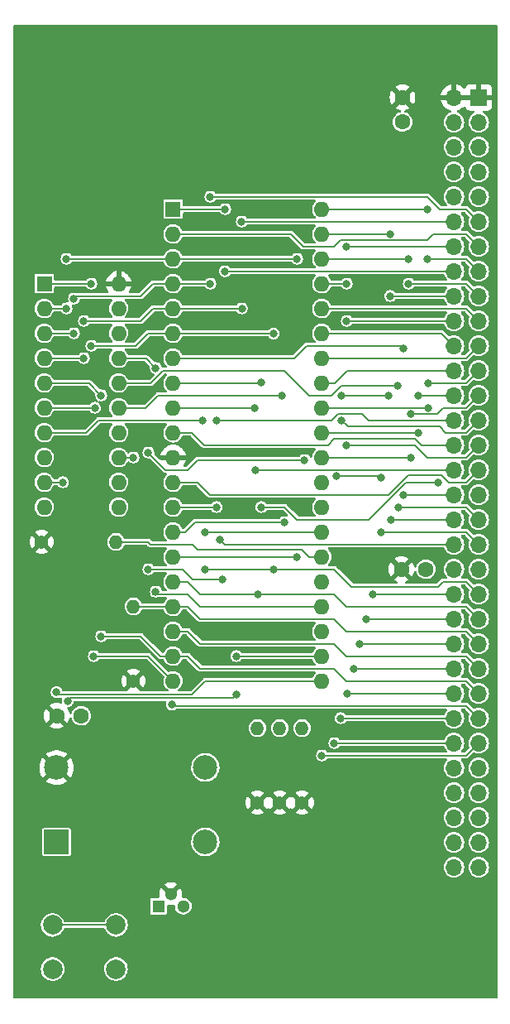
<source format=gtl>
G04 #@! TF.GenerationSoftware,KiCad,Pcbnew,(6.0.1)*
G04 #@! TF.CreationDate,2022-09-17T17:14:25-04:00*
G04 #@! TF.ProjectId,LB-Z80-01,4c422d5a-3830-42d3-9031-2e6b69636164,1*
G04 #@! TF.SameCoordinates,Original*
G04 #@! TF.FileFunction,Copper,L1,Top*
G04 #@! TF.FilePolarity,Positive*
%FSLAX46Y46*%
G04 Gerber Fmt 4.6, Leading zero omitted, Abs format (unit mm)*
G04 Created by KiCad (PCBNEW (6.0.1)) date 2022-09-17 17:14:25*
%MOMM*%
%LPD*%
G01*
G04 APERTURE LIST*
G04 #@! TA.AperFunction,ComponentPad*
%ADD10R,1.700000X1.700000*%
G04 #@! TD*
G04 #@! TA.AperFunction,ComponentPad*
%ADD11O,1.700000X1.700000*%
G04 #@! TD*
G04 #@! TA.AperFunction,ComponentPad*
%ADD12R,1.600000X1.600000*%
G04 #@! TD*
G04 #@! TA.AperFunction,ComponentPad*
%ADD13O,1.600000X1.600000*%
G04 #@! TD*
G04 #@! TA.AperFunction,ComponentPad*
%ADD14C,1.400000*%
G04 #@! TD*
G04 #@! TA.AperFunction,ComponentPad*
%ADD15O,1.400000X1.400000*%
G04 #@! TD*
G04 #@! TA.AperFunction,ComponentPad*
%ADD16C,1.600000*%
G04 #@! TD*
G04 #@! TA.AperFunction,ComponentPad*
%ADD17R,1.300000X1.300000*%
G04 #@! TD*
G04 #@! TA.AperFunction,ComponentPad*
%ADD18C,1.300000*%
G04 #@! TD*
G04 #@! TA.AperFunction,ComponentPad*
%ADD19C,2.000000*%
G04 #@! TD*
G04 #@! TA.AperFunction,ComponentPad*
%ADD20R,2.500000X2.500000*%
G04 #@! TD*
G04 #@! TA.AperFunction,ComponentPad*
%ADD21C,2.500000*%
G04 #@! TD*
G04 #@! TA.AperFunction,ViaPad*
%ADD22C,0.800000*%
G04 #@! TD*
G04 #@! TA.AperFunction,Conductor*
%ADD23C,0.203200*%
G04 #@! TD*
G04 APERTURE END LIST*
D10*
X179890000Y-54615000D03*
D11*
X177350000Y-54615000D03*
X179890000Y-57155000D03*
X177350000Y-57155000D03*
X179890000Y-59695000D03*
X177350000Y-59695000D03*
X179890000Y-62235000D03*
X177350000Y-62235000D03*
X179890000Y-64775000D03*
X177350000Y-64775000D03*
X179890000Y-67315000D03*
X177350000Y-67315000D03*
X179890000Y-69855000D03*
X177350000Y-69855000D03*
X179890000Y-72395000D03*
X177350000Y-72395000D03*
X179890000Y-74935000D03*
X177350000Y-74935000D03*
X179890000Y-77475000D03*
X177350000Y-77475000D03*
X179890000Y-80015000D03*
X177350000Y-80015000D03*
X179890000Y-82555000D03*
X177350000Y-82555000D03*
X179890000Y-85095000D03*
X177350000Y-85095000D03*
X179890000Y-87635000D03*
X177350000Y-87635000D03*
X179890000Y-90175000D03*
X177350000Y-90175000D03*
X179890000Y-92715000D03*
X177350000Y-92715000D03*
X179890000Y-95255000D03*
X177350000Y-95255000D03*
X179890000Y-97795000D03*
X177350000Y-97795000D03*
X179890000Y-100335000D03*
X177350000Y-100335000D03*
X179890000Y-102875000D03*
X177350000Y-102875000D03*
X179890000Y-105415000D03*
X177350000Y-105415000D03*
X179890000Y-107955000D03*
X177350000Y-107955000D03*
X179890000Y-110495000D03*
X177350000Y-110495000D03*
X179890000Y-113035000D03*
X177350000Y-113035000D03*
X179890000Y-115575000D03*
X177350000Y-115575000D03*
X179890000Y-118115000D03*
X177350000Y-118115000D03*
X179890000Y-120655000D03*
X177350000Y-120655000D03*
X179890000Y-123195000D03*
X177350000Y-123195000D03*
X179890000Y-125735000D03*
X177350000Y-125735000D03*
X179890000Y-128275000D03*
X177350000Y-128275000D03*
X179890000Y-130815000D03*
X177350000Y-130815000D03*
X179890000Y-133355000D03*
X177350000Y-133355000D03*
D12*
X148590000Y-66040000D03*
D13*
X148590000Y-68580000D03*
X148590000Y-71120000D03*
X148590000Y-73660000D03*
X148590000Y-76200000D03*
X148590000Y-78740000D03*
X148590000Y-81280000D03*
X148590000Y-83820000D03*
X148590000Y-86360000D03*
X148590000Y-88900000D03*
X148590000Y-91440000D03*
X148590000Y-93980000D03*
X148590000Y-96520000D03*
X148590000Y-99060000D03*
X148590000Y-101600000D03*
X148590000Y-104140000D03*
X148590000Y-106680000D03*
X148590000Y-109220000D03*
X148590000Y-111760000D03*
X148590000Y-114300000D03*
X163830000Y-114300000D03*
X163830000Y-111760000D03*
X163830000Y-109220000D03*
X163830000Y-106680000D03*
X163830000Y-104140000D03*
X163830000Y-101600000D03*
X163830000Y-99060000D03*
X163830000Y-96520000D03*
X163830000Y-93980000D03*
X163830000Y-91440000D03*
X163830000Y-88900000D03*
X163830000Y-86360000D03*
X163830000Y-83820000D03*
X163830000Y-81280000D03*
X163830000Y-78740000D03*
X163830000Y-76200000D03*
X163830000Y-73660000D03*
X163830000Y-71120000D03*
X163830000Y-68580000D03*
X163830000Y-66040000D03*
D14*
X161798000Y-126746000D03*
D15*
X161798000Y-119126000D03*
D14*
X159512000Y-126746000D03*
D15*
X159512000Y-119126000D03*
D16*
X139172000Y-117856000D03*
X136672000Y-117856000D03*
X172085000Y-57130000D03*
X172085000Y-54630000D03*
D17*
X147082000Y-137336000D03*
D18*
X148352000Y-136066000D03*
X149622000Y-137336000D03*
D14*
X135128000Y-100076000D03*
D15*
X142748000Y-100076000D03*
D12*
X135392000Y-73665000D03*
D13*
X135392000Y-76205000D03*
X135392000Y-78745000D03*
X135392000Y-81285000D03*
X135392000Y-83825000D03*
X135392000Y-86365000D03*
X135392000Y-88905000D03*
X135392000Y-91445000D03*
X135392000Y-93985000D03*
X135392000Y-96525000D03*
X143012000Y-96525000D03*
X143012000Y-93985000D03*
X143012000Y-91445000D03*
X143012000Y-88905000D03*
X143012000Y-86365000D03*
X143012000Y-83825000D03*
X143012000Y-81285000D03*
X143012000Y-78745000D03*
X143012000Y-76205000D03*
X143012000Y-73665000D03*
D14*
X157226000Y-126746000D03*
D15*
X157226000Y-119126000D03*
D19*
X136248000Y-143764000D03*
X142748000Y-143764000D03*
X136248000Y-139264000D03*
X142748000Y-139264000D03*
D14*
X144526000Y-114300000D03*
D15*
X144526000Y-106680000D03*
D20*
X136652000Y-130772000D03*
D21*
X151892000Y-130772000D03*
X151892000Y-123152000D03*
X136652000Y-123152000D03*
D16*
X174478000Y-102870000D03*
X171978000Y-102870000D03*
D22*
X155067000Y-111760000D03*
X155067000Y-115697000D03*
X137795000Y-116350500D03*
X137305500Y-93980000D03*
X136652000Y-115443000D03*
X148463000Y-116713000D03*
X153919000Y-72395000D03*
X153924000Y-66040000D03*
X137668000Y-76200000D03*
X166370000Y-69887011D03*
X161290000Y-71120000D03*
X137668000Y-71120000D03*
X152400000Y-73660000D03*
X152400000Y-64770000D03*
X138430000Y-75184000D03*
X138430000Y-78740000D03*
X139446000Y-81280000D03*
X155620800Y-67315000D03*
X155625800Y-76200000D03*
X139446000Y-77470000D03*
X172212000Y-95250000D03*
X172212000Y-80264000D03*
X175768000Y-93980000D03*
X157632400Y-96520000D03*
X157632400Y-83794600D03*
X156977000Y-92715000D03*
X156972000Y-86360000D03*
X172974000Y-91440000D03*
X172974000Y-87013511D03*
X173736000Y-88900000D03*
X173736000Y-85090000D03*
X174752000Y-83820000D03*
X174752000Y-86360000D03*
X153035000Y-96520000D03*
X153035000Y-87630000D03*
X160020000Y-98044000D03*
X165862000Y-87630000D03*
X161290000Y-101600000D03*
X166370000Y-90188500D03*
X166370000Y-77470000D03*
X166370000Y-73660000D03*
X172720000Y-71120000D03*
X172720000Y-73660000D03*
X170815000Y-68580000D03*
X170815000Y-74930000D03*
X174625000Y-71120000D03*
X174625000Y-66040000D03*
X171558500Y-84074000D03*
X171704000Y-96520000D03*
X165862000Y-85090000D03*
X159766000Y-85090000D03*
X170688000Y-85090000D03*
X170942000Y-97790000D03*
X140208000Y-80010000D03*
X158851600Y-102870000D03*
X151892000Y-102870000D03*
X158877000Y-78765400D03*
X140208000Y-73660000D03*
X144526000Y-91440000D03*
X153416000Y-99822000D03*
X153670000Y-103886000D03*
X146050000Y-102870000D03*
X146050000Y-90932000D03*
X165354000Y-93368500D03*
X169926000Y-93472000D03*
X169926000Y-99060000D03*
X162052000Y-91694000D03*
X157230895Y-105414895D03*
X141224000Y-85090000D03*
X141224000Y-109728000D03*
X140462000Y-111760000D03*
X140570500Y-86360000D03*
X163830000Y-121920000D03*
X165100000Y-120650000D03*
X165753500Y-118110000D03*
X146812000Y-105156000D03*
X146812000Y-82296000D03*
X166407000Y-115570000D03*
X167060500Y-113030000D03*
X167714000Y-110490000D03*
X151892000Y-99060000D03*
X168402000Y-107950000D03*
X151638000Y-87630000D03*
X169055500Y-105410000D03*
D23*
X155067000Y-111760000D02*
X163830000Y-111760000D01*
X137795000Y-116350500D02*
X138086011Y-116059489D01*
X137300500Y-93985000D02*
X137305500Y-93980000D01*
X138086011Y-116059489D02*
X154704511Y-116059489D01*
X154704511Y-116059489D02*
X155067000Y-115697000D01*
X135392000Y-93985000D02*
X137300500Y-93985000D01*
X136652000Y-115570000D02*
X136652000Y-115443000D01*
X136779000Y-115697000D02*
X136652000Y-115570000D01*
X150495000Y-115697000D02*
X136779000Y-115697000D01*
X151892000Y-114300000D02*
X150495000Y-115697000D01*
X163830000Y-114300000D02*
X151892000Y-114300000D01*
X148590000Y-116840000D02*
X148463000Y-116713000D01*
X148590000Y-116840000D02*
X178615000Y-116840000D01*
X148590000Y-66040000D02*
X153924000Y-66040000D01*
X177350000Y-72395000D02*
X153919000Y-72395000D01*
X165716489Y-69233511D02*
X174606489Y-69233511D01*
X160629600Y-68580000D02*
X161899600Y-69850000D01*
X178615000Y-68580000D02*
X179890000Y-69855000D01*
X175260000Y-68580000D02*
X178615000Y-68580000D01*
X161899600Y-69850000D02*
X165100000Y-69850000D01*
X165100000Y-69850000D02*
X165716489Y-69233511D01*
X148590000Y-68580000D02*
X160629600Y-68580000D01*
X174606489Y-69233511D02*
X175260000Y-68580000D01*
X177350000Y-69855000D02*
X166402011Y-69855000D01*
X137663000Y-76205000D02*
X135392000Y-76205000D01*
X137668000Y-76200000D02*
X137663000Y-76205000D01*
X161290000Y-71120000D02*
X148590000Y-71120000D01*
X148590000Y-71120000D02*
X137668000Y-71120000D01*
X166402011Y-69855000D02*
X166370000Y-69887011D01*
X175895000Y-66040000D02*
X174625000Y-64770000D01*
X178615000Y-66040000D02*
X175895000Y-66040000D01*
X135392000Y-78745000D02*
X138425000Y-78745000D01*
X138684000Y-74930000D02*
X138430000Y-75184000D01*
X152400000Y-73660000D02*
X148590000Y-73660000D01*
X145288000Y-74930000D02*
X146558000Y-73660000D01*
X138425000Y-78745000D02*
X138430000Y-78740000D01*
X146558000Y-73660000D02*
X148590000Y-73660000D01*
X174625000Y-64770000D02*
X152400000Y-64770000D01*
X179890000Y-67315000D02*
X178615000Y-66040000D01*
X145288000Y-74930000D02*
X138684000Y-74930000D01*
X146558000Y-76200000D02*
X145288000Y-77470000D01*
X145288000Y-77470000D02*
X139446000Y-77470000D01*
X148590000Y-76200000D02*
X146558000Y-76200000D01*
X148590000Y-76200000D02*
X155625800Y-76200000D01*
X139441000Y-81285000D02*
X139446000Y-81280000D01*
X135392000Y-81285000D02*
X139441000Y-81285000D01*
X177350000Y-67315000D02*
X155620800Y-67315000D01*
X172217000Y-95255000D02*
X177350000Y-95255000D01*
X148590000Y-81280000D02*
X161036000Y-81280000D01*
X171958000Y-80010000D02*
X172212000Y-80264000D01*
X172217000Y-95255000D02*
X172212000Y-95250000D01*
X162306000Y-80010000D02*
X171958000Y-80010000D01*
X161036000Y-81280000D02*
X162306000Y-80010000D01*
X160020000Y-96520000D02*
X161290000Y-97790000D01*
X168656000Y-97790000D02*
X172466000Y-93980000D01*
X161290000Y-97790000D02*
X168656000Y-97790000D01*
X148590000Y-83820000D02*
X157607000Y-83820000D01*
X157632400Y-96520000D02*
X160020000Y-96520000D01*
X157607000Y-83820000D02*
X157632400Y-83794600D01*
X172466000Y-93980000D02*
X175768000Y-93980000D01*
X148590000Y-86360000D02*
X156972000Y-86360000D01*
X177350000Y-92715000D02*
X156977000Y-92715000D01*
X150495000Y-88900000D02*
X151770000Y-90175000D01*
X173995000Y-90175000D02*
X177350000Y-90175000D01*
X151770000Y-90175000D02*
X164460000Y-90175000D01*
X164460000Y-90175000D02*
X165100000Y-89535000D01*
X173355000Y-89535000D02*
X173995000Y-90175000D01*
X148590000Y-88900000D02*
X150495000Y-88900000D01*
X165100000Y-89535000D02*
X173355000Y-89535000D01*
X175622500Y-87013500D02*
X176276000Y-86360000D01*
X179890000Y-85095000D02*
X178625000Y-86360000D01*
X172974011Y-87013500D02*
X175622500Y-87013500D01*
X178625000Y-86360000D02*
X176276000Y-86360000D01*
X163830000Y-91440000D02*
X172974000Y-91440000D01*
X172974011Y-87013500D02*
X172974000Y-87013511D01*
X173971500Y-85090000D02*
X173976500Y-85095000D01*
X163830000Y-88900000D02*
X173990000Y-88900000D01*
X173976500Y-85095000D02*
X177350000Y-85095000D01*
X170688000Y-95250000D02*
X172720000Y-93218000D01*
X148590000Y-93980000D02*
X151130000Y-93980000D01*
X152400000Y-95250000D02*
X170688000Y-95250000D01*
X178625000Y-93980000D02*
X179890000Y-92715000D01*
X151130000Y-93980000D02*
X152400000Y-95250000D01*
X176063760Y-93218000D02*
X176825760Y-93980000D01*
X172720000Y-93218000D02*
X176063760Y-93218000D01*
X176825760Y-93980000D02*
X178625000Y-93980000D01*
X178625000Y-83820000D02*
X179890000Y-82555000D01*
X174752000Y-83820000D02*
X178625000Y-83820000D01*
X174752000Y-86360000D02*
X163830000Y-86360000D01*
X153072011Y-87667011D02*
X164808989Y-87667011D01*
X167963311Y-86976489D02*
X168653833Y-87667011D01*
X153035000Y-87630000D02*
X153072011Y-87667011D01*
X167963311Y-86976489D02*
X165499511Y-86976489D01*
X148590000Y-96520000D02*
X153035000Y-96520000D01*
X165499511Y-86976489D02*
X164808989Y-87667011D01*
X168653833Y-87667011D02*
X177317989Y-87667011D01*
X163830000Y-83820000D02*
X165110000Y-83820000D01*
X165110000Y-83820000D02*
X166375000Y-82555000D01*
X166375000Y-82555000D02*
X177350000Y-82555000D01*
X160020000Y-98044000D02*
X150876000Y-98044000D01*
X150876000Y-98044000D02*
X149860000Y-99060000D01*
X175895000Y-88265000D02*
X175876489Y-88246489D01*
X178625000Y-88900000D02*
X176530000Y-88900000D01*
X166478489Y-88246489D02*
X175876489Y-88246489D01*
X149860000Y-99060000D02*
X148590000Y-99060000D01*
X179890000Y-87635000D02*
X178625000Y-88900000D01*
X176530000Y-88900000D02*
X175895000Y-88265000D01*
X166478489Y-88246489D02*
X165862000Y-87630000D01*
X178625000Y-81280000D02*
X179890000Y-80015000D01*
X163830000Y-81280000D02*
X178625000Y-81280000D01*
X174625000Y-91440000D02*
X178625000Y-91440000D01*
X174625000Y-91440000D02*
X173355000Y-90170000D01*
X166388500Y-90170000D02*
X166370000Y-90188500D01*
X161290000Y-101600000D02*
X148590000Y-101600000D01*
X179890000Y-90175000D02*
X178625000Y-91440000D01*
X173355000Y-90170000D02*
X166388500Y-90170000D01*
X163830000Y-78740000D02*
X176075000Y-78740000D01*
X176075000Y-78740000D02*
X177350000Y-80015000D01*
X163830000Y-76200000D02*
X178615000Y-76200000D01*
X178615000Y-76200000D02*
X179890000Y-77475000D01*
X166375000Y-77475000D02*
X166370000Y-77470000D01*
X163830000Y-73660000D02*
X166370000Y-73660000D01*
X166375000Y-77475000D02*
X177350000Y-77475000D01*
X163830000Y-71120000D02*
X172720000Y-71120000D01*
X178615000Y-73660000D02*
X179890000Y-74935000D01*
X178615000Y-73660000D02*
X172720000Y-73660000D01*
X163830000Y-68580000D02*
X170815000Y-68580000D01*
X170820000Y-74935000D02*
X177350000Y-74935000D01*
X170820000Y-74935000D02*
X170815000Y-74930000D01*
X178615000Y-71120000D02*
X179890000Y-72395000D01*
X163830000Y-66040000D02*
X174625000Y-66040000D01*
X174625000Y-71120000D02*
X178615000Y-71120000D01*
X160020000Y-82550000D02*
X147574000Y-82550000D01*
X164846000Y-85090000D02*
X162560000Y-85090000D01*
X162560000Y-85090000D02*
X160020000Y-82550000D01*
X178615000Y-96520000D02*
X179890000Y-97795000D01*
X165862000Y-84074000D02*
X164846000Y-85090000D01*
X178615000Y-96520000D02*
X171704000Y-96520000D01*
X146299000Y-83825000D02*
X143012000Y-83825000D01*
X147574000Y-82550000D02*
X146299000Y-83825000D01*
X171558500Y-84074000D02*
X165862000Y-84074000D01*
X145791000Y-86365000D02*
X143012000Y-86365000D01*
X147066000Y-85090000D02*
X145791000Y-86365000D01*
X170942000Y-97790000D02*
X170947000Y-97795000D01*
X170947000Y-97795000D02*
X177350000Y-97795000D01*
X159766000Y-85090000D02*
X147066000Y-85090000D01*
X165862000Y-85090000D02*
X170942000Y-85090000D01*
X151892000Y-102870000D02*
X158851600Y-102870000D01*
X140208000Y-80010000D02*
X144780000Y-80010000D01*
X176276000Y-104140000D02*
X175768000Y-104648000D01*
X175768000Y-104648000D02*
X166878000Y-104648000D01*
X158877000Y-78765400D02*
X158851600Y-78740000D01*
X135392000Y-73665000D02*
X140203000Y-73665000D01*
X144780000Y-80010000D02*
X146050000Y-78740000D01*
X166878000Y-104648000D02*
X165100000Y-102870000D01*
X148590000Y-78740000D02*
X158851600Y-78740000D01*
X179890000Y-105415000D02*
X178615000Y-104140000D01*
X140203000Y-73665000D02*
X140208000Y-73660000D01*
X165100000Y-102870000D02*
X158851600Y-102870000D01*
X146050000Y-78740000D02*
X148590000Y-78740000D01*
X178615000Y-104140000D02*
X176276000Y-104140000D01*
X146050000Y-102870000D02*
X149606000Y-102870000D01*
X168661000Y-100335000D02*
X168656000Y-100330000D01*
X153670000Y-103886000D02*
X150622000Y-103886000D01*
X143012000Y-91445000D02*
X144521000Y-91445000D01*
X177350000Y-100335000D02*
X168661000Y-100335000D01*
X144521000Y-91445000D02*
X144526000Y-91440000D01*
X150622000Y-103886000D02*
X149606000Y-102870000D01*
X153924000Y-100330000D02*
X168656000Y-100330000D01*
X153924000Y-100330000D02*
X153416000Y-99822000D01*
X178615000Y-99060000D02*
X170180000Y-99060000D01*
X151130000Y-91694000D02*
X150114000Y-92710000D01*
X162052000Y-91694000D02*
X151130000Y-91694000D01*
X165354000Y-93368500D02*
X170076500Y-93368500D01*
X179890000Y-100335000D02*
X178615000Y-99060000D01*
X150114000Y-92710000D02*
X147828000Y-92710000D01*
X147828000Y-92710000D02*
X146050000Y-90932000D01*
X165100000Y-105410000D02*
X151384000Y-105410000D01*
X179890000Y-107955000D02*
X178615000Y-106680000D01*
X151384000Y-105410000D02*
X150114000Y-104140000D01*
X150114000Y-104140000D02*
X148590000Y-104140000D01*
X178615000Y-106680000D02*
X166370000Y-106680000D01*
X166370000Y-106680000D02*
X165100000Y-105410000D01*
X151384000Y-107950000D02*
X150114000Y-106680000D01*
X166370000Y-109220000D02*
X165100000Y-107950000D01*
X179890000Y-110495000D02*
X178615000Y-109220000D01*
X165100000Y-107950000D02*
X151384000Y-107950000D01*
X144526000Y-106680000D02*
X148590000Y-106680000D01*
X150114000Y-106680000D02*
X148590000Y-106680000D01*
X178615000Y-109220000D02*
X166370000Y-109220000D01*
X150114000Y-109220000D02*
X148590000Y-109220000D01*
X165100000Y-110490000D02*
X151384000Y-110490000D01*
X151384000Y-110490000D02*
X150114000Y-109220000D01*
X178615000Y-111760000D02*
X166370000Y-111760000D01*
X179890000Y-113035000D02*
X178615000Y-111760000D01*
X166370000Y-111760000D02*
X165100000Y-110490000D01*
X178615000Y-114300000D02*
X179890000Y-115575000D01*
X151384000Y-113030000D02*
X165100000Y-113030000D01*
X166370000Y-114300000D02*
X178615000Y-114300000D01*
X148590000Y-111760000D02*
X147320000Y-111760000D01*
X145288000Y-109728000D02*
X141224000Y-109728000D01*
X165100000Y-113030000D02*
X166370000Y-114300000D01*
X148590000Y-111760000D02*
X150114000Y-111760000D01*
X150114000Y-111760000D02*
X151384000Y-113030000D01*
X147320000Y-111760000D02*
X145288000Y-109728000D01*
X135392000Y-83825000D02*
X139959000Y-83825000D01*
X139959000Y-83825000D02*
X141224000Y-85090000D01*
X146050000Y-111760000D02*
X148590000Y-114300000D01*
X135392000Y-86365000D02*
X140565500Y-86365000D01*
X140565500Y-86365000D02*
X140570500Y-86360000D01*
X140462000Y-111760000D02*
X146050000Y-111760000D01*
X178615000Y-116840000D02*
X179890000Y-118115000D01*
X163830000Y-121920000D02*
X178625000Y-121920000D01*
X178625000Y-121920000D02*
X179890000Y-120655000D01*
X166868000Y-120650000D02*
X166873000Y-120655000D01*
X165100000Y-120650000D02*
X166868000Y-120650000D01*
X177350000Y-120655000D02*
X166873000Y-120655000D01*
X168143000Y-118115000D02*
X177350000Y-118115000D01*
X165753500Y-118110000D02*
X168138000Y-118110000D01*
X168138000Y-118110000D02*
X168143000Y-118115000D01*
X163830000Y-106680000D02*
X151384000Y-106680000D01*
X145801000Y-81285000D02*
X143012000Y-81285000D01*
X169159000Y-115575000D02*
X177350000Y-115575000D01*
X146558000Y-105410000D02*
X146812000Y-105156000D01*
X166407000Y-115570000D02*
X169154000Y-115570000D01*
X150114000Y-105410000D02*
X146558000Y-105410000D01*
X146812000Y-82296000D02*
X145801000Y-81285000D01*
X169154000Y-115570000D02*
X169159000Y-115575000D01*
X151384000Y-106680000D02*
X150114000Y-105410000D01*
X167065500Y-113035000D02*
X177350000Y-113035000D01*
X167060500Y-113030000D02*
X167065500Y-113035000D01*
X170688000Y-110490000D02*
X170693000Y-110495000D01*
X146050000Y-100076000D02*
X146304000Y-100330000D01*
X170693000Y-110495000D02*
X177350000Y-110495000D01*
X136248000Y-139264000D02*
X142748000Y-139264000D01*
X161798000Y-100838000D02*
X151130000Y-100838000D01*
X163830000Y-101600000D02*
X162560000Y-101600000D01*
X162560000Y-101600000D02*
X161798000Y-100838000D01*
X151130000Y-100838000D02*
X150622000Y-100330000D01*
X142748000Y-100076000D02*
X146050000Y-100076000D01*
X167714000Y-110490000D02*
X170688000Y-110490000D01*
X150622000Y-100330000D02*
X146304000Y-100330000D01*
X163830000Y-99060000D02*
X151892000Y-99060000D01*
X135392000Y-88905000D02*
X139695000Y-88905000D01*
X140970000Y-87630000D02*
X151638000Y-87630000D01*
X139695000Y-88905000D02*
X140970000Y-87630000D01*
X168407000Y-107955000D02*
X177350000Y-107955000D01*
X168402000Y-107950000D02*
X168407000Y-107955000D01*
X169055500Y-105410000D02*
X169060500Y-105415000D01*
X169060500Y-105415000D02*
X177350000Y-105415000D01*
G04 #@! TA.AperFunction,Conductor*
G36*
X181738921Y-47223202D02*
G01*
X181785414Y-47276858D01*
X181796800Y-47329200D01*
X181796800Y-146670800D01*
X181776798Y-146738921D01*
X181723142Y-146785414D01*
X181670800Y-146796800D01*
X132329200Y-146796800D01*
X132261079Y-146776798D01*
X132214586Y-146723142D01*
X132203200Y-146670800D01*
X132203200Y-143732356D01*
X135039557Y-143732356D01*
X135054026Y-143953107D01*
X135108481Y-144167525D01*
X135201099Y-144368428D01*
X135328778Y-144549090D01*
X135487242Y-144703458D01*
X135671183Y-144826364D01*
X135676486Y-144828642D01*
X135676489Y-144828644D01*
X135762335Y-144865526D01*
X135874443Y-144913691D01*
X135980105Y-144937600D01*
X136084576Y-144961240D01*
X136084579Y-144961240D01*
X136090212Y-144962515D01*
X136095983Y-144962742D01*
X136095985Y-144962742D01*
X136164461Y-144965432D01*
X136311267Y-144971200D01*
X136420734Y-144955328D01*
X136524488Y-144940285D01*
X136524493Y-144940284D01*
X136530202Y-144939456D01*
X136535666Y-144937601D01*
X136535671Y-144937600D01*
X136734218Y-144870202D01*
X136739686Y-144868346D01*
X136932704Y-144760251D01*
X136997131Y-144706668D01*
X137098353Y-144622482D01*
X137102791Y-144618791D01*
X137244251Y-144448704D01*
X137352346Y-144255686D01*
X137382273Y-144167525D01*
X137421600Y-144051671D01*
X137421601Y-144051666D01*
X137423456Y-144046202D01*
X137424284Y-144040493D01*
X137424285Y-144040488D01*
X137454667Y-143830941D01*
X137455200Y-143827267D01*
X137456857Y-143764000D01*
X137453949Y-143732356D01*
X141539557Y-143732356D01*
X141554026Y-143953107D01*
X141608481Y-144167525D01*
X141701099Y-144368428D01*
X141828778Y-144549090D01*
X141987242Y-144703458D01*
X142171183Y-144826364D01*
X142176486Y-144828642D01*
X142176489Y-144828644D01*
X142262335Y-144865526D01*
X142374443Y-144913691D01*
X142480105Y-144937600D01*
X142584576Y-144961240D01*
X142584579Y-144961240D01*
X142590212Y-144962515D01*
X142595983Y-144962742D01*
X142595985Y-144962742D01*
X142664461Y-144965432D01*
X142811267Y-144971200D01*
X142920734Y-144955328D01*
X143024488Y-144940285D01*
X143024493Y-144940284D01*
X143030202Y-144939456D01*
X143035666Y-144937601D01*
X143035671Y-144937600D01*
X143234218Y-144870202D01*
X143239686Y-144868346D01*
X143432704Y-144760251D01*
X143497131Y-144706668D01*
X143598353Y-144622482D01*
X143602791Y-144618791D01*
X143744251Y-144448704D01*
X143852346Y-144255686D01*
X143882273Y-144167525D01*
X143921600Y-144051671D01*
X143921601Y-144051666D01*
X143923456Y-144046202D01*
X143924284Y-144040493D01*
X143924285Y-144040488D01*
X143954667Y-143830941D01*
X143955200Y-143827267D01*
X143956857Y-143764000D01*
X143936615Y-143543703D01*
X143876565Y-143330784D01*
X143864791Y-143306907D01*
X143781275Y-143137555D01*
X143778720Y-143132374D01*
X143646356Y-142955117D01*
X143483906Y-142804949D01*
X143399848Y-142751913D01*
X143301694Y-142689982D01*
X143301689Y-142689980D01*
X143296810Y-142686901D01*
X143091334Y-142604924D01*
X143085674Y-142603798D01*
X143085670Y-142603797D01*
X142880027Y-142562892D01*
X142880024Y-142562892D01*
X142874360Y-142561765D01*
X142868585Y-142561689D01*
X142868581Y-142561689D01*
X142757855Y-142560240D01*
X142653154Y-142558870D01*
X142647457Y-142559849D01*
X142647456Y-142559849D01*
X142440815Y-142595356D01*
X142440812Y-142595357D01*
X142435125Y-142596334D01*
X142227574Y-142672903D01*
X142207643Y-142684761D01*
X142042420Y-142783058D01*
X142042417Y-142783060D01*
X142037452Y-142786014D01*
X141871126Y-142931878D01*
X141734167Y-143105609D01*
X141631162Y-143301390D01*
X141565559Y-143512664D01*
X141539557Y-143732356D01*
X137453949Y-143732356D01*
X137436615Y-143543703D01*
X137376565Y-143330784D01*
X137364791Y-143306907D01*
X137281275Y-143137555D01*
X137278720Y-143132374D01*
X137146356Y-142955117D01*
X136983906Y-142804949D01*
X136899848Y-142751913D01*
X136801694Y-142689982D01*
X136801689Y-142689980D01*
X136796810Y-142686901D01*
X136591334Y-142604924D01*
X136585674Y-142603798D01*
X136585670Y-142603797D01*
X136380027Y-142562892D01*
X136380024Y-142562892D01*
X136374360Y-142561765D01*
X136368585Y-142561689D01*
X136368581Y-142561689D01*
X136257855Y-142560240D01*
X136153154Y-142558870D01*
X136147457Y-142559849D01*
X136147456Y-142559849D01*
X135940815Y-142595356D01*
X135940812Y-142595357D01*
X135935125Y-142596334D01*
X135727574Y-142672903D01*
X135707643Y-142684761D01*
X135542420Y-142783058D01*
X135542417Y-142783060D01*
X135537452Y-142786014D01*
X135371126Y-142931878D01*
X135234167Y-143105609D01*
X135131162Y-143301390D01*
X135065559Y-143512664D01*
X135039557Y-143732356D01*
X132203200Y-143732356D01*
X132203200Y-139232356D01*
X135039557Y-139232356D01*
X135054026Y-139453107D01*
X135108481Y-139667525D01*
X135201099Y-139868428D01*
X135328778Y-140049090D01*
X135487242Y-140203458D01*
X135671183Y-140326364D01*
X135676486Y-140328642D01*
X135676489Y-140328644D01*
X135762335Y-140365526D01*
X135874443Y-140413691D01*
X135980105Y-140437600D01*
X136084576Y-140461240D01*
X136084579Y-140461240D01*
X136090212Y-140462515D01*
X136095983Y-140462742D01*
X136095985Y-140462742D01*
X136164461Y-140465432D01*
X136311267Y-140471200D01*
X136420734Y-140455328D01*
X136524488Y-140440285D01*
X136524493Y-140440284D01*
X136530202Y-140439456D01*
X136535666Y-140437601D01*
X136535671Y-140437600D01*
X136734218Y-140370202D01*
X136739686Y-140368346D01*
X136932704Y-140260251D01*
X136997131Y-140206668D01*
X137098353Y-140122482D01*
X137102791Y-140118791D01*
X137244251Y-139948704D01*
X137352346Y-139755686D01*
X137386592Y-139654798D01*
X137427429Y-139596723D01*
X137493181Y-139569944D01*
X137505905Y-139569300D01*
X141485535Y-139569300D01*
X141553656Y-139589302D01*
X141600149Y-139642958D01*
X141604935Y-139656550D01*
X141605131Y-139656481D01*
X141607058Y-139661923D01*
X141608481Y-139667525D01*
X141701099Y-139868428D01*
X141828778Y-140049090D01*
X141987242Y-140203458D01*
X142171183Y-140326364D01*
X142176486Y-140328642D01*
X142176489Y-140328644D01*
X142262335Y-140365526D01*
X142374443Y-140413691D01*
X142480105Y-140437600D01*
X142584576Y-140461240D01*
X142584579Y-140461240D01*
X142590212Y-140462515D01*
X142595983Y-140462742D01*
X142595985Y-140462742D01*
X142664461Y-140465432D01*
X142811267Y-140471200D01*
X142920734Y-140455328D01*
X143024488Y-140440285D01*
X143024493Y-140440284D01*
X143030202Y-140439456D01*
X143035666Y-140437601D01*
X143035671Y-140437600D01*
X143234218Y-140370202D01*
X143239686Y-140368346D01*
X143432704Y-140260251D01*
X143497131Y-140206668D01*
X143598353Y-140122482D01*
X143602791Y-140118791D01*
X143744251Y-139948704D01*
X143852346Y-139755686D01*
X143882273Y-139667525D01*
X143921600Y-139551671D01*
X143921601Y-139551666D01*
X143923456Y-139546202D01*
X143924284Y-139540493D01*
X143924285Y-139540488D01*
X143954667Y-139330941D01*
X143955200Y-139327267D01*
X143956857Y-139264000D01*
X143936615Y-139043703D01*
X143926304Y-139007143D01*
X143878133Y-138836343D01*
X143878132Y-138836341D01*
X143876565Y-138830784D01*
X143874010Y-138825601D01*
X143781275Y-138637555D01*
X143778720Y-138632374D01*
X143646356Y-138455117D01*
X143483906Y-138304949D01*
X143399848Y-138251913D01*
X143301694Y-138189982D01*
X143301689Y-138189980D01*
X143296810Y-138186901D01*
X143091334Y-138104924D01*
X143085674Y-138103798D01*
X143085670Y-138103797D01*
X142880027Y-138062892D01*
X142880024Y-138062892D01*
X142874360Y-138061765D01*
X142868585Y-138061689D01*
X142868581Y-138061689D01*
X142757855Y-138060240D01*
X142653154Y-138058870D01*
X142647457Y-138059849D01*
X142647456Y-138059849D01*
X142440815Y-138095356D01*
X142440812Y-138095357D01*
X142435125Y-138096334D01*
X142227574Y-138172903D01*
X142207643Y-138184761D01*
X142042420Y-138283058D01*
X142042417Y-138283060D01*
X142037452Y-138286014D01*
X141871126Y-138431878D01*
X141734167Y-138605609D01*
X141631162Y-138801390D01*
X141629450Y-138806904D01*
X141609837Y-138870066D01*
X141570533Y-138929190D01*
X141505504Y-138957680D01*
X141489505Y-138958700D01*
X137508020Y-138958700D01*
X137439899Y-138938698D01*
X137393406Y-138885042D01*
X137386751Y-138866901D01*
X137378134Y-138836348D01*
X137376565Y-138830784D01*
X137278720Y-138632374D01*
X137146356Y-138455117D01*
X136983906Y-138304949D01*
X136899848Y-138251913D01*
X136801694Y-138189982D01*
X136801689Y-138189980D01*
X136796810Y-138186901D01*
X136591334Y-138104924D01*
X136585674Y-138103798D01*
X136585670Y-138103797D01*
X136380027Y-138062892D01*
X136380024Y-138062892D01*
X136374360Y-138061765D01*
X136368585Y-138061689D01*
X136368581Y-138061689D01*
X136257855Y-138060240D01*
X136153154Y-138058870D01*
X136147457Y-138059849D01*
X136147456Y-138059849D01*
X135940815Y-138095356D01*
X135940812Y-138095357D01*
X135935125Y-138096334D01*
X135727574Y-138172903D01*
X135707643Y-138184761D01*
X135542420Y-138283058D01*
X135542417Y-138283060D01*
X135537452Y-138286014D01*
X135371126Y-138431878D01*
X135234167Y-138605609D01*
X135131162Y-138801390D01*
X135129450Y-138806904D01*
X135129449Y-138806907D01*
X135091479Y-138929190D01*
X135065559Y-139012664D01*
X135039557Y-139232356D01*
X132203200Y-139232356D01*
X132203200Y-138006064D01*
X146228300Y-138006064D01*
X146240119Y-138065480D01*
X146247013Y-138075797D01*
X146247013Y-138075798D01*
X146260081Y-138095356D01*
X146285140Y-138132860D01*
X146352520Y-138177881D01*
X146411936Y-138189700D01*
X147752064Y-138189700D01*
X147811480Y-138177881D01*
X147878860Y-138132860D01*
X147903919Y-138095356D01*
X147916987Y-138075798D01*
X147916987Y-138075797D01*
X147923881Y-138065480D01*
X147935700Y-138006064D01*
X147935700Y-137316857D01*
X147955702Y-137248736D01*
X148009358Y-137202243D01*
X148079632Y-137192139D01*
X148089508Y-137193964D01*
X148194568Y-137217737D01*
X148205975Y-137219239D01*
X148407096Y-137227140D01*
X148418580Y-137226538D01*
X148620297Y-137197291D01*
X148690583Y-137207311D01*
X148744294Y-137253740D01*
X148764377Y-137321837D01*
X148764288Y-137323548D01*
X148764288Y-137329435D01*
X148763598Y-137336000D01*
X148782356Y-137514472D01*
X148837811Y-137685144D01*
X148927538Y-137840556D01*
X149047617Y-137973917D01*
X149052956Y-137977796D01*
X149173643Y-138065480D01*
X149192799Y-138079398D01*
X149198827Y-138082082D01*
X149198829Y-138082083D01*
X149350708Y-138149704D01*
X149356739Y-138152389D01*
X149443845Y-138170904D01*
X149525816Y-138188328D01*
X149525820Y-138188328D01*
X149532273Y-138189700D01*
X149711727Y-138189700D01*
X149718180Y-138188328D01*
X149718184Y-138188328D01*
X149800155Y-138170904D01*
X149887261Y-138152389D01*
X149893292Y-138149704D01*
X150045171Y-138082083D01*
X150045173Y-138082082D01*
X150051201Y-138079398D01*
X150070358Y-138065480D01*
X150191044Y-137977796D01*
X150196383Y-137973917D01*
X150316462Y-137840556D01*
X150406189Y-137685144D01*
X150461644Y-137514472D01*
X150480402Y-137336000D01*
X150471230Y-137248736D01*
X150462334Y-137164091D01*
X150462334Y-137164089D01*
X150461644Y-137157528D01*
X150406189Y-136986856D01*
X150316462Y-136831444D01*
X150196383Y-136698083D01*
X150160652Y-136672123D01*
X150056543Y-136596483D01*
X150056542Y-136596482D01*
X150051201Y-136592602D01*
X150045173Y-136589918D01*
X150045171Y-136589917D01*
X149893292Y-136522296D01*
X149893290Y-136522296D01*
X149887261Y-136519611D01*
X149799494Y-136500955D01*
X149718184Y-136483672D01*
X149718180Y-136483672D01*
X149711727Y-136482300D01*
X149607348Y-136482300D01*
X149539227Y-136462298D01*
X149492734Y-136408642D01*
X149482630Y-136338368D01*
X149482919Y-136336860D01*
X149512834Y-136130539D01*
X149513464Y-136123157D01*
X149514864Y-136069704D01*
X149514621Y-136062305D01*
X149496016Y-135859824D01*
X149493918Y-135848503D01*
X149439287Y-135654797D01*
X149435163Y-135644050D01*
X149346141Y-135463534D01*
X149342617Y-135457784D01*
X149332595Y-135450262D01*
X149320176Y-135457034D01*
X148441095Y-136336115D01*
X148378783Y-136370141D01*
X148307968Y-136365076D01*
X148262905Y-136336115D01*
X147383520Y-135456730D01*
X147371140Y-135449970D01*
X147365174Y-135454436D01*
X147280257Y-135615836D01*
X147275848Y-135626479D01*
X147216167Y-135818684D01*
X147213773Y-135829946D01*
X147190117Y-136029821D01*
X147189816Y-136041323D01*
X147202979Y-136242159D01*
X147204779Y-136253526D01*
X147223004Y-136325284D01*
X147220386Y-136396232D01*
X147179826Y-136454502D01*
X147114202Y-136481594D01*
X147100881Y-136482300D01*
X146411936Y-136482300D01*
X146352520Y-136494119D01*
X146285140Y-136539140D01*
X146278248Y-136549455D01*
X146249419Y-136592602D01*
X146240119Y-136606520D01*
X146228300Y-136665936D01*
X146228300Y-138006064D01*
X132203200Y-138006064D01*
X132203200Y-135088196D01*
X147738307Y-135088196D01*
X147741793Y-135096583D01*
X148339188Y-135693978D01*
X148353132Y-135701592D01*
X148354965Y-135701461D01*
X148361580Y-135697210D01*
X148958533Y-135100257D01*
X148965293Y-135087877D01*
X148959263Y-135079822D01*
X148884857Y-135032875D01*
X148874609Y-135027654D01*
X148687663Y-134953070D01*
X148676635Y-134949803D01*
X148479230Y-134910537D01*
X148467784Y-134909334D01*
X148266537Y-134906700D01*
X148255057Y-134907603D01*
X148056701Y-134941687D01*
X148045581Y-134944667D01*
X147856748Y-135014331D01*
X147846370Y-135019281D01*
X147747906Y-135077861D01*
X147738307Y-135088196D01*
X132203200Y-135088196D01*
X132203200Y-133340217D01*
X176291305Y-133340217D01*
X176291821Y-133346361D01*
X176308080Y-133539994D01*
X176308081Y-133539999D01*
X176308596Y-133546133D01*
X176365555Y-133744770D01*
X176460010Y-133928560D01*
X176463835Y-133933386D01*
X176463837Y-133933389D01*
X176584535Y-134085672D01*
X176588364Y-134090503D01*
X176745730Y-134224431D01*
X176926111Y-134325243D01*
X177122639Y-134389099D01*
X177327826Y-134413566D01*
X177333961Y-134413094D01*
X177333963Y-134413094D01*
X177527715Y-134398185D01*
X177527718Y-134398184D01*
X177533858Y-134397712D01*
X177732887Y-134342143D01*
X177917332Y-134248973D01*
X177944899Y-134227436D01*
X178075307Y-134125550D01*
X178075308Y-134125549D01*
X178080168Y-134121752D01*
X178215191Y-133965325D01*
X178317260Y-133785652D01*
X178382486Y-133589575D01*
X178408385Y-133384563D01*
X178408798Y-133355000D01*
X178407348Y-133340217D01*
X178831305Y-133340217D01*
X178831821Y-133346361D01*
X178848080Y-133539994D01*
X178848081Y-133539999D01*
X178848596Y-133546133D01*
X178905555Y-133744770D01*
X179000010Y-133928560D01*
X179003835Y-133933386D01*
X179003837Y-133933389D01*
X179124535Y-134085672D01*
X179128364Y-134090503D01*
X179285730Y-134224431D01*
X179466111Y-134325243D01*
X179662639Y-134389099D01*
X179867826Y-134413566D01*
X179873961Y-134413094D01*
X179873963Y-134413094D01*
X180067715Y-134398185D01*
X180067718Y-134398184D01*
X180073858Y-134397712D01*
X180272887Y-134342143D01*
X180457332Y-134248973D01*
X180484899Y-134227436D01*
X180615307Y-134125550D01*
X180615308Y-134125549D01*
X180620168Y-134121752D01*
X180755191Y-133965325D01*
X180857260Y-133785652D01*
X180922486Y-133589575D01*
X180948385Y-133384563D01*
X180948798Y-133355000D01*
X180928633Y-133149345D01*
X180868907Y-132951523D01*
X180771895Y-132769070D01*
X180768005Y-132764300D01*
X180768002Y-132764296D01*
X180645187Y-132613710D01*
X180645184Y-132613707D01*
X180641292Y-132608935D01*
X180636543Y-132605006D01*
X180486822Y-132481146D01*
X180486819Y-132481144D01*
X180482072Y-132477217D01*
X180300301Y-132378933D01*
X180201601Y-132348380D01*
X180108788Y-132319650D01*
X180108785Y-132319649D01*
X180102901Y-132317828D01*
X180096776Y-132317184D01*
X180096775Y-132317184D01*
X179903520Y-132296872D01*
X179903519Y-132296872D01*
X179897392Y-132296228D01*
X179770582Y-132307768D01*
X179697742Y-132314397D01*
X179697741Y-132314397D01*
X179691601Y-132314956D01*
X179493367Y-132373300D01*
X179310241Y-132469036D01*
X179149198Y-132598518D01*
X179016371Y-132756814D01*
X179013408Y-132762203D01*
X179013405Y-132762208D01*
X179009633Y-132769070D01*
X178916821Y-132937895D01*
X178854339Y-133134864D01*
X178853653Y-133140981D01*
X178853652Y-133140985D01*
X178831992Y-133334092D01*
X178831305Y-133340217D01*
X178407348Y-133340217D01*
X178388633Y-133149345D01*
X178328907Y-132951523D01*
X178231895Y-132769070D01*
X178228005Y-132764300D01*
X178228002Y-132764296D01*
X178105187Y-132613710D01*
X178105184Y-132613707D01*
X178101292Y-132608935D01*
X178096543Y-132605006D01*
X177946822Y-132481146D01*
X177946819Y-132481144D01*
X177942072Y-132477217D01*
X177760301Y-132378933D01*
X177661601Y-132348380D01*
X177568788Y-132319650D01*
X177568785Y-132319649D01*
X177562901Y-132317828D01*
X177556776Y-132317184D01*
X177556775Y-132317184D01*
X177363520Y-132296872D01*
X177363519Y-132296872D01*
X177357392Y-132296228D01*
X177230582Y-132307768D01*
X177157742Y-132314397D01*
X177157741Y-132314397D01*
X177151601Y-132314956D01*
X176953367Y-132373300D01*
X176770241Y-132469036D01*
X176609198Y-132598518D01*
X176476371Y-132756814D01*
X176473408Y-132762203D01*
X176473405Y-132762208D01*
X176469633Y-132769070D01*
X176376821Y-132937895D01*
X176314339Y-133134864D01*
X176313653Y-133140981D01*
X176313652Y-133140985D01*
X176291992Y-133334092D01*
X176291305Y-133340217D01*
X132203200Y-133340217D01*
X132203200Y-132042064D01*
X135198300Y-132042064D01*
X135210119Y-132101480D01*
X135217013Y-132111797D01*
X135217013Y-132111798D01*
X135229251Y-132130114D01*
X135255140Y-132168860D01*
X135265455Y-132175752D01*
X135300942Y-132199463D01*
X135322520Y-132213881D01*
X135381936Y-132225700D01*
X137922064Y-132225700D01*
X137981480Y-132213881D01*
X138003059Y-132199463D01*
X138038545Y-132175752D01*
X138048860Y-132168860D01*
X138074749Y-132130114D01*
X138086987Y-132111798D01*
X138086987Y-132111797D01*
X138093881Y-132101480D01*
X138105700Y-132042064D01*
X138105700Y-130736361D01*
X150433753Y-130736361D01*
X150434050Y-130741513D01*
X150434050Y-130741517D01*
X150439789Y-130841039D01*
X150447514Y-130975009D01*
X150448651Y-130980055D01*
X150448652Y-130980061D01*
X150471232Y-131080256D01*
X150500067Y-131208205D01*
X150502009Y-131212987D01*
X150502010Y-131212991D01*
X150517450Y-131251015D01*
X150590001Y-131429687D01*
X150714902Y-131633506D01*
X150871414Y-131814188D01*
X150875389Y-131817488D01*
X150875393Y-131817492D01*
X150924408Y-131858185D01*
X151055334Y-131966882D01*
X151059786Y-131969484D01*
X151059791Y-131969487D01*
X151257266Y-132084882D01*
X151261724Y-132087487D01*
X151485041Y-132172763D01*
X151490109Y-132173794D01*
X151490112Y-132173795D01*
X151605642Y-132197300D01*
X151719286Y-132220421D01*
X151724459Y-132220611D01*
X151724462Y-132220611D01*
X151953006Y-132228991D01*
X151953010Y-132228991D01*
X151958170Y-132229180D01*
X151963290Y-132228524D01*
X151963292Y-132228524D01*
X152058699Y-132216302D01*
X152195277Y-132198806D01*
X152200228Y-132197321D01*
X152200231Y-132197320D01*
X152419296Y-132131597D01*
X152424239Y-132130114D01*
X152461627Y-132111798D01*
X152634273Y-132027220D01*
X152634276Y-132027218D01*
X152638908Y-132024949D01*
X152833518Y-131886136D01*
X153002842Y-131717401D01*
X153024374Y-131687436D01*
X153139317Y-131527478D01*
X153139321Y-131527472D01*
X153142335Y-131523277D01*
X153248248Y-131308977D01*
X153281707Y-131198850D01*
X153316235Y-131085208D01*
X153316236Y-131085202D01*
X153317739Y-131080256D01*
X153348941Y-130843256D01*
X153349545Y-130818522D01*
X153349992Y-130800217D01*
X176291305Y-130800217D01*
X176291821Y-130806361D01*
X176308080Y-130999994D01*
X176308081Y-130999999D01*
X176308596Y-131006133D01*
X176365555Y-131204770D01*
X176460010Y-131388560D01*
X176463835Y-131393386D01*
X176463837Y-131393389D01*
X176566785Y-131523277D01*
X176588364Y-131550503D01*
X176745730Y-131684431D01*
X176926111Y-131785243D01*
X177122639Y-131849099D01*
X177327826Y-131873566D01*
X177333961Y-131873094D01*
X177333963Y-131873094D01*
X177527715Y-131858185D01*
X177527718Y-131858184D01*
X177533858Y-131857712D01*
X177732887Y-131802143D01*
X177917332Y-131708973D01*
X177944899Y-131687436D01*
X178075307Y-131585550D01*
X178075308Y-131585549D01*
X178080168Y-131581752D01*
X178192294Y-131451852D01*
X178211167Y-131429987D01*
X178211167Y-131429986D01*
X178215191Y-131425325D01*
X178317260Y-131245652D01*
X178382486Y-131049575D01*
X178408385Y-130844563D01*
X178408798Y-130815000D01*
X178407348Y-130800217D01*
X178831305Y-130800217D01*
X178831821Y-130806361D01*
X178848080Y-130999994D01*
X178848081Y-130999999D01*
X178848596Y-131006133D01*
X178905555Y-131204770D01*
X179000010Y-131388560D01*
X179003835Y-131393386D01*
X179003837Y-131393389D01*
X179106785Y-131523277D01*
X179128364Y-131550503D01*
X179285730Y-131684431D01*
X179466111Y-131785243D01*
X179662639Y-131849099D01*
X179867826Y-131873566D01*
X179873961Y-131873094D01*
X179873963Y-131873094D01*
X180067715Y-131858185D01*
X180067718Y-131858184D01*
X180073858Y-131857712D01*
X180272887Y-131802143D01*
X180457332Y-131708973D01*
X180484899Y-131687436D01*
X180615307Y-131585550D01*
X180615308Y-131585549D01*
X180620168Y-131581752D01*
X180732294Y-131451852D01*
X180751167Y-131429987D01*
X180751167Y-131429986D01*
X180755191Y-131425325D01*
X180857260Y-131245652D01*
X180922486Y-131049575D01*
X180948385Y-130844563D01*
X180948798Y-130815000D01*
X180928633Y-130609345D01*
X180907371Y-130538920D01*
X180870688Y-130417422D01*
X180868907Y-130411523D01*
X180813291Y-130306924D01*
X180774789Y-130234512D01*
X180774787Y-130234509D01*
X180771895Y-130229070D01*
X180768005Y-130224300D01*
X180768002Y-130224296D01*
X180645187Y-130073710D01*
X180645184Y-130073707D01*
X180641292Y-130068935D01*
X180636543Y-130065006D01*
X180486822Y-129941146D01*
X180486819Y-129941144D01*
X180482072Y-129937217D01*
X180300301Y-129838933D01*
X180201601Y-129808381D01*
X180108788Y-129779650D01*
X180108785Y-129779649D01*
X180102901Y-129777828D01*
X180096776Y-129777184D01*
X180096775Y-129777184D01*
X179903520Y-129756872D01*
X179903519Y-129756872D01*
X179897392Y-129756228D01*
X179770582Y-129767768D01*
X179697742Y-129774397D01*
X179697741Y-129774397D01*
X179691601Y-129774956D01*
X179493367Y-129833300D01*
X179310241Y-129929036D01*
X179149198Y-130058518D01*
X179145239Y-130063236D01*
X179145238Y-130063237D01*
X179124935Y-130087433D01*
X179016371Y-130216814D01*
X179013408Y-130222203D01*
X179013405Y-130222208D01*
X178919788Y-130392498D01*
X178916821Y-130397895D01*
X178854339Y-130594864D01*
X178853653Y-130600981D01*
X178853652Y-130600985D01*
X178837889Y-130741517D01*
X178831305Y-130800217D01*
X178407348Y-130800217D01*
X178388633Y-130609345D01*
X178367371Y-130538920D01*
X178330688Y-130417422D01*
X178328907Y-130411523D01*
X178273291Y-130306924D01*
X178234789Y-130234512D01*
X178234787Y-130234509D01*
X178231895Y-130229070D01*
X178228005Y-130224300D01*
X178228002Y-130224296D01*
X178105187Y-130073710D01*
X178105184Y-130073707D01*
X178101292Y-130068935D01*
X178096543Y-130065006D01*
X177946822Y-129941146D01*
X177946819Y-129941144D01*
X177942072Y-129937217D01*
X177760301Y-129838933D01*
X177661601Y-129808381D01*
X177568788Y-129779650D01*
X177568785Y-129779649D01*
X177562901Y-129777828D01*
X177556776Y-129777184D01*
X177556775Y-129777184D01*
X177363520Y-129756872D01*
X177363519Y-129756872D01*
X177357392Y-129756228D01*
X177230582Y-129767768D01*
X177157742Y-129774397D01*
X177157741Y-129774397D01*
X177151601Y-129774956D01*
X176953367Y-129833300D01*
X176770241Y-129929036D01*
X176609198Y-130058518D01*
X176605239Y-130063236D01*
X176605238Y-130063237D01*
X176584935Y-130087433D01*
X176476371Y-130216814D01*
X176473408Y-130222203D01*
X176473405Y-130222208D01*
X176379788Y-130392498D01*
X176376821Y-130397895D01*
X176314339Y-130594864D01*
X176313653Y-130600981D01*
X176313652Y-130600985D01*
X176297889Y-130741517D01*
X176291305Y-130800217D01*
X153349992Y-130800217D01*
X153350600Y-130775365D01*
X153350600Y-130775361D01*
X153350682Y-130772000D01*
X153331095Y-130533759D01*
X153296968Y-130397895D01*
X153274118Y-130306924D01*
X153274117Y-130306920D01*
X153272860Y-130301917D01*
X153177541Y-130082699D01*
X153160393Y-130056191D01*
X153080630Y-129932896D01*
X153047699Y-129881992D01*
X153026137Y-129858295D01*
X152890297Y-129709010D01*
X152890295Y-129709009D01*
X152886819Y-129705188D01*
X152882768Y-129701989D01*
X152882764Y-129701985D01*
X152703276Y-129560234D01*
X152703271Y-129560231D01*
X152699222Y-129557033D01*
X152694706Y-129554540D01*
X152694703Y-129554538D01*
X152494471Y-129444004D01*
X152494467Y-129444002D01*
X152489947Y-129441507D01*
X152485078Y-129439783D01*
X152485074Y-129439781D01*
X152269489Y-129363438D01*
X152269485Y-129363437D01*
X152264614Y-129361712D01*
X152259521Y-129360805D01*
X152259518Y-129360804D01*
X152125953Y-129337013D01*
X152029274Y-129319792D01*
X151939143Y-129318691D01*
X151795417Y-129316934D01*
X151795415Y-129316934D01*
X151790247Y-129316871D01*
X151553954Y-129353029D01*
X151326738Y-129427295D01*
X151322150Y-129429683D01*
X151322146Y-129429685D01*
X151195008Y-129495869D01*
X151114703Y-129537673D01*
X151110570Y-129540776D01*
X151110567Y-129540778D01*
X150927678Y-129678095D01*
X150923543Y-129681200D01*
X150758391Y-129854022D01*
X150755477Y-129858294D01*
X150755476Y-129858295D01*
X150709167Y-129926182D01*
X150623683Y-130051496D01*
X150523037Y-130268320D01*
X150459155Y-130498670D01*
X150433753Y-130736361D01*
X138105700Y-130736361D01*
X138105700Y-129501936D01*
X138093881Y-129442520D01*
X138082635Y-129425688D01*
X138055752Y-129385455D01*
X138048860Y-129375140D01*
X137981480Y-129330119D01*
X137922064Y-129318300D01*
X135381936Y-129318300D01*
X135322520Y-129330119D01*
X135255140Y-129375140D01*
X135248248Y-129385455D01*
X135221366Y-129425688D01*
X135210119Y-129442520D01*
X135198300Y-129501936D01*
X135198300Y-132042064D01*
X132203200Y-132042064D01*
X132203200Y-128260217D01*
X176291305Y-128260217D01*
X176291821Y-128266361D01*
X176308080Y-128459994D01*
X176308081Y-128459999D01*
X176308596Y-128466133D01*
X176365555Y-128664770D01*
X176460010Y-128848560D01*
X176463835Y-128853386D01*
X176463837Y-128853389D01*
X176584535Y-129005672D01*
X176588364Y-129010503D01*
X176745730Y-129144431D01*
X176926111Y-129245243D01*
X177122639Y-129309099D01*
X177327826Y-129333566D01*
X177333961Y-129333094D01*
X177333963Y-129333094D01*
X177527715Y-129318185D01*
X177527718Y-129318184D01*
X177533858Y-129317712D01*
X177732887Y-129262143D01*
X177917332Y-129168973D01*
X177944899Y-129147436D01*
X178075307Y-129045550D01*
X178075308Y-129045549D01*
X178080168Y-129041752D01*
X178215191Y-128885325D01*
X178317260Y-128705652D01*
X178382486Y-128509575D01*
X178408385Y-128304563D01*
X178408798Y-128275000D01*
X178407348Y-128260217D01*
X178831305Y-128260217D01*
X178831821Y-128266361D01*
X178848080Y-128459994D01*
X178848081Y-128459999D01*
X178848596Y-128466133D01*
X178905555Y-128664770D01*
X179000010Y-128848560D01*
X179003835Y-128853386D01*
X179003837Y-128853389D01*
X179124535Y-129005672D01*
X179128364Y-129010503D01*
X179285730Y-129144431D01*
X179466111Y-129245243D01*
X179662639Y-129309099D01*
X179867826Y-129333566D01*
X179873961Y-129333094D01*
X179873963Y-129333094D01*
X180067715Y-129318185D01*
X180067718Y-129318184D01*
X180073858Y-129317712D01*
X180272887Y-129262143D01*
X180457332Y-129168973D01*
X180484899Y-129147436D01*
X180615307Y-129045550D01*
X180615308Y-129045549D01*
X180620168Y-129041752D01*
X180755191Y-128885325D01*
X180857260Y-128705652D01*
X180922486Y-128509575D01*
X180948385Y-128304563D01*
X180948798Y-128275000D01*
X180928633Y-128069345D01*
X180868907Y-127871523D01*
X180771895Y-127689070D01*
X180768005Y-127684300D01*
X180768002Y-127684296D01*
X180645187Y-127533710D01*
X180645184Y-127533707D01*
X180641292Y-127528935D01*
X180636543Y-127525006D01*
X180486822Y-127401146D01*
X180486819Y-127401144D01*
X180482072Y-127397217D01*
X180300301Y-127298933D01*
X180201601Y-127268381D01*
X180108788Y-127239650D01*
X180108785Y-127239649D01*
X180102901Y-127237828D01*
X180096776Y-127237184D01*
X180096775Y-127237184D01*
X179903520Y-127216872D01*
X179903519Y-127216872D01*
X179897392Y-127216228D01*
X179770582Y-127227768D01*
X179697742Y-127234397D01*
X179697741Y-127234397D01*
X179691601Y-127234956D01*
X179493367Y-127293300D01*
X179310241Y-127389036D01*
X179149198Y-127518518D01*
X179016371Y-127676814D01*
X179013408Y-127682203D01*
X179013405Y-127682208D01*
X178969973Y-127761212D01*
X178916821Y-127857895D01*
X178854339Y-128054864D01*
X178853653Y-128060981D01*
X178853652Y-128060985D01*
X178831992Y-128254092D01*
X178831305Y-128260217D01*
X178407348Y-128260217D01*
X178388633Y-128069345D01*
X178328907Y-127871523D01*
X178231895Y-127689070D01*
X178228005Y-127684300D01*
X178228002Y-127684296D01*
X178105187Y-127533710D01*
X178105184Y-127533707D01*
X178101292Y-127528935D01*
X178096543Y-127525006D01*
X177946822Y-127401146D01*
X177946819Y-127401144D01*
X177942072Y-127397217D01*
X177760301Y-127298933D01*
X177661601Y-127268381D01*
X177568788Y-127239650D01*
X177568785Y-127239649D01*
X177562901Y-127237828D01*
X177556776Y-127237184D01*
X177556775Y-127237184D01*
X177363520Y-127216872D01*
X177363519Y-127216872D01*
X177357392Y-127216228D01*
X177230582Y-127227768D01*
X177157742Y-127234397D01*
X177157741Y-127234397D01*
X177151601Y-127234956D01*
X176953367Y-127293300D01*
X176770241Y-127389036D01*
X176609198Y-127518518D01*
X176476371Y-127676814D01*
X176473408Y-127682203D01*
X176473405Y-127682208D01*
X176429973Y-127761212D01*
X176376821Y-127857895D01*
X176314339Y-128054864D01*
X176313653Y-128060981D01*
X176313652Y-128060985D01*
X176291992Y-128254092D01*
X176291305Y-128260217D01*
X132203200Y-128260217D01*
X132203200Y-127760261D01*
X156576294Y-127760261D01*
X156585590Y-127772276D01*
X156615189Y-127793001D01*
X156624677Y-127798479D01*
X156806277Y-127883159D01*
X156816571Y-127886907D01*
X157010122Y-127938769D01*
X157020909Y-127940671D01*
X157220525Y-127958135D01*
X157231475Y-127958135D01*
X157431091Y-127940671D01*
X157441878Y-127938769D01*
X157635429Y-127886907D01*
X157645723Y-127883159D01*
X157827323Y-127798479D01*
X157836811Y-127793001D01*
X157867248Y-127771689D01*
X157875623Y-127761212D01*
X157875123Y-127760261D01*
X158862294Y-127760261D01*
X158871590Y-127772276D01*
X158901189Y-127793001D01*
X158910677Y-127798479D01*
X159092277Y-127883159D01*
X159102571Y-127886907D01*
X159296122Y-127938769D01*
X159306909Y-127940671D01*
X159506525Y-127958135D01*
X159517475Y-127958135D01*
X159717091Y-127940671D01*
X159727878Y-127938769D01*
X159921429Y-127886907D01*
X159931723Y-127883159D01*
X160113323Y-127798479D01*
X160122811Y-127793001D01*
X160153248Y-127771689D01*
X160161623Y-127761212D01*
X160161123Y-127760261D01*
X161148294Y-127760261D01*
X161157590Y-127772276D01*
X161187189Y-127793001D01*
X161196677Y-127798479D01*
X161378277Y-127883159D01*
X161388571Y-127886907D01*
X161582122Y-127938769D01*
X161592909Y-127940671D01*
X161792525Y-127958135D01*
X161803475Y-127958135D01*
X162003091Y-127940671D01*
X162013878Y-127938769D01*
X162207429Y-127886907D01*
X162217723Y-127883159D01*
X162399323Y-127798479D01*
X162408811Y-127793001D01*
X162439248Y-127771689D01*
X162447623Y-127761212D01*
X162440554Y-127747764D01*
X161810812Y-127118022D01*
X161796868Y-127110408D01*
X161795035Y-127110539D01*
X161788420Y-127114790D01*
X161154724Y-127748486D01*
X161148294Y-127760261D01*
X160161123Y-127760261D01*
X160154554Y-127747764D01*
X159524812Y-127118022D01*
X159510868Y-127110408D01*
X159509035Y-127110539D01*
X159502420Y-127114790D01*
X158868724Y-127748486D01*
X158862294Y-127760261D01*
X157875123Y-127760261D01*
X157868554Y-127747764D01*
X157238812Y-127118022D01*
X157224868Y-127110408D01*
X157223035Y-127110539D01*
X157216420Y-127114790D01*
X156582724Y-127748486D01*
X156576294Y-127760261D01*
X132203200Y-127760261D01*
X132203200Y-126751475D01*
X156013865Y-126751475D01*
X156031329Y-126951091D01*
X156033231Y-126961878D01*
X156085093Y-127155429D01*
X156088841Y-127165723D01*
X156173521Y-127347323D01*
X156178999Y-127356811D01*
X156200311Y-127387248D01*
X156210788Y-127395623D01*
X156224236Y-127388554D01*
X156853978Y-126758812D01*
X156860356Y-126747132D01*
X157590408Y-126747132D01*
X157590539Y-126748965D01*
X157594790Y-126755580D01*
X158228486Y-127389276D01*
X158240261Y-127395706D01*
X158252275Y-127386410D01*
X158265787Y-127367114D01*
X158321244Y-127322786D01*
X158391863Y-127315477D01*
X158455224Y-127347507D01*
X158472213Y-127367114D01*
X158486311Y-127387248D01*
X158496788Y-127395623D01*
X158510236Y-127388554D01*
X159139978Y-126758812D01*
X159146356Y-126747132D01*
X159876408Y-126747132D01*
X159876539Y-126748965D01*
X159880790Y-126755580D01*
X160514486Y-127389276D01*
X160526261Y-127395706D01*
X160538275Y-127386410D01*
X160551787Y-127367114D01*
X160607244Y-127322786D01*
X160677863Y-127315477D01*
X160741224Y-127347507D01*
X160758213Y-127367114D01*
X160772311Y-127387248D01*
X160782788Y-127395623D01*
X160796236Y-127388554D01*
X161425978Y-126758812D01*
X161432356Y-126747132D01*
X162162408Y-126747132D01*
X162162539Y-126748965D01*
X162166790Y-126755580D01*
X162800486Y-127389276D01*
X162812261Y-127395706D01*
X162824276Y-127386410D01*
X162845001Y-127356811D01*
X162850479Y-127347323D01*
X162935159Y-127165723D01*
X162938907Y-127155429D01*
X162990769Y-126961878D01*
X162992671Y-126951091D01*
X163010135Y-126751475D01*
X163010135Y-126740525D01*
X162992671Y-126540909D01*
X162990769Y-126530122D01*
X162938907Y-126336571D01*
X162935159Y-126326277D01*
X162850479Y-126144677D01*
X162845001Y-126135189D01*
X162823689Y-126104752D01*
X162813212Y-126096377D01*
X162799764Y-126103446D01*
X162170022Y-126733188D01*
X162162408Y-126747132D01*
X161432356Y-126747132D01*
X161433592Y-126744868D01*
X161433461Y-126743035D01*
X161429210Y-126736420D01*
X160795514Y-126102724D01*
X160783739Y-126096294D01*
X160771725Y-126105590D01*
X160758213Y-126124886D01*
X160702756Y-126169214D01*
X160632137Y-126176523D01*
X160568776Y-126144493D01*
X160551787Y-126124886D01*
X160537689Y-126104752D01*
X160527212Y-126096377D01*
X160513764Y-126103446D01*
X159884022Y-126733188D01*
X159876408Y-126747132D01*
X159146356Y-126747132D01*
X159147592Y-126744868D01*
X159147461Y-126743035D01*
X159143210Y-126736420D01*
X158509514Y-126102724D01*
X158497739Y-126096294D01*
X158485725Y-126105590D01*
X158472213Y-126124886D01*
X158416756Y-126169214D01*
X158346137Y-126176523D01*
X158282776Y-126144493D01*
X158265787Y-126124886D01*
X158251689Y-126104752D01*
X158241212Y-126096377D01*
X158227764Y-126103446D01*
X157598022Y-126733188D01*
X157590408Y-126747132D01*
X156860356Y-126747132D01*
X156861592Y-126744868D01*
X156861461Y-126743035D01*
X156857210Y-126736420D01*
X156223514Y-126102724D01*
X156211739Y-126096294D01*
X156199724Y-126105590D01*
X156178999Y-126135189D01*
X156173521Y-126144677D01*
X156088841Y-126326277D01*
X156085093Y-126336571D01*
X156033231Y-126530122D01*
X156031329Y-126540909D01*
X156013865Y-126740525D01*
X156013865Y-126751475D01*
X132203200Y-126751475D01*
X132203200Y-125730788D01*
X156576377Y-125730788D01*
X156583446Y-125744236D01*
X157213188Y-126373978D01*
X157227132Y-126381592D01*
X157228965Y-126381461D01*
X157235580Y-126377210D01*
X157869276Y-125743514D01*
X157875706Y-125731739D01*
X157874970Y-125730788D01*
X158862377Y-125730788D01*
X158869446Y-125744236D01*
X159499188Y-126373978D01*
X159513132Y-126381592D01*
X159514965Y-126381461D01*
X159521580Y-126377210D01*
X160155276Y-125743514D01*
X160161706Y-125731739D01*
X160160970Y-125730788D01*
X161148377Y-125730788D01*
X161155446Y-125744236D01*
X161785188Y-126373978D01*
X161799132Y-126381592D01*
X161800965Y-126381461D01*
X161807580Y-126377210D01*
X162441276Y-125743514D01*
X162447706Y-125731739D01*
X162438791Y-125720217D01*
X176291305Y-125720217D01*
X176291821Y-125726361D01*
X176308080Y-125919994D01*
X176308081Y-125919999D01*
X176308596Y-125926133D01*
X176310294Y-125932053D01*
X176359815Y-126104752D01*
X176365555Y-126124770D01*
X176460010Y-126308560D01*
X176463835Y-126313386D01*
X176463837Y-126313389D01*
X176511859Y-126373978D01*
X176588364Y-126470503D01*
X176593057Y-126474497D01*
X176593058Y-126474498D01*
X176658417Y-126530122D01*
X176745730Y-126604431D01*
X176926111Y-126705243D01*
X177122639Y-126769099D01*
X177327826Y-126793566D01*
X177333961Y-126793094D01*
X177333963Y-126793094D01*
X177527715Y-126778185D01*
X177527718Y-126778184D01*
X177533858Y-126777712D01*
X177732887Y-126722143D01*
X177917332Y-126628973D01*
X177944899Y-126607436D01*
X178075307Y-126505550D01*
X178075308Y-126505549D01*
X178080168Y-126501752D01*
X178215191Y-126345325D01*
X178317260Y-126165652D01*
X178382486Y-125969575D01*
X178408385Y-125764563D01*
X178408798Y-125735000D01*
X178407348Y-125720217D01*
X178831305Y-125720217D01*
X178831821Y-125726361D01*
X178848080Y-125919994D01*
X178848081Y-125919999D01*
X178848596Y-125926133D01*
X178850294Y-125932053D01*
X178899815Y-126104752D01*
X178905555Y-126124770D01*
X179000010Y-126308560D01*
X179003835Y-126313386D01*
X179003837Y-126313389D01*
X179051859Y-126373978D01*
X179128364Y-126470503D01*
X179133057Y-126474497D01*
X179133058Y-126474498D01*
X179198417Y-126530122D01*
X179285730Y-126604431D01*
X179466111Y-126705243D01*
X179662639Y-126769099D01*
X179867826Y-126793566D01*
X179873961Y-126793094D01*
X179873963Y-126793094D01*
X180067715Y-126778185D01*
X180067718Y-126778184D01*
X180073858Y-126777712D01*
X180272887Y-126722143D01*
X180457332Y-126628973D01*
X180484899Y-126607436D01*
X180615307Y-126505550D01*
X180615308Y-126505549D01*
X180620168Y-126501752D01*
X180755191Y-126345325D01*
X180857260Y-126165652D01*
X180922486Y-125969575D01*
X180948385Y-125764563D01*
X180948798Y-125735000D01*
X180928633Y-125529345D01*
X180868907Y-125331523D01*
X180771895Y-125149070D01*
X180768005Y-125144300D01*
X180768002Y-125144296D01*
X180645187Y-124993710D01*
X180645184Y-124993707D01*
X180641292Y-124988935D01*
X180636543Y-124985006D01*
X180486822Y-124861146D01*
X180486819Y-124861144D01*
X180482072Y-124857217D01*
X180300301Y-124758933D01*
X180152806Y-124713276D01*
X180108788Y-124699650D01*
X180108785Y-124699649D01*
X180102901Y-124697828D01*
X180096776Y-124697184D01*
X180096775Y-124697184D01*
X179903520Y-124676872D01*
X179903519Y-124676872D01*
X179897392Y-124676228D01*
X179770582Y-124687768D01*
X179697742Y-124694397D01*
X179697741Y-124694397D01*
X179691601Y-124694956D01*
X179493367Y-124753300D01*
X179310241Y-124849036D01*
X179149198Y-124978518D01*
X179016371Y-125136814D01*
X179013408Y-125142203D01*
X179013405Y-125142208D01*
X179009633Y-125149070D01*
X178916821Y-125317895D01*
X178854339Y-125514864D01*
X178853653Y-125520981D01*
X178853652Y-125520985D01*
X178850035Y-125553231D01*
X178831305Y-125720217D01*
X178407348Y-125720217D01*
X178388633Y-125529345D01*
X178328907Y-125331523D01*
X178231895Y-125149070D01*
X178228005Y-125144300D01*
X178228002Y-125144296D01*
X178105187Y-124993710D01*
X178105184Y-124993707D01*
X178101292Y-124988935D01*
X178096543Y-124985006D01*
X177946822Y-124861146D01*
X177946819Y-124861144D01*
X177942072Y-124857217D01*
X177760301Y-124758933D01*
X177612806Y-124713276D01*
X177568788Y-124699650D01*
X177568785Y-124699649D01*
X177562901Y-124697828D01*
X177556776Y-124697184D01*
X177556775Y-124697184D01*
X177363520Y-124676872D01*
X177363519Y-124676872D01*
X177357392Y-124676228D01*
X177230582Y-124687768D01*
X177157742Y-124694397D01*
X177157741Y-124694397D01*
X177151601Y-124694956D01*
X176953367Y-124753300D01*
X176770241Y-124849036D01*
X176609198Y-124978518D01*
X176476371Y-125136814D01*
X176473408Y-125142203D01*
X176473405Y-125142208D01*
X176469633Y-125149070D01*
X176376821Y-125317895D01*
X176314339Y-125514864D01*
X176313653Y-125520981D01*
X176313652Y-125520985D01*
X176310035Y-125553231D01*
X176291305Y-125720217D01*
X162438791Y-125720217D01*
X162438410Y-125719724D01*
X162408811Y-125698999D01*
X162399323Y-125693521D01*
X162217723Y-125608841D01*
X162207429Y-125605093D01*
X162013878Y-125553231D01*
X162003091Y-125551329D01*
X161803475Y-125533865D01*
X161792525Y-125533865D01*
X161592909Y-125551329D01*
X161582122Y-125553231D01*
X161388571Y-125605093D01*
X161378277Y-125608841D01*
X161196677Y-125693521D01*
X161187189Y-125698999D01*
X161156752Y-125720311D01*
X161148377Y-125730788D01*
X160160970Y-125730788D01*
X160152410Y-125719724D01*
X160122811Y-125698999D01*
X160113323Y-125693521D01*
X159931723Y-125608841D01*
X159921429Y-125605093D01*
X159727878Y-125553231D01*
X159717091Y-125551329D01*
X159517475Y-125533865D01*
X159506525Y-125533865D01*
X159306909Y-125551329D01*
X159296122Y-125553231D01*
X159102571Y-125605093D01*
X159092277Y-125608841D01*
X158910677Y-125693521D01*
X158901189Y-125698999D01*
X158870752Y-125720311D01*
X158862377Y-125730788D01*
X157874970Y-125730788D01*
X157866410Y-125719724D01*
X157836811Y-125698999D01*
X157827323Y-125693521D01*
X157645723Y-125608841D01*
X157635429Y-125605093D01*
X157441878Y-125553231D01*
X157431091Y-125551329D01*
X157231475Y-125533865D01*
X157220525Y-125533865D01*
X157020909Y-125551329D01*
X157010122Y-125553231D01*
X156816571Y-125605093D01*
X156806277Y-125608841D01*
X156624677Y-125693521D01*
X156615189Y-125698999D01*
X156584752Y-125720311D01*
X156576377Y-125730788D01*
X132203200Y-125730788D01*
X132203200Y-124561133D01*
X135607612Y-124561133D01*
X135616325Y-124572653D01*
X135714018Y-124644284D01*
X135721928Y-124649227D01*
X135944890Y-124766533D01*
X135953453Y-124770256D01*
X136191304Y-124853318D01*
X136200313Y-124855732D01*
X136447842Y-124902727D01*
X136457098Y-124903781D01*
X136708857Y-124913673D01*
X136718171Y-124913347D01*
X136968615Y-124885920D01*
X136977792Y-124884219D01*
X137221431Y-124820074D01*
X137230251Y-124817037D01*
X137461736Y-124717583D01*
X137470008Y-124713276D01*
X137684249Y-124580700D01*
X137691188Y-124575658D01*
X137699518Y-124563019D01*
X137693456Y-124552666D01*
X136664812Y-123524022D01*
X136650868Y-123516408D01*
X136649035Y-123516539D01*
X136642420Y-123520790D01*
X135614270Y-124548940D01*
X135607612Y-124561133D01*
X132203200Y-124561133D01*
X132203200Y-123110523D01*
X134889898Y-123110523D01*
X134901987Y-123362175D01*
X134903124Y-123371435D01*
X134952274Y-123618535D01*
X134954768Y-123627528D01*
X135039900Y-123864639D01*
X135043700Y-123873174D01*
X135162946Y-124095101D01*
X135167957Y-124102968D01*
X135231446Y-124187990D01*
X135242704Y-124196439D01*
X135255123Y-124189667D01*
X136279978Y-123164812D01*
X136286356Y-123153132D01*
X137016408Y-123153132D01*
X137016539Y-123154965D01*
X137020790Y-123161580D01*
X138051913Y-124192703D01*
X138064293Y-124199463D01*
X138072634Y-124193219D01*
X138198765Y-123997127D01*
X138203212Y-123988936D01*
X138306691Y-123759222D01*
X138309882Y-123750455D01*
X138378269Y-123507976D01*
X138380129Y-123498834D01*
X138412116Y-123247396D01*
X138412597Y-123241108D01*
X138414847Y-123155160D01*
X138414696Y-123148851D01*
X138412282Y-123116361D01*
X150433753Y-123116361D01*
X150434050Y-123121513D01*
X150434050Y-123121517D01*
X150439789Y-123221039D01*
X150447514Y-123355009D01*
X150448651Y-123360055D01*
X150448652Y-123360061D01*
X150471232Y-123460256D01*
X150500067Y-123588205D01*
X150502009Y-123592987D01*
X150502010Y-123592991D01*
X150569509Y-123759222D01*
X150590001Y-123809687D01*
X150714902Y-124013506D01*
X150871414Y-124194188D01*
X150875389Y-124197488D01*
X150875393Y-124197492D01*
X150924408Y-124238185D01*
X151055334Y-124346882D01*
X151059786Y-124349484D01*
X151059791Y-124349487D01*
X151257266Y-124464882D01*
X151261724Y-124467487D01*
X151485041Y-124552763D01*
X151490109Y-124553794D01*
X151490112Y-124553795D01*
X151582803Y-124572653D01*
X151719286Y-124600421D01*
X151724459Y-124600611D01*
X151724462Y-124600611D01*
X151953006Y-124608991D01*
X151953010Y-124608991D01*
X151958170Y-124609180D01*
X151963290Y-124608524D01*
X151963292Y-124608524D01*
X152036840Y-124599102D01*
X152195277Y-124578806D01*
X152200228Y-124577321D01*
X152200231Y-124577320D01*
X152419296Y-124511597D01*
X152424239Y-124510114D01*
X152511252Y-124467487D01*
X152634273Y-124407220D01*
X152634276Y-124407218D01*
X152638908Y-124404949D01*
X152833518Y-124266136D01*
X153002842Y-124097401D01*
X153024374Y-124067436D01*
X153139317Y-123907478D01*
X153139321Y-123907472D01*
X153142335Y-123903277D01*
X153248248Y-123688977D01*
X153281707Y-123578850D01*
X153316235Y-123465208D01*
X153316236Y-123465202D01*
X153317739Y-123460256D01*
X153348941Y-123223256D01*
X153349545Y-123198522D01*
X153350600Y-123155365D01*
X153350600Y-123155361D01*
X153350682Y-123152000D01*
X153331095Y-122913759D01*
X153296968Y-122777895D01*
X153274118Y-122686924D01*
X153274117Y-122686920D01*
X153272860Y-122681917D01*
X153177541Y-122462699D01*
X153169644Y-122450491D01*
X153104998Y-122350564D01*
X153047699Y-122261992D01*
X153032513Y-122245302D01*
X152890297Y-122089010D01*
X152890295Y-122089009D01*
X152886819Y-122085188D01*
X152882768Y-122081989D01*
X152882764Y-122081985D01*
X152703276Y-121940234D01*
X152703271Y-121940231D01*
X152699222Y-121937033D01*
X152694706Y-121934540D01*
X152694703Y-121934538D01*
X152668367Y-121920000D01*
X163221091Y-121920000D01*
X163222169Y-121928188D01*
X163239272Y-122058095D01*
X163241839Y-122077597D01*
X163244998Y-122085224D01*
X163244999Y-122085227D01*
X163262655Y-122127851D01*
X163302669Y-122224454D01*
X163307696Y-122231005D01*
X163370533Y-122312896D01*
X163399436Y-122350564D01*
X163525545Y-122447331D01*
X163574076Y-122467433D01*
X163664773Y-122505001D01*
X163664776Y-122505002D01*
X163672403Y-122508161D01*
X163830000Y-122528909D01*
X163838188Y-122527831D01*
X163979409Y-122509239D01*
X163987597Y-122508161D01*
X163995224Y-122505002D01*
X163995227Y-122505001D01*
X164085924Y-122467433D01*
X164134455Y-122447331D01*
X164260564Y-122350564D01*
X164292430Y-122309036D01*
X164318856Y-122274596D01*
X164376194Y-122232729D01*
X164418819Y-122225300D01*
X176519035Y-122225300D01*
X176587156Y-122245302D01*
X176633649Y-122298958D01*
X176643753Y-122369232D01*
X176614259Y-122433812D01*
X176611800Y-122436426D01*
X176609198Y-122438518D01*
X176605239Y-122443236D01*
X176605237Y-122443238D01*
X176534255Y-122527831D01*
X176476371Y-122596814D01*
X176473408Y-122602203D01*
X176473405Y-122602208D01*
X176379788Y-122772498D01*
X176376821Y-122777895D01*
X176314339Y-122974864D01*
X176313653Y-122980981D01*
X176313652Y-122980985D01*
X176297889Y-123121517D01*
X176291305Y-123180217D01*
X176291821Y-123186361D01*
X176308080Y-123379994D01*
X176308081Y-123379999D01*
X176308596Y-123386133D01*
X176310294Y-123392053D01*
X176348136Y-123524022D01*
X176365555Y-123584770D01*
X176460010Y-123768560D01*
X176463835Y-123773386D01*
X176463837Y-123773389D01*
X176566785Y-123903277D01*
X176588364Y-123930503D01*
X176745730Y-124064431D01*
X176926111Y-124165243D01*
X177122639Y-124229099D01*
X177327826Y-124253566D01*
X177333961Y-124253094D01*
X177333963Y-124253094D01*
X177527715Y-124238185D01*
X177527718Y-124238184D01*
X177533858Y-124237712D01*
X177732887Y-124182143D01*
X177917332Y-124088973D01*
X177944899Y-124067436D01*
X178075307Y-123965550D01*
X178075308Y-123965549D01*
X178080168Y-123961752D01*
X178192294Y-123831852D01*
X178211167Y-123809987D01*
X178211167Y-123809986D01*
X178215191Y-123805325D01*
X178317260Y-123625652D01*
X178382486Y-123429575D01*
X178408385Y-123224563D01*
X178408798Y-123195000D01*
X178407348Y-123180217D01*
X178831305Y-123180217D01*
X178831821Y-123186361D01*
X178848080Y-123379994D01*
X178848081Y-123379999D01*
X178848596Y-123386133D01*
X178850294Y-123392053D01*
X178888136Y-123524022D01*
X178905555Y-123584770D01*
X179000010Y-123768560D01*
X179003835Y-123773386D01*
X179003837Y-123773389D01*
X179106785Y-123903277D01*
X179128364Y-123930503D01*
X179285730Y-124064431D01*
X179466111Y-124165243D01*
X179662639Y-124229099D01*
X179867826Y-124253566D01*
X179873961Y-124253094D01*
X179873963Y-124253094D01*
X180067715Y-124238185D01*
X180067718Y-124238184D01*
X180073858Y-124237712D01*
X180272887Y-124182143D01*
X180457332Y-124088973D01*
X180484899Y-124067436D01*
X180615307Y-123965550D01*
X180615308Y-123965549D01*
X180620168Y-123961752D01*
X180732294Y-123831852D01*
X180751167Y-123809987D01*
X180751167Y-123809986D01*
X180755191Y-123805325D01*
X180857260Y-123625652D01*
X180922486Y-123429575D01*
X180948385Y-123224563D01*
X180948798Y-123195000D01*
X180928633Y-122989345D01*
X180907371Y-122918920D01*
X180870688Y-122797422D01*
X180868907Y-122791523D01*
X180813291Y-122686924D01*
X180774789Y-122614512D01*
X180774787Y-122614509D01*
X180771895Y-122609070D01*
X180768005Y-122604300D01*
X180768002Y-122604296D01*
X180645187Y-122453710D01*
X180645184Y-122453707D01*
X180641292Y-122448935D01*
X180636543Y-122445006D01*
X180486822Y-122321146D01*
X180486819Y-122321144D01*
X180482072Y-122317217D01*
X180300301Y-122218933D01*
X180179719Y-122181607D01*
X180108788Y-122159650D01*
X180108785Y-122159649D01*
X180102901Y-122157828D01*
X180096776Y-122157184D01*
X180096775Y-122157184D01*
X179903520Y-122136872D01*
X179903519Y-122136872D01*
X179897392Y-122136228D01*
X179770582Y-122147768D01*
X179697742Y-122154397D01*
X179697741Y-122154397D01*
X179691601Y-122154956D01*
X179493367Y-122213300D01*
X179310241Y-122309036D01*
X179149198Y-122438518D01*
X179145239Y-122443236D01*
X179145238Y-122443237D01*
X179074255Y-122527831D01*
X179016371Y-122596814D01*
X179013408Y-122602203D01*
X179013405Y-122602208D01*
X178919788Y-122772498D01*
X178916821Y-122777895D01*
X178854339Y-122974864D01*
X178853653Y-122980981D01*
X178853652Y-122980985D01*
X178837889Y-123121517D01*
X178831305Y-123180217D01*
X178407348Y-123180217D01*
X178388633Y-122989345D01*
X178367371Y-122918920D01*
X178330688Y-122797422D01*
X178328907Y-122791523D01*
X178273291Y-122686924D01*
X178234789Y-122614512D01*
X178234787Y-122614509D01*
X178231895Y-122609070D01*
X178228005Y-122604300D01*
X178228002Y-122604296D01*
X178105187Y-122453710D01*
X178105184Y-122453707D01*
X178101292Y-122448935D01*
X178096543Y-122445006D01*
X178092202Y-122440635D01*
X178094113Y-122438737D01*
X178060893Y-122389566D01*
X178059262Y-122318588D01*
X178096264Y-122257996D01*
X178160151Y-122227027D01*
X178180942Y-122225300D01*
X178571710Y-122225300D01*
X178574535Y-122225507D01*
X178579628Y-122227256D01*
X178629357Y-122225389D01*
X178634083Y-122225300D01*
X178653393Y-122225300D01*
X178658180Y-122224408D01*
X178661898Y-122224167D01*
X178693282Y-122222989D01*
X178703974Y-122218395D01*
X178708059Y-122217475D01*
X178721475Y-122213399D01*
X178725374Y-122211894D01*
X178736811Y-122209764D01*
X178758253Y-122196547D01*
X178774632Y-122188039D01*
X178789604Y-122181607D01*
X178789608Y-122181604D01*
X178797779Y-122178094D01*
X178802744Y-122174015D01*
X178805070Y-122171689D01*
X178805185Y-122171598D01*
X178807193Y-122169777D01*
X178807316Y-122169913D01*
X178817250Y-122162060D01*
X178823723Y-122156190D01*
X178833628Y-122150085D01*
X178850542Y-122127842D01*
X178861736Y-122115023D01*
X179326039Y-121650720D01*
X179388351Y-121616694D01*
X179464294Y-121624227D01*
X179466111Y-121625243D01*
X179662639Y-121689099D01*
X179867826Y-121713566D01*
X179873961Y-121713094D01*
X179873963Y-121713094D01*
X180067715Y-121698185D01*
X180067718Y-121698184D01*
X180073858Y-121697712D01*
X180272887Y-121642143D01*
X180457332Y-121548973D01*
X180467484Y-121541042D01*
X180615307Y-121425550D01*
X180615308Y-121425549D01*
X180620168Y-121421752D01*
X180755191Y-121265325D01*
X180770623Y-121238161D01*
X180854213Y-121091015D01*
X180857260Y-121085652D01*
X180922486Y-120889575D01*
X180948385Y-120684563D01*
X180948798Y-120655000D01*
X180928633Y-120449345D01*
X180896495Y-120342897D01*
X180870688Y-120257422D01*
X180868907Y-120251523D01*
X180771895Y-120069070D01*
X180768005Y-120064300D01*
X180768002Y-120064296D01*
X180645187Y-119913710D01*
X180645184Y-119913707D01*
X180641292Y-119908935D01*
X180636543Y-119905006D01*
X180486822Y-119781146D01*
X180486819Y-119781144D01*
X180482072Y-119777217D01*
X180300301Y-119678933D01*
X180201601Y-119648380D01*
X180108788Y-119619650D01*
X180108785Y-119619649D01*
X180102901Y-119617828D01*
X180096776Y-119617184D01*
X180096775Y-119617184D01*
X179903520Y-119596872D01*
X179903519Y-119596872D01*
X179897392Y-119596228D01*
X179770582Y-119607768D01*
X179697742Y-119614397D01*
X179697741Y-119614397D01*
X179691601Y-119614956D01*
X179493367Y-119673300D01*
X179310241Y-119769036D01*
X179149198Y-119898518D01*
X179145239Y-119903236D01*
X179145238Y-119903237D01*
X179040274Y-120028328D01*
X179016371Y-120056814D01*
X179013408Y-120062203D01*
X179013405Y-120062208D01*
X179011871Y-120064999D01*
X178916821Y-120237895D01*
X178854339Y-120434864D01*
X178853653Y-120440981D01*
X178853652Y-120440985D01*
X178831992Y-120634092D01*
X178831305Y-120640217D01*
X178832252Y-120651495D01*
X178848080Y-120839994D01*
X178848081Y-120839999D01*
X178848596Y-120846133D01*
X178850294Y-120852053D01*
X178881154Y-120959673D01*
X178905555Y-121044770D01*
X178908369Y-121050246D01*
X178908370Y-121050248D01*
X178918862Y-121070664D01*
X178932208Y-121140395D01*
X178905736Y-121206272D01*
X178895889Y-121217351D01*
X178535445Y-121577795D01*
X178473133Y-121611821D01*
X178446350Y-121614700D01*
X178188828Y-121614700D01*
X178120707Y-121594698D01*
X178074214Y-121541042D01*
X178064110Y-121470768D01*
X178093446Y-121406369D01*
X178098699Y-121400284D01*
X178215191Y-121265325D01*
X178230623Y-121238161D01*
X178314213Y-121091015D01*
X178317260Y-121085652D01*
X178382486Y-120889575D01*
X178408385Y-120684563D01*
X178408798Y-120655000D01*
X178388633Y-120449345D01*
X178356495Y-120342897D01*
X178330688Y-120257422D01*
X178328907Y-120251523D01*
X178231895Y-120069070D01*
X178228005Y-120064300D01*
X178228002Y-120064296D01*
X178105187Y-119913710D01*
X178105184Y-119913707D01*
X178101292Y-119908935D01*
X178096543Y-119905006D01*
X177946822Y-119781146D01*
X177946819Y-119781144D01*
X177942072Y-119777217D01*
X177760301Y-119678933D01*
X177661601Y-119648380D01*
X177568788Y-119619650D01*
X177568785Y-119619649D01*
X177562901Y-119617828D01*
X177556776Y-119617184D01*
X177556775Y-119617184D01*
X177363520Y-119596872D01*
X177363519Y-119596872D01*
X177357392Y-119596228D01*
X177230582Y-119607768D01*
X177157742Y-119614397D01*
X177157741Y-119614397D01*
X177151601Y-119614956D01*
X176953367Y-119673300D01*
X176770241Y-119769036D01*
X176609198Y-119898518D01*
X176605239Y-119903236D01*
X176605238Y-119903237D01*
X176500274Y-120028328D01*
X176476371Y-120056814D01*
X176473408Y-120062203D01*
X176473405Y-120062208D01*
X176471871Y-120064999D01*
X176376821Y-120237895D01*
X176369239Y-120261798D01*
X176329577Y-120320681D01*
X176264376Y-120348775D01*
X176249137Y-120349700D01*
X166956124Y-120349700D01*
X166932054Y-120346814D01*
X166928327Y-120345327D01*
X166921932Y-120344700D01*
X166918636Y-120344700D01*
X166918483Y-120344682D01*
X166915780Y-120344550D01*
X166915789Y-120344367D01*
X166903232Y-120342897D01*
X166894493Y-120342470D01*
X166883172Y-120339783D01*
X166871643Y-120341352D01*
X166871642Y-120341352D01*
X166855500Y-120343549D01*
X166838509Y-120344700D01*
X165688819Y-120344700D01*
X165620698Y-120324698D01*
X165588856Y-120295404D01*
X165535591Y-120225987D01*
X165535590Y-120225986D01*
X165530564Y-120219436D01*
X165404455Y-120122669D01*
X165288193Y-120074512D01*
X165265227Y-120064999D01*
X165265224Y-120064998D01*
X165257597Y-120061839D01*
X165100000Y-120041091D01*
X164942403Y-120061839D01*
X164934776Y-120064998D01*
X164934773Y-120064999D01*
X164868974Y-120092254D01*
X164795546Y-120122669D01*
X164669436Y-120219436D01*
X164664413Y-120225982D01*
X164648991Y-120246081D01*
X164572669Y-120345546D01*
X164511839Y-120492403D01*
X164491091Y-120650000D01*
X164511839Y-120807597D01*
X164572669Y-120954454D01*
X164579019Y-120962729D01*
X164661840Y-121070664D01*
X164669436Y-121080564D01*
X164795545Y-121177331D01*
X164865415Y-121206272D01*
X164934773Y-121235001D01*
X164934776Y-121235002D01*
X164942403Y-121238161D01*
X165100000Y-121258909D01*
X165108188Y-121257831D01*
X165249409Y-121239239D01*
X165257597Y-121238161D01*
X165265224Y-121235002D01*
X165265227Y-121235001D01*
X165334585Y-121206272D01*
X165404455Y-121177331D01*
X165530564Y-121080564D01*
X165561754Y-121039917D01*
X165588856Y-121004596D01*
X165646194Y-120962729D01*
X165688819Y-120955300D01*
X166784876Y-120955300D01*
X166808946Y-120958186D01*
X166812673Y-120959673D01*
X166819068Y-120960300D01*
X166822364Y-120960300D01*
X166822517Y-120960318D01*
X166825220Y-120960450D01*
X166825211Y-120960633D01*
X166837768Y-120962103D01*
X166846507Y-120962530D01*
X166857828Y-120965217D01*
X166869357Y-120963648D01*
X166869358Y-120963648D01*
X166885500Y-120961451D01*
X166902491Y-120960300D01*
X176247128Y-120960300D01*
X176315249Y-120980302D01*
X176364101Y-121039699D01*
X176365555Y-121044770D01*
X176389322Y-121091015D01*
X176448556Y-121206272D01*
X176460010Y-121228560D01*
X176463835Y-121233386D01*
X176463837Y-121233389D01*
X176544372Y-121334999D01*
X176588364Y-121390503D01*
X176593058Y-121394498D01*
X176597338Y-121398930D01*
X176595936Y-121400284D01*
X176629910Y-121452118D01*
X176630547Y-121523112D01*
X176592701Y-121583180D01*
X176528387Y-121613252D01*
X176509337Y-121614700D01*
X164418819Y-121614700D01*
X164350698Y-121594698D01*
X164318856Y-121565404D01*
X164265591Y-121495987D01*
X164265590Y-121495986D01*
X164260564Y-121489436D01*
X164134455Y-121392669D01*
X164061026Y-121362254D01*
X163995227Y-121334999D01*
X163995224Y-121334998D01*
X163987597Y-121331839D01*
X163830000Y-121311091D01*
X163672403Y-121331839D01*
X163664776Y-121334998D01*
X163664773Y-121334999D01*
X163598974Y-121362254D01*
X163525546Y-121392669D01*
X163399436Y-121489436D01*
X163394413Y-121495982D01*
X163379040Y-121516017D01*
X163302669Y-121615546D01*
X163272991Y-121687195D01*
X163246737Y-121750579D01*
X163241839Y-121762403D01*
X163221091Y-121920000D01*
X152668367Y-121920000D01*
X152494471Y-121824004D01*
X152494467Y-121824002D01*
X152489947Y-121821507D01*
X152485078Y-121819783D01*
X152485074Y-121819781D01*
X152269489Y-121743438D01*
X152269485Y-121743437D01*
X152264614Y-121741712D01*
X152259521Y-121740805D01*
X152259518Y-121740804D01*
X152159505Y-121722989D01*
X152029274Y-121699792D01*
X151939143Y-121698691D01*
X151795417Y-121696934D01*
X151795415Y-121696934D01*
X151790247Y-121696871D01*
X151553954Y-121733029D01*
X151326738Y-121807295D01*
X151322150Y-121809683D01*
X151322146Y-121809685D01*
X151125962Y-121911812D01*
X151114703Y-121917673D01*
X151110570Y-121920776D01*
X151110567Y-121920778D01*
X150927678Y-122058095D01*
X150923543Y-122061200D01*
X150900620Y-122085188D01*
X150765076Y-122227027D01*
X150758391Y-122234022D01*
X150755477Y-122238294D01*
X150755476Y-122238295D01*
X150709167Y-122306182D01*
X150623683Y-122431496D01*
X150587596Y-122509239D01*
X150530513Y-122632215D01*
X150523037Y-122648320D01*
X150459155Y-122878670D01*
X150433753Y-123116361D01*
X138412282Y-123116361D01*
X138395912Y-122896074D01*
X138394536Y-122886868D01*
X138338929Y-122641126D01*
X138336205Y-122632215D01*
X138244888Y-122397392D01*
X138240877Y-122388983D01*
X138115854Y-122170240D01*
X138110643Y-122162514D01*
X138073391Y-122115261D01*
X138061466Y-122106790D01*
X138049934Y-122113276D01*
X137024022Y-123139188D01*
X137016408Y-123153132D01*
X136286356Y-123153132D01*
X136287592Y-123150868D01*
X136287461Y-123149035D01*
X136283210Y-123142420D01*
X135253321Y-122112531D01*
X135240013Y-122105264D01*
X135229974Y-122112386D01*
X135219761Y-122124666D01*
X135214346Y-122132258D01*
X135083646Y-122347646D01*
X135079408Y-122355963D01*
X134981981Y-122588299D01*
X134979020Y-122597149D01*
X134917006Y-122841331D01*
X134915384Y-122850528D01*
X134890143Y-123101198D01*
X134889898Y-123110523D01*
X132203200Y-123110523D01*
X132203200Y-121740803D01*
X135605216Y-121740803D01*
X135609789Y-121750579D01*
X136639188Y-122779978D01*
X136653132Y-122787592D01*
X136654965Y-122787461D01*
X136661580Y-122783210D01*
X137690419Y-121754371D01*
X137696803Y-121742681D01*
X137687391Y-121730570D01*
X137550593Y-121635670D01*
X137542565Y-121630942D01*
X137316593Y-121519505D01*
X137307960Y-121516017D01*
X137067998Y-121439205D01*
X137058938Y-121437029D01*
X136810260Y-121396529D01*
X136800973Y-121395717D01*
X136549053Y-121392419D01*
X136539742Y-121392989D01*
X136290097Y-121426964D01*
X136280978Y-121428902D01*
X136039098Y-121499404D01*
X136030367Y-121502667D01*
X135801558Y-121608151D01*
X135793406Y-121612670D01*
X135614353Y-121730062D01*
X135605216Y-121740803D01*
X132203200Y-121740803D01*
X132203200Y-118942062D01*
X135950493Y-118942062D01*
X135959789Y-118954077D01*
X136010994Y-118989931D01*
X136020489Y-118995414D01*
X136217947Y-119087490D01*
X136228239Y-119091236D01*
X136438688Y-119147625D01*
X136449481Y-119149528D01*
X136666525Y-119168517D01*
X136677475Y-119168517D01*
X136894519Y-119149528D01*
X136905312Y-119147625D01*
X136986019Y-119126000D01*
X156317322Y-119126000D01*
X156337179Y-119314925D01*
X156395881Y-119495593D01*
X156399184Y-119501315D01*
X156399185Y-119501316D01*
X156475646Y-119633750D01*
X156490864Y-119660108D01*
X156495282Y-119665015D01*
X156495283Y-119665016D01*
X156592420Y-119772896D01*
X156617976Y-119801279D01*
X156623315Y-119805158D01*
X156760744Y-119905006D01*
X156771661Y-119912938D01*
X156777689Y-119915622D01*
X156777691Y-119915623D01*
X156939172Y-119987519D01*
X156945203Y-119990204D01*
X157038110Y-120009952D01*
X157124560Y-120028328D01*
X157124564Y-120028328D01*
X157131017Y-120029700D01*
X157320983Y-120029700D01*
X157327436Y-120028328D01*
X157327440Y-120028328D01*
X157413890Y-120009952D01*
X157506797Y-119990204D01*
X157512828Y-119987519D01*
X157674309Y-119915623D01*
X157674311Y-119915622D01*
X157680339Y-119912938D01*
X157691257Y-119905006D01*
X157828685Y-119805158D01*
X157834024Y-119801279D01*
X157859581Y-119772896D01*
X157956717Y-119665016D01*
X157956718Y-119665015D01*
X157961136Y-119660108D01*
X157976354Y-119633750D01*
X158052815Y-119501316D01*
X158052816Y-119501315D01*
X158056119Y-119495593D01*
X158114821Y-119314925D01*
X158134678Y-119126000D01*
X158603322Y-119126000D01*
X158623179Y-119314925D01*
X158681881Y-119495593D01*
X158685184Y-119501315D01*
X158685185Y-119501316D01*
X158761646Y-119633750D01*
X158776864Y-119660108D01*
X158781282Y-119665015D01*
X158781283Y-119665016D01*
X158878420Y-119772896D01*
X158903976Y-119801279D01*
X158909315Y-119805158D01*
X159046744Y-119905006D01*
X159057661Y-119912938D01*
X159063689Y-119915622D01*
X159063691Y-119915623D01*
X159225172Y-119987519D01*
X159231203Y-119990204D01*
X159324110Y-120009952D01*
X159410560Y-120028328D01*
X159410564Y-120028328D01*
X159417017Y-120029700D01*
X159606983Y-120029700D01*
X159613436Y-120028328D01*
X159613440Y-120028328D01*
X159699890Y-120009952D01*
X159792797Y-119990204D01*
X159798828Y-119987519D01*
X159960309Y-119915623D01*
X159960311Y-119915622D01*
X159966339Y-119912938D01*
X159977257Y-119905006D01*
X160114685Y-119805158D01*
X160120024Y-119801279D01*
X160145581Y-119772896D01*
X160242717Y-119665016D01*
X160242718Y-119665015D01*
X160247136Y-119660108D01*
X160262354Y-119633750D01*
X160338815Y-119501316D01*
X160338816Y-119501315D01*
X160342119Y-119495593D01*
X160400821Y-119314925D01*
X160420678Y-119126000D01*
X160889322Y-119126000D01*
X160909179Y-119314925D01*
X160967881Y-119495593D01*
X160971184Y-119501315D01*
X160971185Y-119501316D01*
X161047646Y-119633750D01*
X161062864Y-119660108D01*
X161067282Y-119665015D01*
X161067283Y-119665016D01*
X161164420Y-119772896D01*
X161189976Y-119801279D01*
X161195315Y-119805158D01*
X161332744Y-119905006D01*
X161343661Y-119912938D01*
X161349689Y-119915622D01*
X161349691Y-119915623D01*
X161511172Y-119987519D01*
X161517203Y-119990204D01*
X161610110Y-120009952D01*
X161696560Y-120028328D01*
X161696564Y-120028328D01*
X161703017Y-120029700D01*
X161892983Y-120029700D01*
X161899436Y-120028328D01*
X161899440Y-120028328D01*
X161985890Y-120009952D01*
X162078797Y-119990204D01*
X162084828Y-119987519D01*
X162246309Y-119915623D01*
X162246311Y-119915622D01*
X162252339Y-119912938D01*
X162263257Y-119905006D01*
X162400685Y-119805158D01*
X162406024Y-119801279D01*
X162431581Y-119772896D01*
X162528717Y-119665016D01*
X162528718Y-119665015D01*
X162533136Y-119660108D01*
X162548354Y-119633750D01*
X162624815Y-119501316D01*
X162624816Y-119501315D01*
X162628119Y-119495593D01*
X162686821Y-119314925D01*
X162706678Y-119126000D01*
X162692953Y-118995414D01*
X162687511Y-118943639D01*
X162687511Y-118943638D01*
X162686821Y-118937075D01*
X162684616Y-118930287D01*
X162630161Y-118762692D01*
X162628119Y-118756407D01*
X162612866Y-118729987D01*
X162536439Y-118597613D01*
X162533136Y-118591892D01*
X162512567Y-118569048D01*
X162410439Y-118455624D01*
X162410438Y-118455623D01*
X162406024Y-118450721D01*
X162331892Y-118396861D01*
X162257681Y-118342943D01*
X162257680Y-118342942D01*
X162252339Y-118339062D01*
X162246311Y-118336378D01*
X162246309Y-118336377D01*
X162084828Y-118264481D01*
X162084827Y-118264481D01*
X162078797Y-118261796D01*
X161985890Y-118242048D01*
X161899440Y-118223672D01*
X161899436Y-118223672D01*
X161892983Y-118222300D01*
X161703017Y-118222300D01*
X161696564Y-118223672D01*
X161696560Y-118223672D01*
X161610110Y-118242048D01*
X161517203Y-118261796D01*
X161511173Y-118264481D01*
X161511172Y-118264481D01*
X161349691Y-118336377D01*
X161349689Y-118336378D01*
X161343661Y-118339062D01*
X161338320Y-118342942D01*
X161338319Y-118342943D01*
X161264108Y-118396861D01*
X161189976Y-118450721D01*
X161185562Y-118455623D01*
X161185561Y-118455624D01*
X161083433Y-118569048D01*
X161062864Y-118591892D01*
X161059561Y-118597613D01*
X160983135Y-118729987D01*
X160967881Y-118756407D01*
X160965839Y-118762692D01*
X160911385Y-118930287D01*
X160909179Y-118937075D01*
X160908489Y-118943638D01*
X160908489Y-118943639D01*
X160903047Y-118995414D01*
X160889322Y-119126000D01*
X160420678Y-119126000D01*
X160406953Y-118995414D01*
X160401511Y-118943639D01*
X160401511Y-118943638D01*
X160400821Y-118937075D01*
X160398616Y-118930287D01*
X160344161Y-118762692D01*
X160342119Y-118756407D01*
X160326866Y-118729987D01*
X160250439Y-118597613D01*
X160247136Y-118591892D01*
X160226567Y-118569048D01*
X160124439Y-118455624D01*
X160124438Y-118455623D01*
X160120024Y-118450721D01*
X160045892Y-118396861D01*
X159971681Y-118342943D01*
X159971680Y-118342942D01*
X159966339Y-118339062D01*
X159960311Y-118336378D01*
X159960309Y-118336377D01*
X159798828Y-118264481D01*
X159798827Y-118264481D01*
X159792797Y-118261796D01*
X159699890Y-118242048D01*
X159613440Y-118223672D01*
X159613436Y-118223672D01*
X159606983Y-118222300D01*
X159417017Y-118222300D01*
X159410564Y-118223672D01*
X159410560Y-118223672D01*
X159324110Y-118242048D01*
X159231203Y-118261796D01*
X159225173Y-118264481D01*
X159225172Y-118264481D01*
X159063691Y-118336377D01*
X159063689Y-118336378D01*
X159057661Y-118339062D01*
X159052320Y-118342942D01*
X159052319Y-118342943D01*
X158978108Y-118396861D01*
X158903976Y-118450721D01*
X158899562Y-118455623D01*
X158899561Y-118455624D01*
X158797433Y-118569048D01*
X158776864Y-118591892D01*
X158773561Y-118597613D01*
X158697135Y-118729987D01*
X158681881Y-118756407D01*
X158679839Y-118762692D01*
X158625385Y-118930287D01*
X158623179Y-118937075D01*
X158622489Y-118943638D01*
X158622489Y-118943639D01*
X158617047Y-118995414D01*
X158603322Y-119126000D01*
X158134678Y-119126000D01*
X158120953Y-118995414D01*
X158115511Y-118943639D01*
X158115511Y-118943638D01*
X158114821Y-118937075D01*
X158112616Y-118930287D01*
X158058161Y-118762692D01*
X158056119Y-118756407D01*
X158040866Y-118729987D01*
X157964439Y-118597613D01*
X157961136Y-118591892D01*
X157940567Y-118569048D01*
X157838439Y-118455624D01*
X157838438Y-118455623D01*
X157834024Y-118450721D01*
X157759892Y-118396861D01*
X157685681Y-118342943D01*
X157685680Y-118342942D01*
X157680339Y-118339062D01*
X157674311Y-118336378D01*
X157674309Y-118336377D01*
X157512828Y-118264481D01*
X157512827Y-118264481D01*
X157506797Y-118261796D01*
X157413890Y-118242048D01*
X157327440Y-118223672D01*
X157327436Y-118223672D01*
X157320983Y-118222300D01*
X157131017Y-118222300D01*
X157124564Y-118223672D01*
X157124560Y-118223672D01*
X157038110Y-118242048D01*
X156945203Y-118261796D01*
X156939173Y-118264481D01*
X156939172Y-118264481D01*
X156777691Y-118336377D01*
X156777689Y-118336378D01*
X156771661Y-118339062D01*
X156766320Y-118342942D01*
X156766319Y-118342943D01*
X156692108Y-118396861D01*
X156617976Y-118450721D01*
X156613562Y-118455623D01*
X156613561Y-118455624D01*
X156511433Y-118569048D01*
X156490864Y-118591892D01*
X156487561Y-118597613D01*
X156411135Y-118729987D01*
X156395881Y-118756407D01*
X156393839Y-118762692D01*
X156339385Y-118930287D01*
X156337179Y-118937075D01*
X156336489Y-118943638D01*
X156336489Y-118943639D01*
X156331047Y-118995414D01*
X156317322Y-119126000D01*
X136986019Y-119126000D01*
X137115761Y-119091236D01*
X137126053Y-119087490D01*
X137323511Y-118995414D01*
X137333006Y-118989931D01*
X137385048Y-118953491D01*
X137393424Y-118943012D01*
X137386356Y-118929566D01*
X136684812Y-118228022D01*
X136670868Y-118220408D01*
X136669035Y-118220539D01*
X136662420Y-118224790D01*
X135956923Y-118930287D01*
X135950493Y-118942062D01*
X132203200Y-118942062D01*
X132203200Y-117861475D01*
X135359483Y-117861475D01*
X135378472Y-118078519D01*
X135380375Y-118089312D01*
X135436764Y-118299761D01*
X135440510Y-118310053D01*
X135532586Y-118507511D01*
X135538069Y-118517006D01*
X135574509Y-118569048D01*
X135584988Y-118577424D01*
X135598434Y-118570356D01*
X136299978Y-117868812D01*
X136307592Y-117854868D01*
X136307461Y-117853035D01*
X136303210Y-117846420D01*
X135597713Y-117140923D01*
X135585938Y-117134493D01*
X135573923Y-117143789D01*
X135538069Y-117194994D01*
X135532586Y-117204489D01*
X135440510Y-117401947D01*
X135436764Y-117412239D01*
X135380375Y-117622688D01*
X135378472Y-117633481D01*
X135359483Y-117850525D01*
X135359483Y-117861475D01*
X132203200Y-117861475D01*
X132203200Y-114305475D01*
X143313865Y-114305475D01*
X143331329Y-114505091D01*
X143333231Y-114515878D01*
X143385093Y-114709429D01*
X143388841Y-114719723D01*
X143473521Y-114901323D01*
X143478999Y-114910811D01*
X143500311Y-114941248D01*
X143510788Y-114949623D01*
X143524236Y-114942554D01*
X144153978Y-114312812D01*
X144160356Y-114301132D01*
X144890408Y-114301132D01*
X144890539Y-114302965D01*
X144894790Y-114309580D01*
X145528486Y-114943276D01*
X145540261Y-114949706D01*
X145552276Y-114940410D01*
X145573001Y-114910811D01*
X145578479Y-114901323D01*
X145663159Y-114719723D01*
X145666907Y-114709429D01*
X145718769Y-114515878D01*
X145720671Y-114505091D01*
X145738135Y-114305475D01*
X145738135Y-114294525D01*
X145720671Y-114094909D01*
X145718769Y-114084122D01*
X145666907Y-113890571D01*
X145663159Y-113880277D01*
X145578479Y-113698677D01*
X145573001Y-113689189D01*
X145551689Y-113658752D01*
X145541212Y-113650377D01*
X145527764Y-113657446D01*
X144898022Y-114287188D01*
X144890408Y-114301132D01*
X144160356Y-114301132D01*
X144161592Y-114298868D01*
X144161461Y-114297035D01*
X144157210Y-114290420D01*
X143523514Y-113656724D01*
X143511739Y-113650294D01*
X143499724Y-113659590D01*
X143478999Y-113689189D01*
X143473521Y-113698677D01*
X143388841Y-113880277D01*
X143385093Y-113890571D01*
X143333231Y-114084122D01*
X143331329Y-114094909D01*
X143313865Y-114294525D01*
X143313865Y-114305475D01*
X132203200Y-114305475D01*
X132203200Y-113284788D01*
X143876377Y-113284788D01*
X143883446Y-113298236D01*
X144513188Y-113927978D01*
X144527132Y-113935592D01*
X144528965Y-113935461D01*
X144535580Y-113931210D01*
X145169276Y-113297514D01*
X145175706Y-113285739D01*
X145166410Y-113273724D01*
X145136811Y-113252999D01*
X145127323Y-113247521D01*
X144945723Y-113162841D01*
X144935429Y-113159093D01*
X144741878Y-113107231D01*
X144731091Y-113105329D01*
X144531475Y-113087865D01*
X144520525Y-113087865D01*
X144320909Y-113105329D01*
X144310122Y-113107231D01*
X144116571Y-113159093D01*
X144106277Y-113162841D01*
X143924677Y-113247521D01*
X143915189Y-113252999D01*
X143884752Y-113274311D01*
X143876377Y-113284788D01*
X132203200Y-113284788D01*
X132203200Y-101090261D01*
X134478294Y-101090261D01*
X134487590Y-101102276D01*
X134517189Y-101123001D01*
X134526677Y-101128479D01*
X134708277Y-101213159D01*
X134718571Y-101216907D01*
X134912122Y-101268769D01*
X134922909Y-101270671D01*
X135122525Y-101288135D01*
X135133475Y-101288135D01*
X135333091Y-101270671D01*
X135343878Y-101268769D01*
X135537429Y-101216907D01*
X135547723Y-101213159D01*
X135729323Y-101128479D01*
X135738811Y-101123001D01*
X135769248Y-101101689D01*
X135777623Y-101091212D01*
X135770554Y-101077764D01*
X135140812Y-100448022D01*
X135126868Y-100440408D01*
X135125035Y-100440539D01*
X135118420Y-100444790D01*
X134484724Y-101078486D01*
X134478294Y-101090261D01*
X132203200Y-101090261D01*
X132203200Y-100081475D01*
X133915865Y-100081475D01*
X133933329Y-100281091D01*
X133935231Y-100291878D01*
X133987093Y-100485429D01*
X133990841Y-100495723D01*
X134075521Y-100677323D01*
X134080999Y-100686811D01*
X134102311Y-100717248D01*
X134112788Y-100725623D01*
X134126236Y-100718554D01*
X134755978Y-100088812D01*
X134762356Y-100077132D01*
X135492408Y-100077132D01*
X135492539Y-100078965D01*
X135496790Y-100085580D01*
X136130486Y-100719276D01*
X136142261Y-100725706D01*
X136154276Y-100716410D01*
X136175001Y-100686811D01*
X136180479Y-100677323D01*
X136265159Y-100495723D01*
X136268907Y-100485429D01*
X136320769Y-100291878D01*
X136322671Y-100281091D01*
X136340135Y-100081475D01*
X136340135Y-100070525D01*
X136322671Y-99870909D01*
X136320769Y-99860122D01*
X136268907Y-99666571D01*
X136265159Y-99656277D01*
X136180479Y-99474677D01*
X136175001Y-99465189D01*
X136153689Y-99434752D01*
X136143212Y-99426377D01*
X136129764Y-99433446D01*
X135500022Y-100063188D01*
X135492408Y-100077132D01*
X134762356Y-100077132D01*
X134763592Y-100074868D01*
X134763461Y-100073035D01*
X134759210Y-100066420D01*
X134125514Y-99432724D01*
X134113739Y-99426294D01*
X134101724Y-99435590D01*
X134080999Y-99465189D01*
X134075521Y-99474677D01*
X133990841Y-99656277D01*
X133987093Y-99666571D01*
X133935231Y-99860122D01*
X133933329Y-99870909D01*
X133915865Y-100070525D01*
X133915865Y-100081475D01*
X132203200Y-100081475D01*
X132203200Y-99060788D01*
X134478377Y-99060788D01*
X134485446Y-99074236D01*
X135115188Y-99703978D01*
X135129132Y-99711592D01*
X135130965Y-99711461D01*
X135137580Y-99707210D01*
X135771276Y-99073514D01*
X135777706Y-99061739D01*
X135768410Y-99049724D01*
X135738811Y-99028999D01*
X135729323Y-99023521D01*
X135547723Y-98938841D01*
X135537429Y-98935093D01*
X135343878Y-98883231D01*
X135333091Y-98881329D01*
X135133475Y-98863865D01*
X135122525Y-98863865D01*
X134922909Y-98881329D01*
X134912122Y-98883231D01*
X134718571Y-98935093D01*
X134708277Y-98938841D01*
X134526677Y-99023521D01*
X134517189Y-99028999D01*
X134486752Y-99050311D01*
X134478377Y-99060788D01*
X132203200Y-99060788D01*
X132203200Y-96510918D01*
X134383542Y-96510918D01*
X134386669Y-96548161D01*
X134397539Y-96677597D01*
X134400013Y-96707064D01*
X134401712Y-96712989D01*
X134451135Y-96885347D01*
X134454268Y-96896274D01*
X134457087Y-96901759D01*
X134541424Y-97065861D01*
X134541427Y-97065866D01*
X134544242Y-97071343D01*
X134666506Y-97225602D01*
X134671200Y-97229597D01*
X134771829Y-97315239D01*
X134816403Y-97353175D01*
X134821781Y-97356181D01*
X134821783Y-97356182D01*
X134863202Y-97379330D01*
X134988226Y-97449203D01*
X134994085Y-97451107D01*
X134994088Y-97451108D01*
X135045156Y-97467701D01*
X135175427Y-97510029D01*
X135181537Y-97510758D01*
X135181539Y-97510758D01*
X135248203Y-97518707D01*
X135370878Y-97533335D01*
X135377013Y-97532863D01*
X135377015Y-97532863D01*
X135560992Y-97518707D01*
X135560996Y-97518706D01*
X135567134Y-97518234D01*
X135756719Y-97465301D01*
X135932411Y-97376552D01*
X135943670Y-97367756D01*
X136082659Y-97259166D01*
X136082660Y-97259165D01*
X136087520Y-97255368D01*
X136216136Y-97106364D01*
X136222020Y-97096006D01*
X136310316Y-96940580D01*
X136310318Y-96940575D01*
X136313362Y-96935217D01*
X136375493Y-96748444D01*
X136384443Y-96677597D01*
X136399721Y-96556664D01*
X136399722Y-96556655D01*
X136400163Y-96553161D01*
X136400556Y-96525000D01*
X136399175Y-96510918D01*
X142003542Y-96510918D01*
X142006669Y-96548161D01*
X142017539Y-96677597D01*
X142020013Y-96707064D01*
X142021712Y-96712989D01*
X142071135Y-96885347D01*
X142074268Y-96896274D01*
X142077087Y-96901759D01*
X142161424Y-97065861D01*
X142161427Y-97065866D01*
X142164242Y-97071343D01*
X142286506Y-97225602D01*
X142291200Y-97229597D01*
X142391829Y-97315239D01*
X142436403Y-97353175D01*
X142441781Y-97356181D01*
X142441783Y-97356182D01*
X142483202Y-97379330D01*
X142608226Y-97449203D01*
X142614085Y-97451107D01*
X142614088Y-97451108D01*
X142665156Y-97467701D01*
X142795427Y-97510029D01*
X142801537Y-97510758D01*
X142801539Y-97510758D01*
X142868203Y-97518707D01*
X142990878Y-97533335D01*
X142997013Y-97532863D01*
X142997015Y-97532863D01*
X143180992Y-97518707D01*
X143180996Y-97518706D01*
X143187134Y-97518234D01*
X143376719Y-97465301D01*
X143552411Y-97376552D01*
X143563670Y-97367756D01*
X143702659Y-97259166D01*
X143702660Y-97259165D01*
X143707520Y-97255368D01*
X143836136Y-97106364D01*
X143842020Y-97096006D01*
X143930316Y-96940580D01*
X143930318Y-96940575D01*
X143933362Y-96935217D01*
X143995493Y-96748444D01*
X144004443Y-96677597D01*
X144019721Y-96556664D01*
X144019722Y-96556655D01*
X144020163Y-96553161D01*
X144020556Y-96525000D01*
X144018685Y-96505918D01*
X147581542Y-96505918D01*
X147598013Y-96702064D01*
X147599712Y-96707989D01*
X147647486Y-96874596D01*
X147652268Y-96891274D01*
X147655087Y-96896759D01*
X147739424Y-97060861D01*
X147739427Y-97060866D01*
X147742242Y-97066343D01*
X147864506Y-97220602D01*
X147869200Y-97224597D01*
X147975704Y-97315239D01*
X148014403Y-97348175D01*
X148019781Y-97351181D01*
X148019783Y-97351182D01*
X148102521Y-97397422D01*
X148186226Y-97444203D01*
X148192085Y-97446107D01*
X148192088Y-97446108D01*
X148249302Y-97464698D01*
X148373427Y-97505029D01*
X148379537Y-97505758D01*
X148379539Y-97505758D01*
X148446203Y-97513707D01*
X148568878Y-97528335D01*
X148575013Y-97527863D01*
X148575015Y-97527863D01*
X148758992Y-97513707D01*
X148758996Y-97513706D01*
X148765134Y-97513234D01*
X148954719Y-97460301D01*
X149130411Y-97371552D01*
X149137541Y-97365982D01*
X149280659Y-97254166D01*
X149280660Y-97254165D01*
X149285520Y-97250368D01*
X149414136Y-97101364D01*
X149428446Y-97076174D01*
X149508316Y-96935580D01*
X149508318Y-96935575D01*
X149511362Y-96930217D01*
X149515230Y-96918588D01*
X149517579Y-96911528D01*
X149558060Y-96853204D01*
X149623648Y-96826024D01*
X149637137Y-96825300D01*
X152446181Y-96825300D01*
X152514302Y-96845302D01*
X152546144Y-96874596D01*
X152572571Y-96909036D01*
X152604436Y-96950564D01*
X152730545Y-97047331D01*
X152788108Y-97071174D01*
X152869773Y-97105001D01*
X152869776Y-97105002D01*
X152877403Y-97108161D01*
X153035000Y-97128909D01*
X153043188Y-97127831D01*
X153184409Y-97109239D01*
X153192597Y-97108161D01*
X153200224Y-97105002D01*
X153200227Y-97105001D01*
X153281892Y-97071174D01*
X153339455Y-97047331D01*
X153465564Y-96950564D01*
X153562331Y-96824454D01*
X153608501Y-96712989D01*
X153620001Y-96685227D01*
X153620002Y-96685224D01*
X153623161Y-96677597D01*
X153643909Y-96520000D01*
X153623161Y-96362403D01*
X153614626Y-96341796D01*
X153590425Y-96283370D01*
X153562331Y-96215546D01*
X153496866Y-96130230D01*
X153470591Y-96095987D01*
X153470590Y-96095986D01*
X153465564Y-96089436D01*
X153339455Y-95992669D01*
X153248994Y-95955199D01*
X153200227Y-95934999D01*
X153200224Y-95934998D01*
X153192597Y-95931839D01*
X153035000Y-95911091D01*
X152877403Y-95931839D01*
X152869776Y-95934998D01*
X152869773Y-95934999D01*
X152832397Y-95950481D01*
X152730546Y-95992669D01*
X152686515Y-96026455D01*
X152612695Y-96083099D01*
X152604436Y-96089436D01*
X152599413Y-96095982D01*
X152546144Y-96165404D01*
X152488806Y-96207271D01*
X152446181Y-96214700D01*
X149638730Y-96214700D01*
X149570609Y-96194698D01*
X149523075Y-96137719D01*
X149522456Y-96135669D01*
X149518213Y-96127688D01*
X149463905Y-96025550D01*
X149430048Y-95961874D01*
X149345193Y-95857831D01*
X149309537Y-95814112D01*
X149309534Y-95814109D01*
X149305642Y-95809337D01*
X149299691Y-95804414D01*
X149158727Y-95687798D01*
X149158723Y-95687796D01*
X149153977Y-95683869D01*
X148980831Y-95590249D01*
X148868412Y-95555450D01*
X148798685Y-95533866D01*
X148798682Y-95533865D01*
X148792798Y-95532044D01*
X148786673Y-95531400D01*
X148786672Y-95531400D01*
X148603169Y-95512113D01*
X148603168Y-95512113D01*
X148597041Y-95511469D01*
X148524275Y-95518091D01*
X148407153Y-95528749D01*
X148407149Y-95528750D01*
X148401015Y-95529308D01*
X148212188Y-95584883D01*
X148037752Y-95676076D01*
X148032952Y-95679936D01*
X148032951Y-95679936D01*
X148024288Y-95686901D01*
X147884350Y-95799414D01*
X147757827Y-95950199D01*
X147663001Y-96122688D01*
X147661140Y-96128555D01*
X147661139Y-96128557D01*
X147649450Y-96165404D01*
X147603483Y-96310309D01*
X147581542Y-96505918D01*
X144018685Y-96505918D01*
X144001348Y-96329104D01*
X143999031Y-96321428D01*
X143973251Y-96236044D01*
X143944456Y-96140669D01*
X143852048Y-95966874D01*
X143747952Y-95839239D01*
X143731537Y-95819112D01*
X143731534Y-95819109D01*
X143727642Y-95814337D01*
X143721598Y-95809337D01*
X143580727Y-95692798D01*
X143580723Y-95692796D01*
X143575977Y-95688869D01*
X143402831Y-95595249D01*
X143289659Y-95560217D01*
X143220685Y-95538866D01*
X143220682Y-95538865D01*
X143214798Y-95537044D01*
X143208673Y-95536400D01*
X143208672Y-95536400D01*
X143025169Y-95517113D01*
X143025168Y-95517113D01*
X143019041Y-95516469D01*
X142946275Y-95523091D01*
X142829153Y-95533749D01*
X142829149Y-95533750D01*
X142823015Y-95534308D01*
X142634188Y-95589883D01*
X142459752Y-95681076D01*
X142454952Y-95684936D01*
X142454951Y-95684936D01*
X142453705Y-95685938D01*
X142306350Y-95804414D01*
X142179827Y-95955199D01*
X142085001Y-96127688D01*
X142083140Y-96133555D01*
X142083139Y-96133557D01*
X142063744Y-96194698D01*
X142025483Y-96315309D01*
X142003542Y-96510918D01*
X136399175Y-96510918D01*
X136381348Y-96329104D01*
X136379031Y-96321428D01*
X136353251Y-96236044D01*
X136324456Y-96140669D01*
X136232048Y-95966874D01*
X136127952Y-95839239D01*
X136111537Y-95819112D01*
X136111534Y-95819109D01*
X136107642Y-95814337D01*
X136101598Y-95809337D01*
X135960727Y-95692798D01*
X135960723Y-95692796D01*
X135955977Y-95688869D01*
X135782831Y-95595249D01*
X135669659Y-95560217D01*
X135600685Y-95538866D01*
X135600682Y-95538865D01*
X135594798Y-95537044D01*
X135588673Y-95536400D01*
X135588672Y-95536400D01*
X135405169Y-95517113D01*
X135405168Y-95517113D01*
X135399041Y-95516469D01*
X135326275Y-95523091D01*
X135209153Y-95533749D01*
X135209149Y-95533750D01*
X135203015Y-95534308D01*
X135014188Y-95589883D01*
X134839752Y-95681076D01*
X134834952Y-95684936D01*
X134834951Y-95684936D01*
X134833705Y-95685938D01*
X134686350Y-95804414D01*
X134559827Y-95955199D01*
X134465001Y-96127688D01*
X134463140Y-96133555D01*
X134463139Y-96133557D01*
X134443744Y-96194698D01*
X134405483Y-96315309D01*
X134383542Y-96510918D01*
X132203200Y-96510918D01*
X132203200Y-93970918D01*
X134383542Y-93970918D01*
X134386669Y-94008161D01*
X134399401Y-94159771D01*
X134400013Y-94167064D01*
X134401712Y-94172989D01*
X134451135Y-94345347D01*
X134454268Y-94356274D01*
X134457087Y-94361759D01*
X134541424Y-94525861D01*
X134541427Y-94525866D01*
X134544242Y-94531343D01*
X134666506Y-94685602D01*
X134671200Y-94689597D01*
X134706348Y-94719510D01*
X134816403Y-94813175D01*
X134821781Y-94816181D01*
X134821783Y-94816182D01*
X134863202Y-94839330D01*
X134988226Y-94909203D01*
X134994085Y-94911107D01*
X134994088Y-94911108D01*
X135051302Y-94929698D01*
X135175427Y-94970029D01*
X135181537Y-94970758D01*
X135181539Y-94970758D01*
X135248203Y-94978707D01*
X135370878Y-94993335D01*
X135377013Y-94992863D01*
X135377015Y-94992863D01*
X135560992Y-94978707D01*
X135560996Y-94978706D01*
X135567134Y-94978234D01*
X135756719Y-94925301D01*
X135932411Y-94836552D01*
X135943670Y-94827756D01*
X136082659Y-94719166D01*
X136082660Y-94719165D01*
X136087520Y-94715368D01*
X136216136Y-94566364D01*
X136222020Y-94556006D01*
X136310316Y-94400580D01*
X136310318Y-94400575D01*
X136313362Y-94395217D01*
X136319579Y-94376528D01*
X136360060Y-94318204D01*
X136425648Y-94291024D01*
X136439137Y-94290300D01*
X136720518Y-94290300D01*
X136788639Y-94310302D01*
X136820481Y-94339597D01*
X136869906Y-94404010D01*
X136869909Y-94404013D01*
X136874936Y-94410564D01*
X137001045Y-94507331D01*
X137058608Y-94531174D01*
X137140273Y-94565001D01*
X137140276Y-94565002D01*
X137147903Y-94568161D01*
X137305500Y-94588909D01*
X137313688Y-94587831D01*
X137454909Y-94569239D01*
X137463097Y-94568161D01*
X137470724Y-94565002D01*
X137470727Y-94565001D01*
X137552392Y-94531174D01*
X137609955Y-94507331D01*
X137736064Y-94410564D01*
X137764968Y-94372896D01*
X137816834Y-94305302D01*
X137832831Y-94284454D01*
X137867470Y-94200828D01*
X137890501Y-94145227D01*
X137890502Y-94145224D01*
X137893661Y-94137597D01*
X137914409Y-93980000D01*
X137913213Y-93970918D01*
X142003542Y-93970918D01*
X142006669Y-94008161D01*
X142019401Y-94159771D01*
X142020013Y-94167064D01*
X142021712Y-94172989D01*
X142071135Y-94345347D01*
X142074268Y-94356274D01*
X142077087Y-94361759D01*
X142161424Y-94525861D01*
X142161427Y-94525866D01*
X142164242Y-94531343D01*
X142286506Y-94685602D01*
X142291200Y-94689597D01*
X142326348Y-94719510D01*
X142436403Y-94813175D01*
X142441781Y-94816181D01*
X142441783Y-94816182D01*
X142483202Y-94839330D01*
X142608226Y-94909203D01*
X142614085Y-94911107D01*
X142614088Y-94911108D01*
X142671302Y-94929698D01*
X142795427Y-94970029D01*
X142801537Y-94970758D01*
X142801539Y-94970758D01*
X142868203Y-94978707D01*
X142990878Y-94993335D01*
X142997013Y-94992863D01*
X142997015Y-94992863D01*
X143180992Y-94978707D01*
X143180996Y-94978706D01*
X143187134Y-94978234D01*
X143376719Y-94925301D01*
X143552411Y-94836552D01*
X143563670Y-94827756D01*
X143702659Y-94719166D01*
X143702660Y-94719165D01*
X143707520Y-94715368D01*
X143836136Y-94566364D01*
X143842020Y-94556006D01*
X143930316Y-94400580D01*
X143930318Y-94400575D01*
X143933362Y-94395217D01*
X143995493Y-94208444D01*
X144005056Y-94132744D01*
X144019721Y-94016664D01*
X144019722Y-94016655D01*
X144020163Y-94013161D01*
X144020556Y-93985000D01*
X144001348Y-93789104D01*
X143999031Y-93781428D01*
X143972575Y-93693802D01*
X143944456Y-93600669D01*
X143852048Y-93426874D01*
X143760319Y-93314403D01*
X143731537Y-93279112D01*
X143731534Y-93279109D01*
X143727642Y-93274337D01*
X143721598Y-93269337D01*
X143580727Y-93152798D01*
X143580723Y-93152796D01*
X143575977Y-93148869D01*
X143402831Y-93055249D01*
X143285779Y-93019016D01*
X143220685Y-92998866D01*
X143220682Y-92998865D01*
X143214798Y-92997044D01*
X143208673Y-92996400D01*
X143208672Y-92996400D01*
X143025169Y-92977113D01*
X143025168Y-92977113D01*
X143019041Y-92976469D01*
X142946275Y-92983091D01*
X142829153Y-92993749D01*
X142829149Y-92993750D01*
X142823015Y-92994308D01*
X142634188Y-93049883D01*
X142459752Y-93141076D01*
X142454952Y-93144936D01*
X142454951Y-93144936D01*
X142453705Y-93145938D01*
X142306350Y-93264414D01*
X142179827Y-93415199D01*
X142085001Y-93587688D01*
X142083140Y-93593555D01*
X142083139Y-93593557D01*
X142074304Y-93621409D01*
X142025483Y-93775309D01*
X142003542Y-93970918D01*
X137913213Y-93970918D01*
X137893661Y-93822403D01*
X137886077Y-93804092D01*
X137860925Y-93743370D01*
X137832831Y-93675546D01*
X137767370Y-93590235D01*
X137741091Y-93555987D01*
X137741090Y-93555986D01*
X137736064Y-93549436D01*
X137609955Y-93452669D01*
X137519494Y-93415199D01*
X137470727Y-93394999D01*
X137470724Y-93394998D01*
X137463097Y-93391839D01*
X137305500Y-93371091D01*
X137147903Y-93391839D01*
X137140276Y-93394998D01*
X137140273Y-93394999D01*
X137102897Y-93410481D01*
X137001046Y-93452669D01*
X136874936Y-93549436D01*
X136869913Y-93555982D01*
X136869909Y-93555986D01*
X136812806Y-93630404D01*
X136755468Y-93672271D01*
X136712844Y-93679700D01*
X136440730Y-93679700D01*
X136372609Y-93659698D01*
X136325075Y-93602719D01*
X136324456Y-93600669D01*
X136314896Y-93582688D01*
X136287289Y-93530768D01*
X136232048Y-93426874D01*
X136140319Y-93314403D01*
X136111537Y-93279112D01*
X136111534Y-93279109D01*
X136107642Y-93274337D01*
X136101598Y-93269337D01*
X135960727Y-93152798D01*
X135960723Y-93152796D01*
X135955977Y-93148869D01*
X135782831Y-93055249D01*
X135665779Y-93019016D01*
X135600685Y-92998866D01*
X135600682Y-92998865D01*
X135594798Y-92997044D01*
X135588673Y-92996400D01*
X135588672Y-92996400D01*
X135405169Y-92977113D01*
X135405168Y-92977113D01*
X135399041Y-92976469D01*
X135326275Y-92983091D01*
X135209153Y-92993749D01*
X135209149Y-92993750D01*
X135203015Y-92994308D01*
X135014188Y-93049883D01*
X134839752Y-93141076D01*
X134834952Y-93144936D01*
X134834951Y-93144936D01*
X134833705Y-93145938D01*
X134686350Y-93264414D01*
X134559827Y-93415199D01*
X134465001Y-93587688D01*
X134463140Y-93593555D01*
X134463139Y-93593557D01*
X134454304Y-93621409D01*
X134405483Y-93775309D01*
X134383542Y-93970918D01*
X132203200Y-93970918D01*
X132203200Y-91430918D01*
X134383542Y-91430918D01*
X134385506Y-91454302D01*
X134397539Y-91597597D01*
X134400013Y-91627064D01*
X134401712Y-91632989D01*
X134450330Y-91802540D01*
X134454268Y-91816274D01*
X134457087Y-91821759D01*
X134541424Y-91985861D01*
X134541427Y-91985866D01*
X134544242Y-91991343D01*
X134666506Y-92145602D01*
X134671200Y-92149597D01*
X134700063Y-92174161D01*
X134816403Y-92273175D01*
X134821781Y-92276181D01*
X134821783Y-92276182D01*
X134903401Y-92321796D01*
X134988226Y-92369203D01*
X134994085Y-92371107D01*
X134994088Y-92371108D01*
X135051302Y-92389698D01*
X135175427Y-92430029D01*
X135181537Y-92430758D01*
X135181539Y-92430758D01*
X135248203Y-92438707D01*
X135370878Y-92453335D01*
X135377013Y-92452863D01*
X135377015Y-92452863D01*
X135560992Y-92438707D01*
X135560996Y-92438706D01*
X135567134Y-92438234D01*
X135756719Y-92385301D01*
X135932411Y-92296552D01*
X135939541Y-92290982D01*
X136082659Y-92179166D01*
X136082660Y-92179165D01*
X136087520Y-92175368D01*
X136216136Y-92026364D01*
X136231511Y-91999300D01*
X136310316Y-91860580D01*
X136310318Y-91860575D01*
X136313362Y-91855217D01*
X136375493Y-91668444D01*
X136384443Y-91597597D01*
X136399721Y-91476664D01*
X136399722Y-91476655D01*
X136400163Y-91473161D01*
X136400556Y-91445000D01*
X136399175Y-91430918D01*
X142003542Y-91430918D01*
X142005506Y-91454302D01*
X142017539Y-91597597D01*
X142020013Y-91627064D01*
X142021712Y-91632989D01*
X142070330Y-91802540D01*
X142074268Y-91816274D01*
X142077087Y-91821759D01*
X142161424Y-91985861D01*
X142161427Y-91985866D01*
X142164242Y-91991343D01*
X142286506Y-92145602D01*
X142291200Y-92149597D01*
X142320063Y-92174161D01*
X142436403Y-92273175D01*
X142441781Y-92276181D01*
X142441783Y-92276182D01*
X142523401Y-92321796D01*
X142608226Y-92369203D01*
X142614085Y-92371107D01*
X142614088Y-92371108D01*
X142671302Y-92389698D01*
X142795427Y-92430029D01*
X142801537Y-92430758D01*
X142801539Y-92430758D01*
X142868203Y-92438707D01*
X142990878Y-92453335D01*
X142997013Y-92452863D01*
X142997015Y-92452863D01*
X143180992Y-92438707D01*
X143180996Y-92438706D01*
X143187134Y-92438234D01*
X143376719Y-92385301D01*
X143552411Y-92296552D01*
X143559541Y-92290982D01*
X143702659Y-92179166D01*
X143702660Y-92179165D01*
X143707520Y-92175368D01*
X143836136Y-92026364D01*
X143853287Y-91996174D01*
X143905373Y-91904486D01*
X143956412Y-91855135D01*
X144026031Y-91841213D01*
X144092124Y-91867139D01*
X144094237Y-91869002D01*
X144095436Y-91870564D01*
X144099866Y-91873963D01*
X144099868Y-91873965D01*
X144112635Y-91883761D01*
X144221545Y-91967331D01*
X144278263Y-91990824D01*
X144360773Y-92025001D01*
X144360776Y-92025002D01*
X144368403Y-92028161D01*
X144526000Y-92048909D01*
X144534188Y-92047831D01*
X144675409Y-92029239D01*
X144683597Y-92028161D01*
X144691224Y-92025002D01*
X144691227Y-92025001D01*
X144773737Y-91990824D01*
X144830455Y-91967331D01*
X144956564Y-91870564D01*
X144985468Y-91832896D01*
X145043652Y-91757068D01*
X145053331Y-91744454D01*
X145099843Y-91632165D01*
X145111001Y-91605227D01*
X145111002Y-91605224D01*
X145114161Y-91597597D01*
X145134909Y-91440000D01*
X145114161Y-91282403D01*
X145109019Y-91269987D01*
X145069043Y-91173478D01*
X145053331Y-91135546D01*
X144987870Y-91050235D01*
X144961591Y-91015987D01*
X144961590Y-91015986D01*
X144956564Y-91009436D01*
X144830455Y-90912669D01*
X144739994Y-90875199D01*
X144691227Y-90854999D01*
X144691224Y-90854998D01*
X144683597Y-90851839D01*
X144526000Y-90831091D01*
X144368403Y-90851839D01*
X144360776Y-90854998D01*
X144360773Y-90854999D01*
X144323397Y-90870481D01*
X144221546Y-90912669D01*
X144095436Y-91009436D01*
X144095135Y-91009044D01*
X144037704Y-91040405D01*
X143966889Y-91035340D01*
X143910053Y-90992793D01*
X143899669Y-90976437D01*
X143854941Y-90892315D01*
X143852048Y-90886874D01*
X143760319Y-90774403D01*
X143731537Y-90739112D01*
X143731534Y-90739109D01*
X143727642Y-90734337D01*
X143721598Y-90729337D01*
X143580727Y-90612798D01*
X143580723Y-90612796D01*
X143575977Y-90608869D01*
X143402831Y-90515249D01*
X143290412Y-90480450D01*
X143220685Y-90458866D01*
X143220682Y-90458865D01*
X143214798Y-90457044D01*
X143208673Y-90456400D01*
X143208672Y-90456400D01*
X143025169Y-90437113D01*
X143025168Y-90437113D01*
X143019041Y-90436469D01*
X142946846Y-90443039D01*
X142829153Y-90453749D01*
X142829149Y-90453750D01*
X142823015Y-90454308D01*
X142634188Y-90509883D01*
X142459752Y-90601076D01*
X142454952Y-90604936D01*
X142454951Y-90604936D01*
X142453705Y-90605938D01*
X142306350Y-90724414D01*
X142179827Y-90875199D01*
X142085001Y-91047688D01*
X142083140Y-91053555D01*
X142083139Y-91053557D01*
X142067087Y-91104159D01*
X142025483Y-91235309D01*
X142003542Y-91430918D01*
X136399175Y-91430918D01*
X136381348Y-91249104D01*
X136379031Y-91241428D01*
X136339048Y-91108999D01*
X136324456Y-91060669D01*
X136232048Y-90886874D01*
X136140319Y-90774403D01*
X136111537Y-90739112D01*
X136111534Y-90739109D01*
X136107642Y-90734337D01*
X136101598Y-90729337D01*
X135960727Y-90612798D01*
X135960723Y-90612796D01*
X135955977Y-90608869D01*
X135782831Y-90515249D01*
X135670412Y-90480450D01*
X135600685Y-90458866D01*
X135600682Y-90458865D01*
X135594798Y-90457044D01*
X135588673Y-90456400D01*
X135588672Y-90456400D01*
X135405169Y-90437113D01*
X135405168Y-90437113D01*
X135399041Y-90436469D01*
X135326846Y-90443039D01*
X135209153Y-90453749D01*
X135209149Y-90453750D01*
X135203015Y-90454308D01*
X135014188Y-90509883D01*
X134839752Y-90601076D01*
X134834952Y-90604936D01*
X134834951Y-90604936D01*
X134833705Y-90605938D01*
X134686350Y-90724414D01*
X134559827Y-90875199D01*
X134465001Y-91047688D01*
X134463140Y-91053555D01*
X134463139Y-91053557D01*
X134447087Y-91104159D01*
X134405483Y-91235309D01*
X134383542Y-91430918D01*
X132203200Y-91430918D01*
X132203200Y-88890918D01*
X134383542Y-88890918D01*
X134384058Y-88897062D01*
X134399401Y-89079771D01*
X134400013Y-89087064D01*
X134401712Y-89092989D01*
X134451135Y-89265347D01*
X134454268Y-89276274D01*
X134457087Y-89281759D01*
X134541424Y-89445861D01*
X134541427Y-89445866D01*
X134544242Y-89451343D01*
X134666506Y-89605602D01*
X134816403Y-89733175D01*
X134821781Y-89736181D01*
X134821783Y-89736182D01*
X134903401Y-89781796D01*
X134988226Y-89829203D01*
X134994085Y-89831107D01*
X134994088Y-89831108D01*
X135051302Y-89849698D01*
X135175427Y-89890029D01*
X135181537Y-89890758D01*
X135181539Y-89890758D01*
X135248203Y-89898707D01*
X135370878Y-89913335D01*
X135377013Y-89912863D01*
X135377015Y-89912863D01*
X135560992Y-89898707D01*
X135560996Y-89898706D01*
X135567134Y-89898234D01*
X135756719Y-89845301D01*
X135932411Y-89756552D01*
X135943670Y-89747756D01*
X136082659Y-89639166D01*
X136082660Y-89639165D01*
X136087520Y-89635368D01*
X136216136Y-89486364D01*
X136230540Y-89461009D01*
X136310316Y-89320580D01*
X136310318Y-89320575D01*
X136313362Y-89315217D01*
X136319579Y-89296528D01*
X136360060Y-89238204D01*
X136425648Y-89211024D01*
X136439137Y-89210300D01*
X139641710Y-89210300D01*
X139644535Y-89210507D01*
X139649628Y-89212256D01*
X139699357Y-89210389D01*
X139704083Y-89210300D01*
X139723393Y-89210300D01*
X139728180Y-89209408D01*
X139731898Y-89209167D01*
X139763282Y-89207989D01*
X139773974Y-89203395D01*
X139778059Y-89202475D01*
X139791475Y-89198399D01*
X139795374Y-89196894D01*
X139806811Y-89194764D01*
X139828253Y-89181547D01*
X139844632Y-89173039D01*
X139859604Y-89166607D01*
X139859608Y-89166604D01*
X139867779Y-89163094D01*
X139872744Y-89159015D01*
X139875070Y-89156689D01*
X139875185Y-89156598D01*
X139877193Y-89154777D01*
X139877316Y-89154913D01*
X139887250Y-89147060D01*
X139893723Y-89141190D01*
X139903628Y-89135085D01*
X139920542Y-89112842D01*
X139931736Y-89100023D01*
X141059554Y-87972205D01*
X141121866Y-87938179D01*
X141148649Y-87935300D01*
X142258389Y-87935300D01*
X142326510Y-87955302D01*
X142373003Y-88008958D01*
X142383107Y-88079232D01*
X142353613Y-88143812D01*
X142337340Y-88159497D01*
X142311154Y-88180550D01*
X142311145Y-88180558D01*
X142306350Y-88184414D01*
X142179827Y-88335199D01*
X142085001Y-88507688D01*
X142083140Y-88513555D01*
X142083139Y-88513557D01*
X142075259Y-88538398D01*
X142025483Y-88695309D01*
X142003542Y-88890918D01*
X142004058Y-88897062D01*
X142019401Y-89079771D01*
X142020013Y-89087064D01*
X142021712Y-89092989D01*
X142071135Y-89265347D01*
X142074268Y-89276274D01*
X142077087Y-89281759D01*
X142161424Y-89445861D01*
X142161427Y-89445866D01*
X142164242Y-89451343D01*
X142286506Y-89605602D01*
X142436403Y-89733175D01*
X142441781Y-89736181D01*
X142441783Y-89736182D01*
X142523401Y-89781796D01*
X142608226Y-89829203D01*
X142614085Y-89831107D01*
X142614088Y-89831108D01*
X142671302Y-89849698D01*
X142795427Y-89890029D01*
X142801537Y-89890758D01*
X142801539Y-89890758D01*
X142868203Y-89898707D01*
X142990878Y-89913335D01*
X142997013Y-89912863D01*
X142997015Y-89912863D01*
X143180992Y-89898707D01*
X143180996Y-89898706D01*
X143187134Y-89898234D01*
X143376719Y-89845301D01*
X143552411Y-89756552D01*
X143563670Y-89747756D01*
X143702659Y-89639166D01*
X143702660Y-89639165D01*
X143707520Y-89635368D01*
X143836136Y-89486364D01*
X143850540Y-89461009D01*
X143930316Y-89320580D01*
X143930318Y-89320575D01*
X143933362Y-89315217D01*
X143995493Y-89128444D01*
X144004443Y-89057597D01*
X144019721Y-88936664D01*
X144019722Y-88936655D01*
X144020163Y-88933161D01*
X144020556Y-88905000D01*
X144001348Y-88709104D01*
X143999031Y-88701428D01*
X143973251Y-88616044D01*
X143944456Y-88520669D01*
X143852048Y-88346874D01*
X143747186Y-88218300D01*
X143731537Y-88199112D01*
X143731534Y-88199109D01*
X143727642Y-88194337D01*
X143721352Y-88189133D01*
X143686729Y-88160491D01*
X143684182Y-88158384D01*
X143644445Y-88099552D01*
X143642822Y-88028574D01*
X143679831Y-87967986D01*
X143743721Y-87937025D01*
X143764498Y-87935300D01*
X147830170Y-87935300D01*
X147898291Y-87955302D01*
X147944784Y-88008958D01*
X147954888Y-88079232D01*
X147925394Y-88143812D01*
X147909123Y-88159496D01*
X147884350Y-88179414D01*
X147757827Y-88330199D01*
X147663001Y-88502688D01*
X147661140Y-88508555D01*
X147661139Y-88508557D01*
X147635718Y-88588694D01*
X147603483Y-88690309D01*
X147581542Y-88885918D01*
X147598013Y-89082064D01*
X147599712Y-89087989D01*
X147644802Y-89245236D01*
X147652268Y-89271274D01*
X147657258Y-89280984D01*
X147739424Y-89440861D01*
X147739427Y-89440866D01*
X147742242Y-89446343D01*
X147864506Y-89600602D01*
X148014403Y-89728175D01*
X148019781Y-89731181D01*
X148019783Y-89731182D01*
X148102521Y-89777422D01*
X148186226Y-89824203D01*
X148192085Y-89826107D01*
X148192088Y-89826108D01*
X148244627Y-89843179D01*
X148373427Y-89885029D01*
X148379535Y-89885757D01*
X148379538Y-89885758D01*
X148424857Y-89891162D01*
X148490130Y-89919090D01*
X148529942Y-89977874D01*
X148531654Y-90048850D01*
X148494721Y-90109484D01*
X148430870Y-90140525D01*
X148420917Y-90141797D01*
X148367481Y-90146472D01*
X148356688Y-90148375D01*
X148146239Y-90204764D01*
X148135947Y-90208510D01*
X147938489Y-90300586D01*
X147928993Y-90306069D01*
X147750533Y-90431028D01*
X147742125Y-90438084D01*
X147588084Y-90592125D01*
X147581028Y-90600533D01*
X147456069Y-90778993D01*
X147450586Y-90788489D01*
X147358510Y-90985947D01*
X147354764Y-90996239D01*
X147308606Y-91168503D01*
X147308942Y-91182599D01*
X147316884Y-91186000D01*
X149857967Y-91186000D01*
X149871498Y-91182027D01*
X149872727Y-91173478D01*
X149825236Y-90996239D01*
X149821490Y-90985947D01*
X149729414Y-90788489D01*
X149723931Y-90778993D01*
X149598972Y-90600533D01*
X149591916Y-90592125D01*
X149437875Y-90438084D01*
X149429467Y-90431028D01*
X149251007Y-90306069D01*
X149241511Y-90300586D01*
X149044053Y-90208510D01*
X149033761Y-90204764D01*
X148823312Y-90148375D01*
X148812519Y-90146472D01*
X148772057Y-90142932D01*
X148705938Y-90117069D01*
X148664298Y-90059566D01*
X148660357Y-89988679D01*
X148695365Y-89926914D01*
X148760656Y-89893579D01*
X148765134Y-89893234D01*
X148771062Y-89891579D01*
X148771067Y-89891578D01*
X148883083Y-89860302D01*
X148954719Y-89840301D01*
X149130411Y-89751552D01*
X149159044Y-89729182D01*
X149280659Y-89634166D01*
X149280660Y-89634165D01*
X149285520Y-89630368D01*
X149414136Y-89481364D01*
X149417180Y-89476006D01*
X149508316Y-89315580D01*
X149508318Y-89315575D01*
X149511362Y-89310217D01*
X149515230Y-89298588D01*
X149517579Y-89291528D01*
X149558060Y-89233204D01*
X149623648Y-89206024D01*
X149637137Y-89205300D01*
X150316351Y-89205300D01*
X150384472Y-89225302D01*
X150405446Y-89242205D01*
X151516437Y-90353196D01*
X151518291Y-90355343D01*
X151520655Y-90360180D01*
X151529184Y-90368092D01*
X151529185Y-90368093D01*
X151557151Y-90394035D01*
X151560556Y-90397315D01*
X151574197Y-90410956D01*
X151578213Y-90413711D01*
X151581007Y-90416164D01*
X151604037Y-90437528D01*
X151614843Y-90441839D01*
X151618378Y-90444074D01*
X151630751Y-90450681D01*
X151634576Y-90452376D01*
X151644168Y-90458956D01*
X151666129Y-90464168D01*
X151668675Y-90464772D01*
X151686271Y-90470337D01*
X151701413Y-90476378D01*
X151701416Y-90476379D01*
X151709673Y-90479673D01*
X151716068Y-90480300D01*
X151719362Y-90480300D01*
X151719513Y-90480318D01*
X151722220Y-90480450D01*
X151722211Y-90480633D01*
X151734766Y-90482103D01*
X151743507Y-90482530D01*
X151754827Y-90485217D01*
X151766356Y-90483648D01*
X151766357Y-90483648D01*
X151782499Y-90481451D01*
X151799490Y-90480300D01*
X163063951Y-90480300D01*
X163132072Y-90500302D01*
X163178565Y-90553958D01*
X163188669Y-90624232D01*
X163159175Y-90688812D01*
X163142903Y-90704497D01*
X163124350Y-90719414D01*
X162997827Y-90870199D01*
X162903001Y-91042688D01*
X162901140Y-91048555D01*
X162901139Y-91048557D01*
X162880158Y-91114698D01*
X162843483Y-91230309D01*
X162828085Y-91367592D01*
X162827644Y-91371521D01*
X162800173Y-91436987D01*
X162741670Y-91477210D01*
X162670707Y-91479418D01*
X162609816Y-91442910D01*
X162586021Y-91405696D01*
X162582492Y-91397178D01*
X162579331Y-91389546D01*
X162482564Y-91263436D01*
X162356455Y-91166669D01*
X162279274Y-91134700D01*
X162217227Y-91108999D01*
X162217224Y-91108998D01*
X162209597Y-91105839D01*
X162052000Y-91085091D01*
X161894403Y-91105839D01*
X161886776Y-91108998D01*
X161886773Y-91108999D01*
X161873015Y-91114698D01*
X161747546Y-91166669D01*
X161621436Y-91263436D01*
X161616413Y-91269982D01*
X161563144Y-91339404D01*
X161505806Y-91381271D01*
X161463181Y-91388700D01*
X151183290Y-91388700D01*
X151180465Y-91388493D01*
X151175372Y-91386744D01*
X151125644Y-91388611D01*
X151120917Y-91388700D01*
X151101607Y-91388700D01*
X151096820Y-91389592D01*
X151093102Y-91389833D01*
X151061718Y-91391011D01*
X151051026Y-91395605D01*
X151046941Y-91396525D01*
X151033525Y-91400601D01*
X151029626Y-91402106D01*
X151018189Y-91404236D01*
X150996747Y-91417453D01*
X150980368Y-91425961D01*
X150965396Y-91432393D01*
X150965392Y-91432396D01*
X150957221Y-91435906D01*
X150952256Y-91439985D01*
X150949930Y-91442311D01*
X150949815Y-91442402D01*
X150947807Y-91444223D01*
X150947684Y-91444087D01*
X150937750Y-91451940D01*
X150931277Y-91457810D01*
X150921372Y-91463915D01*
X150904678Y-91485869D01*
X150904468Y-91486145D01*
X150893267Y-91498974D01*
X150024444Y-92367796D01*
X149962132Y-92401821D01*
X149935349Y-92404700D01*
X149753326Y-92404700D01*
X149685205Y-92384698D01*
X149638712Y-92331042D01*
X149628608Y-92260768D01*
X149650113Y-92206429D01*
X149723931Y-92101006D01*
X149729414Y-92091511D01*
X149821490Y-91894053D01*
X149825236Y-91883761D01*
X149871394Y-91711497D01*
X149871058Y-91697401D01*
X149863116Y-91694000D01*
X147303918Y-91694000D01*
X147303918Y-91690704D01*
X147262271Y-91690708D01*
X147208664Y-91658904D01*
X146682237Y-91132477D01*
X146648211Y-91070165D01*
X146646410Y-91026935D01*
X146647852Y-91015987D01*
X146658909Y-90932000D01*
X146638161Y-90774403D01*
X146615857Y-90720555D01*
X146580491Y-90635176D01*
X146577331Y-90627546D01*
X146489236Y-90512737D01*
X146485591Y-90507987D01*
X146485590Y-90507986D01*
X146480564Y-90501436D01*
X146354455Y-90404669D01*
X146266152Y-90368093D01*
X146215227Y-90346999D01*
X146215224Y-90346998D01*
X146207597Y-90343839D01*
X146050000Y-90323091D01*
X145892403Y-90343839D01*
X145884776Y-90346998D01*
X145884773Y-90346999D01*
X145829182Y-90370026D01*
X145745546Y-90404669D01*
X145619436Y-90501436D01*
X145614413Y-90507982D01*
X145611173Y-90512205D01*
X145522669Y-90627546D01*
X145519509Y-90635176D01*
X145484144Y-90720555D01*
X145461839Y-90774403D01*
X145441091Y-90932000D01*
X145442169Y-90940187D01*
X145442169Y-90940188D01*
X145457315Y-91055230D01*
X145461839Y-91089597D01*
X145464998Y-91097224D01*
X145464999Y-91097227D01*
X145481347Y-91136694D01*
X145522669Y-91236454D01*
X145619436Y-91362564D01*
X145745545Y-91459331D01*
X145794040Y-91479418D01*
X145884773Y-91517001D01*
X145884776Y-91517002D01*
X145892403Y-91520161D01*
X146050000Y-91540909D01*
X146144938Y-91528410D01*
X146215085Y-91539349D01*
X146250478Y-91564237D01*
X146927316Y-92241076D01*
X147574440Y-92888200D01*
X147576291Y-92890345D01*
X147578655Y-92895180D01*
X147587184Y-92903092D01*
X147587185Y-92903093D01*
X147615137Y-92929022D01*
X147618542Y-92932302D01*
X147632197Y-92945957D01*
X147636216Y-92948714D01*
X147639008Y-92951166D01*
X147653505Y-92964615D01*
X147653510Y-92964618D01*
X147662037Y-92972528D01*
X147672841Y-92976838D01*
X147676387Y-92979080D01*
X147688755Y-92985684D01*
X147692578Y-92987378D01*
X147702168Y-92993957D01*
X147713482Y-92996642D01*
X147713485Y-92996643D01*
X147726682Y-92999774D01*
X147744277Y-93005339D01*
X147767673Y-93014673D01*
X147774068Y-93015300D01*
X147777364Y-93015300D01*
X147777517Y-93015318D01*
X147780220Y-93015450D01*
X147780211Y-93015633D01*
X147792768Y-93017103D01*
X147801506Y-93017530D01*
X147812828Y-93020217D01*
X147824358Y-93018648D01*
X147831889Y-93019016D01*
X147898951Y-93042322D01*
X147942768Y-93098185D01*
X147949427Y-93168868D01*
X147916814Y-93231931D01*
X147904687Y-93243062D01*
X147889152Y-93255553D01*
X147884350Y-93259414D01*
X147757827Y-93410199D01*
X147663001Y-93582688D01*
X147661140Y-93588555D01*
X147661139Y-93588557D01*
X147635622Y-93668995D01*
X147603483Y-93770309D01*
X147581542Y-93965918D01*
X147584348Y-93999331D01*
X147592459Y-94095919D01*
X147598013Y-94162064D01*
X147599712Y-94167989D01*
X147648920Y-94339597D01*
X147652268Y-94351274D01*
X147655087Y-94356759D01*
X147739424Y-94520861D01*
X147739427Y-94520866D01*
X147742242Y-94526343D01*
X147864506Y-94680602D01*
X147869200Y-94684597D01*
X147910223Y-94719510D01*
X148014403Y-94808175D01*
X148019781Y-94811181D01*
X148019783Y-94811182D01*
X148102521Y-94857422D01*
X148186226Y-94904203D01*
X148192085Y-94906107D01*
X148192088Y-94906108D01*
X148249302Y-94924698D01*
X148373427Y-94965029D01*
X148379537Y-94965758D01*
X148379539Y-94965758D01*
X148446203Y-94973707D01*
X148568878Y-94988335D01*
X148575013Y-94987863D01*
X148575015Y-94987863D01*
X148758992Y-94973707D01*
X148758996Y-94973706D01*
X148765134Y-94973234D01*
X148954719Y-94920301D01*
X149130411Y-94831552D01*
X149152355Y-94814408D01*
X149280659Y-94714166D01*
X149280660Y-94714165D01*
X149285520Y-94710368D01*
X149414136Y-94561364D01*
X149428446Y-94536174D01*
X149508316Y-94395580D01*
X149508318Y-94395575D01*
X149511362Y-94390217D01*
X149515230Y-94378588D01*
X149517579Y-94371528D01*
X149558060Y-94313204D01*
X149623648Y-94286024D01*
X149637137Y-94285300D01*
X150951351Y-94285300D01*
X151019472Y-94305302D01*
X151040446Y-94322205D01*
X152146437Y-95428196D01*
X152148291Y-95430343D01*
X152150655Y-95435180D01*
X152159184Y-95443092D01*
X152159185Y-95443093D01*
X152187151Y-95469035D01*
X152190556Y-95472315D01*
X152204197Y-95485956D01*
X152208213Y-95488711D01*
X152211007Y-95491164D01*
X152234037Y-95512528D01*
X152244843Y-95516839D01*
X152248378Y-95519074D01*
X152260751Y-95525681D01*
X152264576Y-95527376D01*
X152274168Y-95533956D01*
X152294858Y-95538866D01*
X152298675Y-95539772D01*
X152316271Y-95545337D01*
X152331413Y-95551378D01*
X152331416Y-95551379D01*
X152339673Y-95554673D01*
X152346068Y-95555300D01*
X152349362Y-95555300D01*
X152349513Y-95555318D01*
X152352220Y-95555450D01*
X152352211Y-95555633D01*
X152364766Y-95557103D01*
X152373507Y-95557530D01*
X152384827Y-95560217D01*
X152396356Y-95558648D01*
X152396357Y-95558648D01*
X152412499Y-95556451D01*
X152429490Y-95555300D01*
X163070170Y-95555300D01*
X163138291Y-95575302D01*
X163184784Y-95628958D01*
X163194888Y-95699232D01*
X163165394Y-95763812D01*
X163149123Y-95779496D01*
X163124350Y-95799414D01*
X162997827Y-95950199D01*
X162903001Y-96122688D01*
X162901140Y-96128555D01*
X162901139Y-96128557D01*
X162889450Y-96165404D01*
X162843483Y-96310309D01*
X162821542Y-96505918D01*
X162838013Y-96702064D01*
X162839712Y-96707989D01*
X162887486Y-96874596D01*
X162892268Y-96891274D01*
X162895087Y-96896759D01*
X162979424Y-97060861D01*
X162979427Y-97060866D01*
X162982242Y-97066343D01*
X163104506Y-97220602D01*
X163153935Y-97262669D01*
X163154025Y-97262746D01*
X163192938Y-97322129D01*
X163193569Y-97393123D01*
X163155717Y-97453188D01*
X163091401Y-97483253D01*
X163072362Y-97484700D01*
X161468649Y-97484700D01*
X161400528Y-97464698D01*
X161379554Y-97447795D01*
X160843288Y-96911528D01*
X160273560Y-96341800D01*
X160271709Y-96339655D01*
X160269345Y-96334820D01*
X160254909Y-96321428D01*
X160232863Y-96300978D01*
X160229458Y-96297698D01*
X160215803Y-96284043D01*
X160211784Y-96281286D01*
X160208992Y-96278834D01*
X160194493Y-96265384D01*
X160194490Y-96265382D01*
X160185963Y-96257472D01*
X160175161Y-96253162D01*
X160171633Y-96250932D01*
X160159240Y-96244316D01*
X160155428Y-96242627D01*
X160145832Y-96236044D01*
X160121317Y-96230226D01*
X160103730Y-96224663D01*
X160080327Y-96215327D01*
X160073932Y-96214700D01*
X160070636Y-96214700D01*
X160070483Y-96214682D01*
X160067780Y-96214550D01*
X160067789Y-96214367D01*
X160055232Y-96212897D01*
X160046493Y-96212470D01*
X160035172Y-96209783D01*
X160023643Y-96211352D01*
X160023642Y-96211352D01*
X160007500Y-96213549D01*
X159990509Y-96214700D01*
X158221219Y-96214700D01*
X158153098Y-96194698D01*
X158121256Y-96165404D01*
X158067991Y-96095987D01*
X158067990Y-96095986D01*
X158062964Y-96089436D01*
X157936855Y-95992669D01*
X157846394Y-95955199D01*
X157797627Y-95934999D01*
X157797624Y-95934998D01*
X157789997Y-95931839D01*
X157632400Y-95911091D01*
X157474803Y-95931839D01*
X157467176Y-95934998D01*
X157467173Y-95934999D01*
X157429797Y-95950481D01*
X157327946Y-95992669D01*
X157283915Y-96026455D01*
X157210095Y-96083099D01*
X157201836Y-96089436D01*
X157105069Y-96215546D01*
X157076975Y-96283370D01*
X157052775Y-96341796D01*
X157044239Y-96362403D01*
X157023491Y-96520000D01*
X157044239Y-96677597D01*
X157047398Y-96685224D01*
X157047399Y-96685227D01*
X157058899Y-96712989D01*
X157105069Y-96824454D01*
X157201836Y-96950564D01*
X157327945Y-97047331D01*
X157385508Y-97071174D01*
X157467173Y-97105001D01*
X157467176Y-97105002D01*
X157474803Y-97108161D01*
X157632400Y-97128909D01*
X157640588Y-97127831D01*
X157781809Y-97109239D01*
X157789997Y-97108161D01*
X157797624Y-97105002D01*
X157797627Y-97105001D01*
X157879292Y-97071174D01*
X157936855Y-97047331D01*
X158062964Y-96950564D01*
X158094830Y-96909036D01*
X158121256Y-96874596D01*
X158178594Y-96832729D01*
X158221219Y-96825300D01*
X159841351Y-96825300D01*
X159909472Y-96845302D01*
X159930446Y-96862205D01*
X160321168Y-97252927D01*
X160355194Y-97315239D01*
X160350129Y-97386054D01*
X160307582Y-97442890D01*
X160241062Y-97467701D01*
X160193511Y-97459996D01*
X160193205Y-97461137D01*
X160185226Y-97458999D01*
X160177597Y-97455839D01*
X160141662Y-97451108D01*
X160079239Y-97442890D01*
X160020000Y-97435091D01*
X159960761Y-97442890D01*
X159898339Y-97451108D01*
X159862403Y-97455839D01*
X159854776Y-97458998D01*
X159854773Y-97458999D01*
X159792726Y-97484700D01*
X159715546Y-97516669D01*
X159589436Y-97613436D01*
X159584413Y-97619982D01*
X159531144Y-97689404D01*
X159473806Y-97731271D01*
X159431181Y-97738700D01*
X150929290Y-97738700D01*
X150926465Y-97738493D01*
X150921372Y-97736744D01*
X150871644Y-97738611D01*
X150866917Y-97738700D01*
X150847607Y-97738700D01*
X150842820Y-97739592D01*
X150839102Y-97739833D01*
X150807718Y-97741011D01*
X150797026Y-97745605D01*
X150792941Y-97746525D01*
X150779525Y-97750601D01*
X150775626Y-97752106D01*
X150764189Y-97754236D01*
X150742747Y-97767453D01*
X150726368Y-97775961D01*
X150711396Y-97782393D01*
X150711392Y-97782396D01*
X150703221Y-97785906D01*
X150698256Y-97789985D01*
X150695930Y-97792311D01*
X150695815Y-97792402D01*
X150693807Y-97794223D01*
X150693684Y-97794087D01*
X150683750Y-97801940D01*
X150677277Y-97807810D01*
X150667372Y-97813915D01*
X150650678Y-97835869D01*
X150650468Y-97836145D01*
X150639267Y-97848974D01*
X149770444Y-98717796D01*
X149708132Y-98751821D01*
X149681349Y-98754700D01*
X149638730Y-98754700D01*
X149570609Y-98734698D01*
X149523075Y-98677719D01*
X149522456Y-98675669D01*
X149518079Y-98667436D01*
X149463905Y-98565550D01*
X149430048Y-98501874D01*
X149334851Y-98385151D01*
X149309537Y-98354112D01*
X149309534Y-98354109D01*
X149305642Y-98349337D01*
X149300893Y-98345408D01*
X149158727Y-98227798D01*
X149158723Y-98227796D01*
X149153977Y-98223869D01*
X148980831Y-98130249D01*
X148873500Y-98097025D01*
X148798685Y-98073866D01*
X148798682Y-98073865D01*
X148792798Y-98072044D01*
X148786673Y-98071400D01*
X148786672Y-98071400D01*
X148603169Y-98052113D01*
X148603168Y-98052113D01*
X148597041Y-98051469D01*
X148524846Y-98058039D01*
X148407153Y-98068749D01*
X148407149Y-98068750D01*
X148401015Y-98069308D01*
X148212188Y-98124883D01*
X148037752Y-98216076D01*
X147884350Y-98339414D01*
X147757827Y-98490199D01*
X147663001Y-98662688D01*
X147661140Y-98668555D01*
X147661139Y-98668557D01*
X147649450Y-98705404D01*
X147603483Y-98850309D01*
X147581542Y-99045918D01*
X147598013Y-99242064D01*
X147599712Y-99247989D01*
X147647486Y-99414596D01*
X147652268Y-99431274D01*
X147655087Y-99436759D01*
X147739424Y-99600861D01*
X147739427Y-99600866D01*
X147742242Y-99606343D01*
X147864506Y-99760602D01*
X147869200Y-99764597D01*
X147914025Y-99802746D01*
X147952938Y-99862129D01*
X147953569Y-99933123D01*
X147915717Y-99993188D01*
X147851401Y-100023253D01*
X147832362Y-100024700D01*
X146482650Y-100024700D01*
X146414529Y-100004698D01*
X146393554Y-99987795D01*
X146356802Y-99951042D01*
X146303556Y-99897796D01*
X146301709Y-99895656D01*
X146299345Y-99890820D01*
X146262863Y-99856978D01*
X146259458Y-99853698D01*
X146245803Y-99840043D01*
X146241784Y-99837286D01*
X146238992Y-99834834D01*
X146224493Y-99821384D01*
X146224490Y-99821382D01*
X146215963Y-99813472D01*
X146205161Y-99809162D01*
X146201633Y-99806932D01*
X146189240Y-99800316D01*
X146185428Y-99798627D01*
X146175832Y-99792044D01*
X146151317Y-99786226D01*
X146133730Y-99780663D01*
X146110327Y-99771327D01*
X146103932Y-99770700D01*
X146100636Y-99770700D01*
X146100483Y-99770682D01*
X146097780Y-99770550D01*
X146097789Y-99770367D01*
X146085232Y-99768897D01*
X146076493Y-99768470D01*
X146065172Y-99765783D01*
X146053643Y-99767352D01*
X146053642Y-99767352D01*
X146037500Y-99769549D01*
X146020509Y-99770700D01*
X143687814Y-99770700D01*
X143619693Y-99750698D01*
X143580496Y-99705034D01*
X143578119Y-99706407D01*
X143505504Y-99580635D01*
X143483136Y-99541892D01*
X143418599Y-99470217D01*
X143360439Y-99405624D01*
X143360438Y-99405623D01*
X143356024Y-99400721D01*
X143315124Y-99371005D01*
X143207681Y-99292943D01*
X143207680Y-99292942D01*
X143202339Y-99289062D01*
X143196311Y-99286378D01*
X143196309Y-99286377D01*
X143034828Y-99214481D01*
X143034827Y-99214481D01*
X143028797Y-99211796D01*
X142935890Y-99192048D01*
X142849440Y-99173672D01*
X142849436Y-99173672D01*
X142842983Y-99172300D01*
X142653017Y-99172300D01*
X142646564Y-99173672D01*
X142646560Y-99173672D01*
X142560110Y-99192048D01*
X142467203Y-99211796D01*
X142461173Y-99214481D01*
X142461172Y-99214481D01*
X142299691Y-99286377D01*
X142299689Y-99286378D01*
X142293661Y-99289062D01*
X142288320Y-99292942D01*
X142288319Y-99292943D01*
X142180876Y-99371005D01*
X142139976Y-99400721D01*
X142135562Y-99405623D01*
X142135561Y-99405624D01*
X142077401Y-99470217D01*
X142012864Y-99541892D01*
X142009561Y-99547613D01*
X141939531Y-99668909D01*
X141917881Y-99706407D01*
X141915839Y-99712692D01*
X141864432Y-99870909D01*
X141859179Y-99887075D01*
X141858489Y-99893638D01*
X141858489Y-99893639D01*
X141848593Y-99987795D01*
X141839322Y-100076000D01*
X141840012Y-100082565D01*
X141845314Y-100133005D01*
X141859179Y-100264925D01*
X141861219Y-100271203D01*
X141861219Y-100271204D01*
X141883092Y-100338522D01*
X141917881Y-100445593D01*
X141921184Y-100451315D01*
X141921185Y-100451316D01*
X141967799Y-100532053D01*
X142012864Y-100610108D01*
X142017282Y-100615015D01*
X142017283Y-100615016D01*
X142121039Y-100730247D01*
X142139976Y-100751279D01*
X142293661Y-100862938D01*
X142299689Y-100865622D01*
X142299691Y-100865623D01*
X142461172Y-100937519D01*
X142467203Y-100940204D01*
X142560110Y-100959952D01*
X142646560Y-100978328D01*
X142646564Y-100978328D01*
X142653017Y-100979700D01*
X142842983Y-100979700D01*
X142849436Y-100978328D01*
X142849440Y-100978328D01*
X142935890Y-100959952D01*
X143028797Y-100940204D01*
X143034828Y-100937519D01*
X143196309Y-100865623D01*
X143196311Y-100865622D01*
X143202339Y-100862938D01*
X143356024Y-100751279D01*
X143374962Y-100730247D01*
X143478717Y-100615016D01*
X143478718Y-100615015D01*
X143483136Y-100610108D01*
X143578119Y-100445593D01*
X143580447Y-100446937D01*
X143618709Y-100401941D01*
X143687814Y-100381300D01*
X145871351Y-100381300D01*
X145939472Y-100401302D01*
X145960446Y-100418205D01*
X146050437Y-100508196D01*
X146052291Y-100510343D01*
X146054655Y-100515180D01*
X146063184Y-100523092D01*
X146063185Y-100523093D01*
X146091151Y-100549035D01*
X146094556Y-100552315D01*
X146108197Y-100565956D01*
X146112213Y-100568711D01*
X146115007Y-100571164D01*
X146138037Y-100592528D01*
X146148843Y-100596839D01*
X146152378Y-100599074D01*
X146164751Y-100605681D01*
X146168576Y-100607376D01*
X146178168Y-100613956D01*
X146200129Y-100619168D01*
X146202675Y-100619772D01*
X146220271Y-100625337D01*
X146235413Y-100631378D01*
X146235416Y-100631379D01*
X146243673Y-100634673D01*
X146250068Y-100635300D01*
X146253362Y-100635300D01*
X146253513Y-100635318D01*
X146256220Y-100635450D01*
X146256211Y-100635633D01*
X146268766Y-100637103D01*
X146277507Y-100637530D01*
X146288827Y-100640217D01*
X146300356Y-100638648D01*
X146300357Y-100638648D01*
X146316499Y-100636451D01*
X146333490Y-100635300D01*
X147830170Y-100635300D01*
X147898291Y-100655302D01*
X147944784Y-100708958D01*
X147954888Y-100779232D01*
X147925394Y-100843812D01*
X147909123Y-100859496D01*
X147884350Y-100879414D01*
X147757827Y-101030199D01*
X147663001Y-101202688D01*
X147661140Y-101208555D01*
X147661139Y-101208557D01*
X147642038Y-101268769D01*
X147603483Y-101390309D01*
X147581542Y-101585918D01*
X147582058Y-101592062D01*
X147597211Y-101772509D01*
X147598013Y-101782064D01*
X147599712Y-101787989D01*
X147647486Y-101954596D01*
X147652268Y-101971274D01*
X147655087Y-101976759D01*
X147739424Y-102140861D01*
X147739427Y-102140866D01*
X147742242Y-102146343D01*
X147864506Y-102300602D01*
X147913935Y-102342669D01*
X147914025Y-102342746D01*
X147952938Y-102402129D01*
X147953569Y-102473123D01*
X147915717Y-102533188D01*
X147851401Y-102563253D01*
X147832362Y-102564700D01*
X146638819Y-102564700D01*
X146570698Y-102544698D01*
X146538856Y-102515404D01*
X146485591Y-102445987D01*
X146485590Y-102445986D01*
X146480564Y-102439436D01*
X146354455Y-102342669D01*
X146262540Y-102304597D01*
X146215227Y-102284999D01*
X146215224Y-102284998D01*
X146207597Y-102281839D01*
X146050000Y-102261091D01*
X145892403Y-102281839D01*
X145884776Y-102284998D01*
X145884773Y-102284999D01*
X145847105Y-102300602D01*
X145745546Y-102342669D01*
X145619436Y-102439436D01*
X145614413Y-102445982D01*
X145598991Y-102466081D01*
X145522669Y-102565546D01*
X145494575Y-102633370D01*
X145469765Y-102693269D01*
X145461839Y-102712403D01*
X145441091Y-102870000D01*
X145461839Y-103027597D01*
X145464998Y-103035224D01*
X145464999Y-103035227D01*
X145489114Y-103093444D01*
X145522669Y-103174454D01*
X145551636Y-103212205D01*
X145601425Y-103277091D01*
X145619436Y-103300564D01*
X145745545Y-103397331D01*
X145798859Y-103419414D01*
X145884773Y-103455001D01*
X145884776Y-103455002D01*
X145892403Y-103458161D01*
X146050000Y-103478909D01*
X146058188Y-103477831D01*
X146199409Y-103459239D01*
X146207597Y-103458161D01*
X146215224Y-103455002D01*
X146215227Y-103455001D01*
X146301141Y-103419414D01*
X146354455Y-103397331D01*
X146480564Y-103300564D01*
X146498576Y-103277091D01*
X146538856Y-103224596D01*
X146596194Y-103182729D01*
X146638819Y-103175300D01*
X147830170Y-103175300D01*
X147898291Y-103195302D01*
X147944784Y-103248958D01*
X147954888Y-103319232D01*
X147925394Y-103383812D01*
X147909123Y-103399496D01*
X147884350Y-103419414D01*
X147757827Y-103570199D01*
X147663001Y-103742688D01*
X147661140Y-103748555D01*
X147661139Y-103748557D01*
X147647613Y-103791195D01*
X147603483Y-103930309D01*
X147581542Y-104125918D01*
X147582432Y-104136513D01*
X147593561Y-104269042D01*
X147598013Y-104322064D01*
X147599712Y-104327989D01*
X147643933Y-104482205D01*
X147652268Y-104511274D01*
X147655087Y-104516759D01*
X147739424Y-104680861D01*
X147739427Y-104680866D01*
X147742242Y-104686343D01*
X147864506Y-104840602D01*
X147869200Y-104844597D01*
X147914025Y-104882746D01*
X147952938Y-104942129D01*
X147953569Y-105013123D01*
X147915717Y-105073188D01*
X147851401Y-105103253D01*
X147832362Y-105104700D01*
X147524210Y-105104700D01*
X147456089Y-105084698D01*
X147409596Y-105031042D01*
X147402503Y-105011309D01*
X147401239Y-105006591D01*
X147400161Y-104998403D01*
X147339331Y-104851546D01*
X147242564Y-104725436D01*
X147116455Y-104628669D01*
X147021245Y-104589232D01*
X146977227Y-104570999D01*
X146977224Y-104570998D01*
X146969597Y-104567839D01*
X146812000Y-104547091D01*
X146654403Y-104567839D01*
X146646776Y-104570998D01*
X146646773Y-104570999D01*
X146580974Y-104598254D01*
X146507546Y-104628669D01*
X146381436Y-104725436D01*
X146284669Y-104851546D01*
X146254789Y-104923684D01*
X146226999Y-104990773D01*
X146226998Y-104990776D01*
X146223839Y-104998403D01*
X146203091Y-105156000D01*
X146204169Y-105164188D01*
X146216861Y-105260591D01*
X146223839Y-105313597D01*
X146226999Y-105321225D01*
X146226999Y-105321226D01*
X146239892Y-105352352D01*
X146247280Y-105394896D01*
X146247783Y-105394828D01*
X146254028Y-105440718D01*
X146254709Y-105446835D01*
X146258708Y-105493001D01*
X146262084Y-105499907D01*
X146263120Y-105507522D01*
X146268733Y-105517711D01*
X146285479Y-105548109D01*
X146288317Y-105553573D01*
X146308655Y-105595180D01*
X146314288Y-105600405D01*
X146317998Y-105607140D01*
X146345952Y-105630637D01*
X146353461Y-105636949D01*
X146358074Y-105641022D01*
X146392037Y-105672528D01*
X146399175Y-105675376D01*
X146405059Y-105680322D01*
X146444768Y-105693956D01*
X146448863Y-105695362D01*
X146454637Y-105697503D01*
X146489416Y-105711379D01*
X146489418Y-105711379D01*
X146497673Y-105714673D01*
X146504068Y-105715300D01*
X146506931Y-105715300D01*
X146512628Y-105717256D01*
X146555554Y-105715644D01*
X146608499Y-105725147D01*
X146646770Y-105741000D01*
X146646775Y-105741001D01*
X146654403Y-105744161D01*
X146812000Y-105764909D01*
X146820188Y-105763831D01*
X146961409Y-105745239D01*
X146969597Y-105744161D01*
X146977224Y-105741002D01*
X146977227Y-105741001D01*
X147016119Y-105724891D01*
X147064337Y-105715300D01*
X147830170Y-105715300D01*
X147898291Y-105735302D01*
X147944784Y-105788958D01*
X147954888Y-105859232D01*
X147925394Y-105923812D01*
X147909123Y-105939496D01*
X147884350Y-105959414D01*
X147757827Y-106110199D01*
X147663001Y-106282688D01*
X147661139Y-106288557D01*
X147658710Y-106294225D01*
X147657146Y-106293555D01*
X147622035Y-106345681D01*
X147556834Y-106373775D01*
X147541595Y-106374700D01*
X145465814Y-106374700D01*
X145397693Y-106354698D01*
X145358496Y-106309034D01*
X145356119Y-106310407D01*
X145269445Y-106160284D01*
X145261136Y-106145892D01*
X145228998Y-106110199D01*
X145138439Y-106009624D01*
X145138438Y-106009623D01*
X145134024Y-106004721D01*
X145085322Y-105969337D01*
X144985681Y-105896943D01*
X144985680Y-105896942D01*
X144980339Y-105893062D01*
X144974311Y-105890378D01*
X144974309Y-105890377D01*
X144812828Y-105818481D01*
X144812827Y-105818481D01*
X144806797Y-105815796D01*
X144713890Y-105796048D01*
X144627440Y-105777672D01*
X144627436Y-105777672D01*
X144620983Y-105776300D01*
X144431017Y-105776300D01*
X144424564Y-105777672D01*
X144424560Y-105777672D01*
X144338110Y-105796048D01*
X144245203Y-105815796D01*
X144239173Y-105818481D01*
X144239172Y-105818481D01*
X144077691Y-105890377D01*
X144077689Y-105890378D01*
X144071661Y-105893062D01*
X144066320Y-105896942D01*
X144066319Y-105896943D01*
X143966678Y-105969337D01*
X143917976Y-106004721D01*
X143913562Y-106009623D01*
X143913561Y-106009624D01*
X143823002Y-106110199D01*
X143790864Y-106145892D01*
X143782555Y-106160284D01*
X143700984Y-106301569D01*
X143695881Y-106310407D01*
X143693839Y-106316692D01*
X143647479Y-106459376D01*
X143637179Y-106491075D01*
X143617322Y-106680000D01*
X143637179Y-106868925D01*
X143695881Y-107049593D01*
X143699184Y-107055315D01*
X143699185Y-107055316D01*
X143711830Y-107077217D01*
X143790864Y-107214108D01*
X143795282Y-107219015D01*
X143795283Y-107219016D01*
X143906172Y-107342169D01*
X143917976Y-107355279D01*
X144071661Y-107466938D01*
X144077689Y-107469622D01*
X144077691Y-107469623D01*
X144239172Y-107541519D01*
X144245203Y-107544204D01*
X144327967Y-107561796D01*
X144424560Y-107582328D01*
X144424564Y-107582328D01*
X144431017Y-107583700D01*
X144620983Y-107583700D01*
X144627436Y-107582328D01*
X144627440Y-107582328D01*
X144724033Y-107561796D01*
X144806797Y-107544204D01*
X144812828Y-107541519D01*
X144974309Y-107469623D01*
X144974311Y-107469622D01*
X144980339Y-107466938D01*
X145134024Y-107355279D01*
X145145829Y-107342169D01*
X145256717Y-107219016D01*
X145256718Y-107219015D01*
X145261136Y-107214108D01*
X145356119Y-107049593D01*
X145358447Y-107050937D01*
X145396709Y-107005941D01*
X145465814Y-106985300D01*
X147541451Y-106985300D01*
X147609572Y-107005302D01*
X147653517Y-107053705D01*
X147739424Y-107220861D01*
X147739427Y-107220866D01*
X147742242Y-107226343D01*
X147864506Y-107380602D01*
X147869200Y-107384597D01*
X147949954Y-107453324D01*
X148014403Y-107508175D01*
X148019781Y-107511181D01*
X148019783Y-107511182D01*
X148102521Y-107557422D01*
X148186226Y-107604203D01*
X148192085Y-107606107D01*
X148192088Y-107606108D01*
X148249302Y-107624698D01*
X148373427Y-107665029D01*
X148379537Y-107665758D01*
X148379539Y-107665758D01*
X148471153Y-107676682D01*
X148568878Y-107688335D01*
X148575013Y-107687863D01*
X148575015Y-107687863D01*
X148758992Y-107673707D01*
X148758996Y-107673706D01*
X148765134Y-107673234D01*
X148954719Y-107620301D01*
X149130411Y-107531552D01*
X149137541Y-107525982D01*
X149280659Y-107414166D01*
X149280660Y-107414165D01*
X149285520Y-107410368D01*
X149414136Y-107261364D01*
X149417180Y-107256006D01*
X149508316Y-107095580D01*
X149508318Y-107095575D01*
X149511362Y-107090217D01*
X149515230Y-107078588D01*
X149517579Y-107071528D01*
X149558060Y-107013204D01*
X149623648Y-106986024D01*
X149637137Y-106985300D01*
X149935351Y-106985300D01*
X150003472Y-107005302D01*
X150024446Y-107022205D01*
X151130437Y-108128196D01*
X151132291Y-108130343D01*
X151134655Y-108135180D01*
X151143184Y-108143092D01*
X151143185Y-108143093D01*
X151171151Y-108169035D01*
X151174556Y-108172315D01*
X151188197Y-108185956D01*
X151192213Y-108188711D01*
X151195007Y-108191164D01*
X151218037Y-108212528D01*
X151228843Y-108216839D01*
X151232378Y-108219074D01*
X151244751Y-108225681D01*
X151248576Y-108227376D01*
X151258168Y-108233956D01*
X151280129Y-108239168D01*
X151282675Y-108239772D01*
X151300271Y-108245337D01*
X151315413Y-108251378D01*
X151315416Y-108251379D01*
X151323673Y-108254673D01*
X151330068Y-108255300D01*
X151333362Y-108255300D01*
X151333513Y-108255318D01*
X151336220Y-108255450D01*
X151336211Y-108255633D01*
X151348766Y-108257103D01*
X151357507Y-108257530D01*
X151368827Y-108260217D01*
X151380356Y-108258648D01*
X151380357Y-108258648D01*
X151396499Y-108256451D01*
X151413490Y-108255300D01*
X163070170Y-108255300D01*
X163138291Y-108275302D01*
X163184784Y-108328958D01*
X163194888Y-108399232D01*
X163165394Y-108463812D01*
X163149123Y-108479496D01*
X163124350Y-108499414D01*
X162997827Y-108650199D01*
X162903001Y-108822688D01*
X162901140Y-108828555D01*
X162901139Y-108828557D01*
X162885520Y-108877795D01*
X162843483Y-109010309D01*
X162821542Y-109205918D01*
X162838013Y-109402064D01*
X162839712Y-109407989D01*
X162883933Y-109562205D01*
X162892268Y-109591274D01*
X162895087Y-109596759D01*
X162979424Y-109760861D01*
X162979427Y-109760866D01*
X162982242Y-109766343D01*
X163104506Y-109920602D01*
X163153935Y-109962669D01*
X163154025Y-109962746D01*
X163192938Y-110022129D01*
X163193569Y-110093123D01*
X163155717Y-110153188D01*
X163091401Y-110183253D01*
X163072362Y-110184700D01*
X151562649Y-110184700D01*
X151494528Y-110164698D01*
X151473554Y-110147795D01*
X150937288Y-109611528D01*
X150367560Y-109041800D01*
X150365709Y-109039655D01*
X150363345Y-109034820D01*
X150326863Y-109000978D01*
X150323458Y-108997698D01*
X150309803Y-108984043D01*
X150305784Y-108981286D01*
X150302992Y-108978834D01*
X150288493Y-108965384D01*
X150288490Y-108965382D01*
X150279963Y-108957472D01*
X150269161Y-108953162D01*
X150265633Y-108950932D01*
X150253240Y-108944316D01*
X150249428Y-108942627D01*
X150239832Y-108936044D01*
X150215317Y-108930226D01*
X150197730Y-108924663D01*
X150174327Y-108915327D01*
X150167932Y-108914700D01*
X150164636Y-108914700D01*
X150164483Y-108914682D01*
X150161780Y-108914550D01*
X150161789Y-108914367D01*
X150149232Y-108912897D01*
X150140493Y-108912470D01*
X150129172Y-108909783D01*
X150117643Y-108911352D01*
X150117642Y-108911352D01*
X150101500Y-108913549D01*
X150084509Y-108914700D01*
X149638730Y-108914700D01*
X149570609Y-108894698D01*
X149523075Y-108837719D01*
X149522456Y-108835669D01*
X149518079Y-108827436D01*
X149463905Y-108725550D01*
X149430048Y-108661874D01*
X149345193Y-108557831D01*
X149309537Y-108514112D01*
X149309534Y-108514109D01*
X149305642Y-108509337D01*
X149300893Y-108505408D01*
X149158727Y-108387798D01*
X149158723Y-108387796D01*
X149153977Y-108383869D01*
X148980831Y-108290249D01*
X148868412Y-108255450D01*
X148798685Y-108233866D01*
X148798682Y-108233865D01*
X148792798Y-108232044D01*
X148786673Y-108231400D01*
X148786672Y-108231400D01*
X148603169Y-108212113D01*
X148603168Y-108212113D01*
X148597041Y-108211469D01*
X148524275Y-108218091D01*
X148407153Y-108228749D01*
X148407149Y-108228750D01*
X148401015Y-108229308D01*
X148212188Y-108284883D01*
X148037752Y-108376076D01*
X147884350Y-108499414D01*
X147757827Y-108650199D01*
X147663001Y-108822688D01*
X147661140Y-108828555D01*
X147661139Y-108828557D01*
X147645520Y-108877795D01*
X147603483Y-109010309D01*
X147581542Y-109205918D01*
X147598013Y-109402064D01*
X147599712Y-109407989D01*
X147643933Y-109562205D01*
X147652268Y-109591274D01*
X147655087Y-109596759D01*
X147739424Y-109760861D01*
X147739427Y-109760866D01*
X147742242Y-109766343D01*
X147864506Y-109920602D01*
X147869200Y-109924597D01*
X147949954Y-109993324D01*
X148014403Y-110048175D01*
X148019781Y-110051181D01*
X148019783Y-110051182D01*
X148102521Y-110097422D01*
X148186226Y-110144203D01*
X148192085Y-110146107D01*
X148192088Y-110146108D01*
X148249302Y-110164698D01*
X148373427Y-110205029D01*
X148379537Y-110205758D01*
X148379539Y-110205758D01*
X148471152Y-110216682D01*
X148568878Y-110228335D01*
X148575013Y-110227863D01*
X148575015Y-110227863D01*
X148758992Y-110213707D01*
X148758996Y-110213706D01*
X148765134Y-110213234D01*
X148954719Y-110160301D01*
X149130411Y-110071552D01*
X149137541Y-110065982D01*
X149280659Y-109954166D01*
X149280660Y-109954165D01*
X149285520Y-109950368D01*
X149414136Y-109801364D01*
X149417180Y-109796006D01*
X149508316Y-109635580D01*
X149508318Y-109635575D01*
X149511362Y-109630217D01*
X149515230Y-109618588D01*
X149517579Y-109611528D01*
X149558060Y-109553204D01*
X149623648Y-109526024D01*
X149637137Y-109525300D01*
X149935351Y-109525300D01*
X150003472Y-109545302D01*
X150024446Y-109562205D01*
X151130437Y-110668196D01*
X151132291Y-110670343D01*
X151134655Y-110675180D01*
X151143184Y-110683092D01*
X151143185Y-110683093D01*
X151171151Y-110709035D01*
X151174556Y-110712315D01*
X151188197Y-110725956D01*
X151192213Y-110728711D01*
X151195007Y-110731164D01*
X151218037Y-110752528D01*
X151228843Y-110756839D01*
X151232378Y-110759074D01*
X151244751Y-110765681D01*
X151248576Y-110767376D01*
X151258168Y-110773956D01*
X151280129Y-110779168D01*
X151282675Y-110779772D01*
X151300271Y-110785337D01*
X151315413Y-110791378D01*
X151315416Y-110791379D01*
X151323673Y-110794673D01*
X151330068Y-110795300D01*
X151333362Y-110795300D01*
X151333513Y-110795318D01*
X151336220Y-110795450D01*
X151336211Y-110795633D01*
X151348766Y-110797103D01*
X151357507Y-110797530D01*
X151368827Y-110800217D01*
X151380356Y-110798648D01*
X151380357Y-110798648D01*
X151396499Y-110796451D01*
X151413490Y-110795300D01*
X163070170Y-110795300D01*
X163138291Y-110815302D01*
X163184784Y-110868958D01*
X163194888Y-110939232D01*
X163165394Y-111003812D01*
X163149123Y-111019496D01*
X163124350Y-111039414D01*
X162997827Y-111190199D01*
X162903001Y-111362688D01*
X162901139Y-111368557D01*
X162898710Y-111374225D01*
X162897146Y-111373555D01*
X162862035Y-111425681D01*
X162796834Y-111453775D01*
X162781595Y-111454700D01*
X155655819Y-111454700D01*
X155587698Y-111434698D01*
X155555856Y-111405404D01*
X155502591Y-111335987D01*
X155502590Y-111335986D01*
X155497564Y-111329436D01*
X155371455Y-111232669D01*
X155281950Y-111195595D01*
X155232227Y-111174999D01*
X155232224Y-111174998D01*
X155224597Y-111171839D01*
X155067000Y-111151091D01*
X154909403Y-111171839D01*
X154901776Y-111174998D01*
X154901773Y-111174999D01*
X154852051Y-111195595D01*
X154762546Y-111232669D01*
X154636436Y-111329436D01*
X154539669Y-111455546D01*
X154511575Y-111523370D01*
X154487375Y-111581796D01*
X154478839Y-111602403D01*
X154458091Y-111760000D01*
X154478839Y-111917597D01*
X154481998Y-111925224D01*
X154481999Y-111925227D01*
X154504951Y-111980637D01*
X154539669Y-112064454D01*
X154636436Y-112190564D01*
X154762545Y-112287331D01*
X154820108Y-112311174D01*
X154901773Y-112345001D01*
X154901776Y-112345002D01*
X154909403Y-112348161D01*
X155067000Y-112368909D01*
X155075188Y-112367831D01*
X155216409Y-112349239D01*
X155224597Y-112348161D01*
X155232224Y-112345002D01*
X155232227Y-112345001D01*
X155313892Y-112311174D01*
X155371455Y-112287331D01*
X155497564Y-112190564D01*
X155529430Y-112149036D01*
X155555856Y-112114596D01*
X155613194Y-112072729D01*
X155655819Y-112065300D01*
X162781451Y-112065300D01*
X162849572Y-112085302D01*
X162893517Y-112133705D01*
X162979424Y-112300861D01*
X162979427Y-112300866D01*
X162982242Y-112306343D01*
X163104506Y-112460602D01*
X163153935Y-112502669D01*
X163154025Y-112502746D01*
X163192938Y-112562129D01*
X163193569Y-112633123D01*
X163155717Y-112693188D01*
X163091401Y-112723253D01*
X163072362Y-112724700D01*
X151562649Y-112724700D01*
X151494528Y-112704698D01*
X151473554Y-112687795D01*
X150937288Y-112151528D01*
X150367560Y-111581800D01*
X150365709Y-111579655D01*
X150363345Y-111574820D01*
X150326863Y-111540978D01*
X150323458Y-111537698D01*
X150309803Y-111524043D01*
X150305784Y-111521286D01*
X150302992Y-111518834D01*
X150288493Y-111505384D01*
X150288490Y-111505382D01*
X150279963Y-111497472D01*
X150269161Y-111493162D01*
X150265633Y-111490932D01*
X150253240Y-111484316D01*
X150249428Y-111482627D01*
X150239832Y-111476044D01*
X150215317Y-111470226D01*
X150197730Y-111464663D01*
X150174327Y-111455327D01*
X150167932Y-111454700D01*
X150164636Y-111454700D01*
X150164483Y-111454682D01*
X150161780Y-111454550D01*
X150161789Y-111454367D01*
X150149232Y-111452897D01*
X150140493Y-111452470D01*
X150129172Y-111449783D01*
X150117643Y-111451352D01*
X150117642Y-111451352D01*
X150101500Y-111453549D01*
X150084509Y-111454700D01*
X149638730Y-111454700D01*
X149570609Y-111434698D01*
X149523075Y-111377719D01*
X149522456Y-111375669D01*
X149518079Y-111367436D01*
X149463905Y-111265550D01*
X149430048Y-111201874D01*
X149345193Y-111097831D01*
X149309537Y-111054112D01*
X149309534Y-111054109D01*
X149305642Y-111049337D01*
X149300893Y-111045408D01*
X149158727Y-110927798D01*
X149158723Y-110927796D01*
X149153977Y-110923869D01*
X148980831Y-110830249D01*
X148868412Y-110795450D01*
X148798685Y-110773866D01*
X148798682Y-110773865D01*
X148792798Y-110772044D01*
X148786673Y-110771400D01*
X148786672Y-110771400D01*
X148603169Y-110752113D01*
X148603168Y-110752113D01*
X148597041Y-110751469D01*
X148524275Y-110758091D01*
X148407153Y-110768749D01*
X148407149Y-110768750D01*
X148401015Y-110769308D01*
X148212188Y-110824883D01*
X148037752Y-110916076D01*
X147884350Y-111039414D01*
X147757827Y-111190199D01*
X147663001Y-111362688D01*
X147661139Y-111368557D01*
X147658710Y-111374225D01*
X147657146Y-111373555D01*
X147622035Y-111425681D01*
X147556834Y-111453775D01*
X147541595Y-111454700D01*
X147498649Y-111454700D01*
X147430528Y-111434698D01*
X147409554Y-111417795D01*
X146490282Y-110498522D01*
X145541560Y-109549800D01*
X145539709Y-109547655D01*
X145537345Y-109542820D01*
X145522068Y-109528648D01*
X145500863Y-109508978D01*
X145497458Y-109505698D01*
X145483803Y-109492043D01*
X145479784Y-109489286D01*
X145476992Y-109486834D01*
X145462493Y-109473384D01*
X145462490Y-109473382D01*
X145453963Y-109465472D01*
X145443161Y-109461162D01*
X145439633Y-109458932D01*
X145427240Y-109452316D01*
X145423428Y-109450627D01*
X145413832Y-109444044D01*
X145389317Y-109438226D01*
X145371730Y-109432663D01*
X145348327Y-109423327D01*
X145341932Y-109422700D01*
X145338636Y-109422700D01*
X145338483Y-109422682D01*
X145335780Y-109422550D01*
X145335789Y-109422367D01*
X145323232Y-109420897D01*
X145314493Y-109420470D01*
X145303172Y-109417783D01*
X145291643Y-109419352D01*
X145291642Y-109419352D01*
X145275500Y-109421549D01*
X145258509Y-109422700D01*
X141812819Y-109422700D01*
X141744698Y-109402698D01*
X141712856Y-109373404D01*
X141659591Y-109303987D01*
X141659590Y-109303986D01*
X141654564Y-109297436D01*
X141528455Y-109200669D01*
X141455026Y-109170254D01*
X141389227Y-109142999D01*
X141389224Y-109142998D01*
X141381597Y-109139839D01*
X141224000Y-109119091D01*
X141066403Y-109139839D01*
X141058776Y-109142998D01*
X141058773Y-109142999D01*
X140992974Y-109170254D01*
X140919546Y-109200669D01*
X140793436Y-109297436D01*
X140696669Y-109423546D01*
X140668725Y-109491009D01*
X140639235Y-109562205D01*
X140635839Y-109570403D01*
X140615091Y-109728000D01*
X140635839Y-109885597D01*
X140638998Y-109893224D01*
X140638999Y-109893227D01*
X140651993Y-109924597D01*
X140696669Y-110032454D01*
X140712666Y-110053302D01*
X140785173Y-110147795D01*
X140793436Y-110158564D01*
X140919545Y-110255331D01*
X140981480Y-110280985D01*
X141058773Y-110313001D01*
X141058776Y-110313002D01*
X141066403Y-110316161D01*
X141224000Y-110336909D01*
X141232188Y-110335831D01*
X141258227Y-110332403D01*
X141381597Y-110316161D01*
X141389224Y-110313002D01*
X141389227Y-110313001D01*
X141466520Y-110280985D01*
X141528455Y-110255331D01*
X141654564Y-110158564D01*
X141662828Y-110147795D01*
X141712856Y-110082596D01*
X141770194Y-110040729D01*
X141812819Y-110033300D01*
X145109351Y-110033300D01*
X145177472Y-110053302D01*
X145198446Y-110070205D01*
X146140542Y-111012302D01*
X147066440Y-111938200D01*
X147068291Y-111940345D01*
X147070655Y-111945180D01*
X147079184Y-111953092D01*
X147079185Y-111953093D01*
X147107137Y-111979022D01*
X147110542Y-111982302D01*
X147124197Y-111995957D01*
X147128216Y-111998714D01*
X147131008Y-112001166D01*
X147145507Y-112014616D01*
X147145510Y-112014618D01*
X147154037Y-112022528D01*
X147164839Y-112026838D01*
X147168367Y-112029068D01*
X147180760Y-112035684D01*
X147184572Y-112037373D01*
X147194168Y-112043956D01*
X147218683Y-112049774D01*
X147236270Y-112055337D01*
X147259673Y-112064673D01*
X147266068Y-112065300D01*
X147269364Y-112065300D01*
X147269517Y-112065318D01*
X147272220Y-112065450D01*
X147272211Y-112065633D01*
X147284768Y-112067103D01*
X147293507Y-112067530D01*
X147304828Y-112070217D01*
X147316357Y-112068648D01*
X147316358Y-112068648D01*
X147332500Y-112066451D01*
X147349491Y-112065300D01*
X147541451Y-112065300D01*
X147609572Y-112085302D01*
X147653517Y-112133705D01*
X147739424Y-112300861D01*
X147739427Y-112300866D01*
X147742242Y-112306343D01*
X147864506Y-112460602D01*
X147869200Y-112464597D01*
X147949954Y-112533324D01*
X148014403Y-112588175D01*
X148019781Y-112591181D01*
X148019783Y-112591182D01*
X148102521Y-112637422D01*
X148186226Y-112684203D01*
X148192085Y-112686107D01*
X148192088Y-112686108D01*
X148249302Y-112704698D01*
X148373427Y-112745029D01*
X148379537Y-112745758D01*
X148379539Y-112745758D01*
X148471152Y-112756682D01*
X148568878Y-112768335D01*
X148575013Y-112767863D01*
X148575015Y-112767863D01*
X148758992Y-112753707D01*
X148758996Y-112753706D01*
X148765134Y-112753234D01*
X148954719Y-112700301D01*
X149130411Y-112611552D01*
X149137541Y-112605982D01*
X149280659Y-112494166D01*
X149280660Y-112494165D01*
X149285520Y-112490368D01*
X149414136Y-112341364D01*
X149417180Y-112336006D01*
X149508316Y-112175580D01*
X149508318Y-112175575D01*
X149511362Y-112170217D01*
X149515230Y-112158588D01*
X149517579Y-112151528D01*
X149558060Y-112093204D01*
X149623648Y-112066024D01*
X149637137Y-112065300D01*
X149935351Y-112065300D01*
X150003472Y-112085302D01*
X150024446Y-112102205D01*
X151130437Y-113208196D01*
X151132291Y-113210343D01*
X151134655Y-113215180D01*
X151143184Y-113223092D01*
X151143185Y-113223093D01*
X151171151Y-113249035D01*
X151174556Y-113252315D01*
X151188197Y-113265956D01*
X151192213Y-113268711D01*
X151195007Y-113271164D01*
X151218037Y-113292528D01*
X151228843Y-113296839D01*
X151232378Y-113299074D01*
X151244751Y-113305681D01*
X151248576Y-113307376D01*
X151258168Y-113313956D01*
X151280129Y-113319168D01*
X151282675Y-113319772D01*
X151300271Y-113325337D01*
X151315413Y-113331378D01*
X151315416Y-113331379D01*
X151323673Y-113334673D01*
X151330068Y-113335300D01*
X151333362Y-113335300D01*
X151333513Y-113335318D01*
X151336220Y-113335450D01*
X151336211Y-113335633D01*
X151348766Y-113337103D01*
X151357507Y-113337530D01*
X151368827Y-113340217D01*
X151380356Y-113338648D01*
X151380357Y-113338648D01*
X151396499Y-113336451D01*
X151413490Y-113335300D01*
X163070170Y-113335300D01*
X163138291Y-113355302D01*
X163184784Y-113408958D01*
X163194888Y-113479232D01*
X163165394Y-113543812D01*
X163149123Y-113559496D01*
X163124350Y-113579414D01*
X162997827Y-113730199D01*
X162903001Y-113902688D01*
X162901139Y-113908557D01*
X162898710Y-113914225D01*
X162897146Y-113913555D01*
X162862035Y-113965681D01*
X162796834Y-113993775D01*
X162781595Y-113994700D01*
X151945281Y-113994700D01*
X151942462Y-113994493D01*
X151937371Y-113992745D01*
X151925748Y-113993181D01*
X151925746Y-113993181D01*
X151887658Y-113994611D01*
X151882932Y-113994700D01*
X151863607Y-113994700D01*
X151858821Y-113995591D01*
X151855092Y-113995833D01*
X151847335Y-113996124D01*
X151823718Y-113997011D01*
X151813029Y-114001603D01*
X151808952Y-114002522D01*
X151795525Y-114006601D01*
X151791626Y-114008106D01*
X151780189Y-114010236D01*
X151760872Y-114022143D01*
X151758747Y-114023453D01*
X151742368Y-114031961D01*
X151727396Y-114038393D01*
X151727392Y-114038396D01*
X151719221Y-114041906D01*
X151714256Y-114045985D01*
X151711930Y-114048311D01*
X151711815Y-114048402D01*
X151709807Y-114050223D01*
X151709684Y-114050087D01*
X151699750Y-114057940D01*
X151693277Y-114063810D01*
X151683372Y-114069915D01*
X151666458Y-114092158D01*
X151655264Y-114104977D01*
X150405445Y-115354795D01*
X150343133Y-115388821D01*
X150316350Y-115391700D01*
X149183892Y-115391700D01*
X149115771Y-115371698D01*
X149069278Y-115318042D01*
X149059174Y-115247768D01*
X149088668Y-115183188D01*
X149120278Y-115158540D01*
X149119704Y-115157635D01*
X149124912Y-115154330D01*
X149130411Y-115151552D01*
X149137541Y-115145982D01*
X149280659Y-115034166D01*
X149280660Y-115034165D01*
X149285520Y-115030368D01*
X149414136Y-114881364D01*
X149417180Y-114876006D01*
X149508316Y-114715580D01*
X149508318Y-114715575D01*
X149511362Y-114710217D01*
X149573493Y-114523444D01*
X149579496Y-114475922D01*
X149597721Y-114331664D01*
X149597722Y-114331655D01*
X149598163Y-114328161D01*
X149598556Y-114300000D01*
X149579348Y-114104104D01*
X149577031Y-114096428D01*
X149551950Y-114013358D01*
X149522456Y-113915669D01*
X149430048Y-113741874D01*
X149345193Y-113637831D01*
X149309537Y-113594112D01*
X149309534Y-113594109D01*
X149305642Y-113589337D01*
X149300893Y-113585408D01*
X149158727Y-113467798D01*
X149158723Y-113467796D01*
X149153977Y-113463869D01*
X148980831Y-113370249D01*
X148868412Y-113335450D01*
X148798685Y-113313866D01*
X148798682Y-113313865D01*
X148792798Y-113312044D01*
X148786673Y-113311400D01*
X148786672Y-113311400D01*
X148603169Y-113292113D01*
X148603168Y-113292113D01*
X148597041Y-113291469D01*
X148530615Y-113297514D01*
X148407153Y-113308749D01*
X148407149Y-113308750D01*
X148401015Y-113309308D01*
X148212188Y-113364883D01*
X148206728Y-113367737D01*
X148201014Y-113370046D01*
X148199958Y-113367433D01*
X148142220Y-113378946D01*
X148076141Y-113352983D01*
X148064296Y-113342537D01*
X147212128Y-112490368D01*
X146303560Y-111581800D01*
X146301709Y-111579655D01*
X146299345Y-111574820D01*
X146262863Y-111540978D01*
X146259458Y-111537698D01*
X146245803Y-111524043D01*
X146241784Y-111521286D01*
X146238992Y-111518834D01*
X146224493Y-111505384D01*
X146224490Y-111505382D01*
X146215963Y-111497472D01*
X146205161Y-111493162D01*
X146201633Y-111490932D01*
X146189240Y-111484316D01*
X146185428Y-111482627D01*
X146175832Y-111476044D01*
X146151317Y-111470226D01*
X146133730Y-111464663D01*
X146110327Y-111455327D01*
X146103932Y-111454700D01*
X146100636Y-111454700D01*
X146100483Y-111454682D01*
X146097780Y-111454550D01*
X146097789Y-111454367D01*
X146085232Y-111452897D01*
X146076493Y-111452470D01*
X146065172Y-111449783D01*
X146053643Y-111451352D01*
X146053642Y-111451352D01*
X146037500Y-111453549D01*
X146020509Y-111454700D01*
X141050819Y-111454700D01*
X140982698Y-111434698D01*
X140950856Y-111405404D01*
X140897591Y-111335987D01*
X140897590Y-111335986D01*
X140892564Y-111329436D01*
X140766455Y-111232669D01*
X140676950Y-111195595D01*
X140627227Y-111174999D01*
X140627224Y-111174998D01*
X140619597Y-111171839D01*
X140462000Y-111151091D01*
X140304403Y-111171839D01*
X140296776Y-111174998D01*
X140296773Y-111174999D01*
X140247051Y-111195595D01*
X140157546Y-111232669D01*
X140031436Y-111329436D01*
X139934669Y-111455546D01*
X139906575Y-111523370D01*
X139882375Y-111581796D01*
X139873839Y-111602403D01*
X139853091Y-111760000D01*
X139873839Y-111917597D01*
X139876998Y-111925224D01*
X139876999Y-111925227D01*
X139899951Y-111980637D01*
X139934669Y-112064454D01*
X140031436Y-112190564D01*
X140157545Y-112287331D01*
X140215108Y-112311174D01*
X140296773Y-112345001D01*
X140296776Y-112345002D01*
X140304403Y-112348161D01*
X140462000Y-112368909D01*
X140470188Y-112367831D01*
X140611409Y-112349239D01*
X140619597Y-112348161D01*
X140627224Y-112345002D01*
X140627227Y-112345001D01*
X140708892Y-112311174D01*
X140766455Y-112287331D01*
X140892564Y-112190564D01*
X140924430Y-112149036D01*
X140950856Y-112114596D01*
X141008194Y-112072729D01*
X141050819Y-112065300D01*
X145871351Y-112065300D01*
X145939472Y-112085302D01*
X145960446Y-112102205D01*
X147632516Y-113774275D01*
X147666542Y-113836587D01*
X147660311Y-113901835D01*
X147663001Y-113902688D01*
X147603483Y-114090309D01*
X147581542Y-114285918D01*
X147598013Y-114482064D01*
X147599712Y-114487989D01*
X147650337Y-114664539D01*
X147652268Y-114671274D01*
X147655087Y-114676759D01*
X147739424Y-114840861D01*
X147739427Y-114840866D01*
X147742242Y-114846343D01*
X147864506Y-115000602D01*
X147869200Y-115004597D01*
X147967305Y-115088091D01*
X148014403Y-115128175D01*
X148019781Y-115131181D01*
X148019783Y-115131182D01*
X148063675Y-115155712D01*
X148113381Y-115206405D01*
X148127789Y-115275924D01*
X148102326Y-115342197D01*
X148045074Y-115384183D01*
X148002205Y-115391700D01*
X145291943Y-115391700D01*
X145223822Y-115371698D01*
X145180411Y-115324322D01*
X145168555Y-115301765D01*
X144538812Y-114672022D01*
X144524868Y-114664408D01*
X144523035Y-114664539D01*
X144516420Y-114668790D01*
X143882722Y-115302488D01*
X143869835Y-115326088D01*
X143819632Y-115376289D01*
X143759249Y-115391700D01*
X137364210Y-115391700D01*
X137296089Y-115371698D01*
X137249596Y-115318042D01*
X137242503Y-115298309D01*
X137241239Y-115293591D01*
X137240161Y-115285403D01*
X137179331Y-115138546D01*
X137109620Y-115047696D01*
X137087591Y-115018987D01*
X137087590Y-115018986D01*
X137082564Y-115012436D01*
X136956455Y-114915669D01*
X136860699Y-114876006D01*
X136817227Y-114857999D01*
X136817224Y-114857998D01*
X136809597Y-114854839D01*
X136652000Y-114834091D01*
X136494403Y-114854839D01*
X136486776Y-114857998D01*
X136486773Y-114857999D01*
X136443301Y-114876006D01*
X136347546Y-114915669D01*
X136221436Y-115012436D01*
X136124669Y-115138546D01*
X136106178Y-115183188D01*
X136066999Y-115277773D01*
X136066998Y-115277776D01*
X136063839Y-115285403D01*
X136043091Y-115443000D01*
X136044169Y-115451188D01*
X136057717Y-115554092D01*
X136063839Y-115600597D01*
X136124669Y-115747454D01*
X136221436Y-115873564D01*
X136347545Y-115970331D01*
X136404263Y-115993824D01*
X136486773Y-116028001D01*
X136486776Y-116028002D01*
X136494403Y-116031161D01*
X136652000Y-116051909D01*
X136660188Y-116050831D01*
X136801409Y-116032239D01*
X136809597Y-116031161D01*
X136817224Y-116028002D01*
X136817227Y-116028001D01*
X136856119Y-116011891D01*
X136904337Y-116002300D01*
X137097217Y-116002300D01*
X137165338Y-116022302D01*
X137211831Y-116075958D01*
X137221935Y-116146232D01*
X137213627Y-116176515D01*
X137206839Y-116192903D01*
X137205761Y-116201091D01*
X137202701Y-116224331D01*
X137186091Y-116350500D01*
X137187169Y-116358688D01*
X137200931Y-116463222D01*
X137189992Y-116533371D01*
X137142863Y-116586469D01*
X137074509Y-116605659D01*
X137043398Y-116601375D01*
X136905312Y-116564375D01*
X136894519Y-116562472D01*
X136677475Y-116543483D01*
X136666525Y-116543483D01*
X136449481Y-116562472D01*
X136438688Y-116564375D01*
X136228239Y-116620764D01*
X136217947Y-116624510D01*
X136020489Y-116716586D01*
X136010994Y-116722069D01*
X135958952Y-116758509D01*
X135950576Y-116768988D01*
X135957644Y-116782434D01*
X137746287Y-118571077D01*
X137758062Y-118577507D01*
X137770077Y-118568211D01*
X137805931Y-118517006D01*
X137811414Y-118507511D01*
X137903490Y-118310053D01*
X137907236Y-118299761D01*
X137957659Y-118111578D01*
X137994611Y-118050955D01*
X138058471Y-118019934D01*
X138128966Y-118028362D01*
X138183713Y-118073565D01*
X138200485Y-118109459D01*
X138232337Y-118220539D01*
X138234268Y-118227274D01*
X138237087Y-118232759D01*
X138321424Y-118396861D01*
X138321427Y-118396866D01*
X138324242Y-118402343D01*
X138446506Y-118556602D01*
X138451200Y-118560597D01*
X138494694Y-118597613D01*
X138596403Y-118684175D01*
X138601781Y-118687181D01*
X138601783Y-118687182D01*
X138670033Y-118725325D01*
X138768226Y-118780203D01*
X138774085Y-118782107D01*
X138774088Y-118782108D01*
X138834201Y-118801640D01*
X138955427Y-118841029D01*
X138961537Y-118841758D01*
X138961539Y-118841758D01*
X139053153Y-118852682D01*
X139150878Y-118864335D01*
X139157013Y-118863863D01*
X139157015Y-118863863D01*
X139340992Y-118849707D01*
X139340996Y-118849706D01*
X139347134Y-118849234D01*
X139536719Y-118796301D01*
X139712411Y-118707552D01*
X139723052Y-118699239D01*
X139862659Y-118590166D01*
X139862660Y-118590165D01*
X139867520Y-118586368D01*
X139972967Y-118464206D01*
X139992112Y-118442026D01*
X139992112Y-118442025D01*
X139996136Y-118437364D01*
X140005176Y-118421451D01*
X140090316Y-118271580D01*
X140090318Y-118271575D01*
X140093362Y-118266217D01*
X140155493Y-118079444D01*
X140176982Y-117909345D01*
X140179721Y-117887664D01*
X140179722Y-117887655D01*
X140180163Y-117884161D01*
X140180556Y-117856000D01*
X140161348Y-117660104D01*
X140150052Y-117622688D01*
X140120345Y-117524296D01*
X140104456Y-117471669D01*
X140012048Y-117297874D01*
X139928141Y-117194994D01*
X139891537Y-117150112D01*
X139891534Y-117150109D01*
X139887642Y-117145337D01*
X139882893Y-117141408D01*
X139740727Y-117023798D01*
X139740723Y-117023796D01*
X139735977Y-117019869D01*
X139562831Y-116926249D01*
X139416624Y-116880991D01*
X139380685Y-116869866D01*
X139380682Y-116869865D01*
X139374798Y-116868044D01*
X139368673Y-116867400D01*
X139368672Y-116867400D01*
X139185169Y-116848113D01*
X139185168Y-116848113D01*
X139179041Y-116847469D01*
X139106275Y-116854091D01*
X138989153Y-116864749D01*
X138989149Y-116864750D01*
X138983015Y-116865308D01*
X138794188Y-116920883D01*
X138619752Y-117012076D01*
X138466350Y-117135414D01*
X138462392Y-117140131D01*
X138462391Y-117140132D01*
X138455734Y-117148066D01*
X138339827Y-117286199D01*
X138245001Y-117458688D01*
X138204077Y-117587696D01*
X138198933Y-117603911D01*
X138159269Y-117662795D01*
X138094067Y-117690887D01*
X138024027Y-117679269D01*
X137971388Y-117631629D01*
X137957124Y-117598423D01*
X137907236Y-117412239D01*
X137903490Y-117401947D01*
X137811414Y-117204489D01*
X137805931Y-117194994D01*
X137773072Y-117148066D01*
X137750384Y-117080792D01*
X137767669Y-117011931D01*
X137819439Y-116963347D01*
X137859838Y-116950873D01*
X137944409Y-116939739D01*
X137952597Y-116938661D01*
X137960224Y-116935502D01*
X137960227Y-116935501D01*
X138026026Y-116908246D01*
X138099455Y-116877831D01*
X138225564Y-116781064D01*
X138322331Y-116654954D01*
X138359850Y-116564375D01*
X138380001Y-116515727D01*
X138380002Y-116515724D01*
X138383161Y-116508097D01*
X138387605Y-116474342D01*
X138416328Y-116409415D01*
X138475593Y-116370324D01*
X138512527Y-116364789D01*
X147765221Y-116364789D01*
X147833342Y-116384791D01*
X147879835Y-116438447D01*
X147889939Y-116508721D01*
X147881631Y-116539004D01*
X147878000Y-116547770D01*
X147877999Y-116547775D01*
X147874839Y-116555403D01*
X147854091Y-116713000D01*
X147874839Y-116870597D01*
X147935669Y-117017454D01*
X147940696Y-117024005D01*
X148025476Y-117134493D01*
X148032436Y-117143564D01*
X148158545Y-117240331D01*
X148231974Y-117270746D01*
X148297773Y-117298001D01*
X148297776Y-117298002D01*
X148305403Y-117301161D01*
X148463000Y-117321909D01*
X148471188Y-117320831D01*
X148612409Y-117302239D01*
X148620597Y-117301161D01*
X148628224Y-117298002D01*
X148628227Y-117298001D01*
X148694026Y-117270746D01*
X148767455Y-117240331D01*
X148857370Y-117171337D01*
X148923591Y-117145737D01*
X148934074Y-117145300D01*
X176519035Y-117145300D01*
X176587156Y-117165302D01*
X176633649Y-117218958D01*
X176643753Y-117289232D01*
X176614259Y-117353812D01*
X176611800Y-117356426D01*
X176609198Y-117358518D01*
X176605239Y-117363236D01*
X176605237Y-117363238D01*
X176600457Y-117368935D01*
X176476371Y-117516814D01*
X176473408Y-117522203D01*
X176473405Y-117522208D01*
X176389733Y-117674408D01*
X176376821Y-117697895D01*
X176369239Y-117721798D01*
X176329577Y-117780681D01*
X176264376Y-117808775D01*
X176249137Y-117809700D01*
X168226124Y-117809700D01*
X168202054Y-117806814D01*
X168198327Y-117805327D01*
X168191932Y-117804700D01*
X168188636Y-117804700D01*
X168188483Y-117804682D01*
X168185780Y-117804550D01*
X168185789Y-117804367D01*
X168173232Y-117802897D01*
X168164493Y-117802470D01*
X168153172Y-117799783D01*
X168141643Y-117801352D01*
X168141642Y-117801352D01*
X168125500Y-117803549D01*
X168108509Y-117804700D01*
X166342319Y-117804700D01*
X166274198Y-117784698D01*
X166242356Y-117755404D01*
X166189091Y-117685987D01*
X166189090Y-117685986D01*
X166184064Y-117679436D01*
X166057955Y-117582669D01*
X165941693Y-117534512D01*
X165918727Y-117524999D01*
X165918724Y-117524998D01*
X165911097Y-117521839D01*
X165753500Y-117501091D01*
X165595903Y-117521839D01*
X165588276Y-117524998D01*
X165588273Y-117524999D01*
X165525473Y-117551012D01*
X165449046Y-117582669D01*
X165322936Y-117679436D01*
X165317913Y-117685982D01*
X165302491Y-117706081D01*
X165226169Y-117805546D01*
X165165339Y-117952403D01*
X165144591Y-118110000D01*
X165165339Y-118267597D01*
X165168498Y-118275224D01*
X165168499Y-118275227D01*
X165178758Y-118299994D01*
X165226169Y-118414454D01*
X165322936Y-118540564D01*
X165449045Y-118637331D01*
X165522474Y-118667746D01*
X165588273Y-118695001D01*
X165588276Y-118695002D01*
X165595903Y-118698161D01*
X165753500Y-118718909D01*
X165761688Y-118717831D01*
X165902909Y-118699239D01*
X165911097Y-118698161D01*
X165918724Y-118695002D01*
X165918727Y-118695001D01*
X165984526Y-118667746D01*
X166057955Y-118637331D01*
X166184064Y-118540564D01*
X166215254Y-118499917D01*
X166242356Y-118464596D01*
X166299694Y-118422729D01*
X166342319Y-118415300D01*
X168054876Y-118415300D01*
X168078946Y-118418186D01*
X168082673Y-118419673D01*
X168089068Y-118420300D01*
X168092364Y-118420300D01*
X168092517Y-118420318D01*
X168095220Y-118420450D01*
X168095211Y-118420633D01*
X168107768Y-118422103D01*
X168116507Y-118422530D01*
X168127828Y-118425217D01*
X168139357Y-118423648D01*
X168139358Y-118423648D01*
X168155500Y-118421451D01*
X168172491Y-118420300D01*
X176247128Y-118420300D01*
X176315249Y-118440302D01*
X176364101Y-118499699D01*
X176365555Y-118504770D01*
X176460010Y-118688560D01*
X176463835Y-118693386D01*
X176463837Y-118693389D01*
X176518766Y-118762692D01*
X176588364Y-118850503D01*
X176593057Y-118854497D01*
X176593058Y-118854498D01*
X176682709Y-118930796D01*
X176745730Y-118984431D01*
X176926111Y-119085243D01*
X177122639Y-119149099D01*
X177327826Y-119173566D01*
X177333961Y-119173094D01*
X177333963Y-119173094D01*
X177527715Y-119158185D01*
X177527718Y-119158184D01*
X177533858Y-119157712D01*
X177732887Y-119102143D01*
X177917332Y-119008973D01*
X177944899Y-118987436D01*
X178075307Y-118885550D01*
X178075308Y-118885549D01*
X178080168Y-118881752D01*
X178215191Y-118725325D01*
X178223710Y-118710330D01*
X178294130Y-118586368D01*
X178317260Y-118545652D01*
X178382486Y-118349575D01*
X178408385Y-118144563D01*
X178408798Y-118115000D01*
X178388633Y-117909345D01*
X178381030Y-117884161D01*
X178330688Y-117717422D01*
X178328907Y-117711523D01*
X178231895Y-117529070D01*
X178228005Y-117524300D01*
X178228002Y-117524296D01*
X178105187Y-117373710D01*
X178105184Y-117373707D01*
X178101292Y-117368935D01*
X178096543Y-117365006D01*
X178092202Y-117360635D01*
X178094113Y-117358737D01*
X178060893Y-117309566D01*
X178059262Y-117238588D01*
X178096264Y-117177996D01*
X178160151Y-117147027D01*
X178180942Y-117145300D01*
X178436351Y-117145300D01*
X178504472Y-117165302D01*
X178525446Y-117182205D01*
X178894253Y-117551012D01*
X178928279Y-117613324D01*
X178920969Y-117689743D01*
X178919789Y-117692496D01*
X178916821Y-117697895D01*
X178854339Y-117894864D01*
X178853653Y-117900981D01*
X178853652Y-117900985D01*
X178834294Y-118073565D01*
X178831305Y-118100217D01*
X178832252Y-118111495D01*
X178848080Y-118299994D01*
X178848081Y-118299999D01*
X178848596Y-118306133D01*
X178859298Y-118343455D01*
X178881154Y-118419673D01*
X178905555Y-118504770D01*
X179000010Y-118688560D01*
X179003835Y-118693386D01*
X179003837Y-118693389D01*
X179058766Y-118762692D01*
X179128364Y-118850503D01*
X179133057Y-118854497D01*
X179133058Y-118854498D01*
X179222709Y-118930796D01*
X179285730Y-118984431D01*
X179466111Y-119085243D01*
X179662639Y-119149099D01*
X179867826Y-119173566D01*
X179873961Y-119173094D01*
X179873963Y-119173094D01*
X180067715Y-119158185D01*
X180067718Y-119158184D01*
X180073858Y-119157712D01*
X180272887Y-119102143D01*
X180457332Y-119008973D01*
X180484899Y-118987436D01*
X180615307Y-118885550D01*
X180615308Y-118885549D01*
X180620168Y-118881752D01*
X180755191Y-118725325D01*
X180763710Y-118710330D01*
X180834130Y-118586368D01*
X180857260Y-118545652D01*
X180922486Y-118349575D01*
X180948385Y-118144563D01*
X180948798Y-118115000D01*
X180928633Y-117909345D01*
X180921030Y-117884161D01*
X180870688Y-117717422D01*
X180868907Y-117711523D01*
X180771895Y-117529070D01*
X180768005Y-117524300D01*
X180768002Y-117524296D01*
X180645187Y-117373710D01*
X180645184Y-117373707D01*
X180641292Y-117368935D01*
X180636543Y-117365006D01*
X180486822Y-117241146D01*
X180486819Y-117241144D01*
X180482072Y-117237217D01*
X180300301Y-117138933D01*
X180201601Y-117108380D01*
X180108788Y-117079650D01*
X180108785Y-117079649D01*
X180102901Y-117077828D01*
X180096776Y-117077184D01*
X180096775Y-117077184D01*
X179903520Y-117056872D01*
X179903519Y-117056872D01*
X179897392Y-117056228D01*
X179770582Y-117067768D01*
X179697742Y-117074397D01*
X179697741Y-117074397D01*
X179691601Y-117074956D01*
X179493367Y-117133300D01*
X179482592Y-117138933D01*
X179474712Y-117143052D01*
X179405076Y-117156885D01*
X179339016Y-117130873D01*
X179327243Y-117120484D01*
X179127643Y-116920883D01*
X178868556Y-116661796D01*
X178866709Y-116659656D01*
X178864345Y-116654820D01*
X178827863Y-116620978D01*
X178824458Y-116617698D01*
X178810803Y-116604043D01*
X178806784Y-116601286D01*
X178803992Y-116598834D01*
X178789493Y-116585384D01*
X178789490Y-116585382D01*
X178780963Y-116577472D01*
X178770161Y-116573162D01*
X178766633Y-116570932D01*
X178754240Y-116564316D01*
X178750428Y-116562627D01*
X178740832Y-116556044D01*
X178716317Y-116550226D01*
X178698730Y-116544663D01*
X178675327Y-116535327D01*
X178668932Y-116534700D01*
X178665636Y-116534700D01*
X178665483Y-116534682D01*
X178662780Y-116534550D01*
X178662789Y-116534367D01*
X178650232Y-116532897D01*
X178641493Y-116532470D01*
X178630172Y-116529783D01*
X178618643Y-116531352D01*
X178618642Y-116531352D01*
X178602500Y-116533549D01*
X178585509Y-116534700D01*
X178188828Y-116534700D01*
X178120707Y-116514698D01*
X178074214Y-116461042D01*
X178064110Y-116390768D01*
X178093446Y-116326369D01*
X178098699Y-116320284D01*
X178215191Y-116185325D01*
X178230623Y-116158161D01*
X178290982Y-116051909D01*
X178317260Y-116005652D01*
X178382486Y-115809575D01*
X178408385Y-115604563D01*
X178408798Y-115575000D01*
X178388633Y-115369345D01*
X178370071Y-115307863D01*
X178330688Y-115177422D01*
X178328907Y-115171523D01*
X178247802Y-115018987D01*
X178234789Y-114994512D01*
X178234787Y-114994509D01*
X178231895Y-114989070D01*
X178228005Y-114984300D01*
X178228002Y-114984296D01*
X178105187Y-114833710D01*
X178105184Y-114833707D01*
X178101292Y-114828935D01*
X178096543Y-114825006D01*
X178092202Y-114820635D01*
X178094113Y-114818737D01*
X178060893Y-114769566D01*
X178059262Y-114698588D01*
X178096264Y-114637996D01*
X178160151Y-114607027D01*
X178180942Y-114605300D01*
X178436351Y-114605300D01*
X178504472Y-114625302D01*
X178525446Y-114642205D01*
X178894253Y-115011012D01*
X178928279Y-115073324D01*
X178920969Y-115149743D01*
X178919789Y-115152496D01*
X178916821Y-115157895D01*
X178854339Y-115354864D01*
X178853653Y-115360981D01*
X178853652Y-115360985D01*
X178833674Y-115539094D01*
X178831305Y-115560217D01*
X178832252Y-115571495D01*
X178848080Y-115759994D01*
X178848081Y-115759999D01*
X178848596Y-115766133D01*
X178850294Y-115772053D01*
X178881154Y-115879673D01*
X178905555Y-115964770D01*
X178927775Y-116008005D01*
X178991804Y-116132592D01*
X179000010Y-116148560D01*
X179003835Y-116153386D01*
X179003837Y-116153389D01*
X179041645Y-116201091D01*
X179128364Y-116310503D01*
X179133057Y-116314497D01*
X179133058Y-116314498D01*
X179194449Y-116366745D01*
X179285730Y-116444431D01*
X179466111Y-116545243D01*
X179662639Y-116609099D01*
X179867826Y-116633566D01*
X179873961Y-116633094D01*
X179873963Y-116633094D01*
X180067715Y-116618185D01*
X180067718Y-116618184D01*
X180073858Y-116617712D01*
X180272887Y-116562143D01*
X180457332Y-116468973D01*
X180467484Y-116461042D01*
X180615307Y-116345550D01*
X180615308Y-116345549D01*
X180620168Y-116341752D01*
X180755191Y-116185325D01*
X180770623Y-116158161D01*
X180830982Y-116051909D01*
X180857260Y-116005652D01*
X180922486Y-115809575D01*
X180948385Y-115604563D01*
X180948798Y-115575000D01*
X180928633Y-115369345D01*
X180910071Y-115307863D01*
X180870688Y-115177422D01*
X180868907Y-115171523D01*
X180787802Y-115018987D01*
X180774789Y-114994512D01*
X180774787Y-114994509D01*
X180771895Y-114989070D01*
X180768005Y-114984300D01*
X180768002Y-114984296D01*
X180645187Y-114833710D01*
X180645184Y-114833707D01*
X180641292Y-114828935D01*
X180636543Y-114825006D01*
X180486822Y-114701146D01*
X180486819Y-114701144D01*
X180482072Y-114697217D01*
X180300301Y-114598933D01*
X180201601Y-114568381D01*
X180108788Y-114539650D01*
X180108785Y-114539649D01*
X180102901Y-114537828D01*
X180096776Y-114537184D01*
X180096775Y-114537184D01*
X179903520Y-114516872D01*
X179903519Y-114516872D01*
X179897392Y-114516228D01*
X179770582Y-114527768D01*
X179697742Y-114534397D01*
X179697741Y-114534397D01*
X179691601Y-114534956D01*
X179493367Y-114593300D01*
X179482592Y-114598933D01*
X179474712Y-114603052D01*
X179405076Y-114616885D01*
X179339016Y-114590873D01*
X179327243Y-114580484D01*
X178868556Y-114121796D01*
X178866709Y-114119656D01*
X178864345Y-114114820D01*
X178839906Y-114092149D01*
X178827863Y-114080978D01*
X178824458Y-114077698D01*
X178810803Y-114064043D01*
X178806784Y-114061286D01*
X178803992Y-114058834D01*
X178789493Y-114045384D01*
X178789490Y-114045382D01*
X178780963Y-114037472D01*
X178770161Y-114033162D01*
X178766633Y-114030932D01*
X178754240Y-114024316D01*
X178750428Y-114022627D01*
X178740832Y-114016044D01*
X178716317Y-114010226D01*
X178698730Y-114004663D01*
X178675327Y-113995327D01*
X178668932Y-113994700D01*
X178665636Y-113994700D01*
X178665483Y-113994682D01*
X178662780Y-113994550D01*
X178662789Y-113994367D01*
X178650232Y-113992897D01*
X178641493Y-113992470D01*
X178630172Y-113989783D01*
X178618643Y-113991352D01*
X178618642Y-113991352D01*
X178602500Y-113993549D01*
X178585509Y-113994700D01*
X178188828Y-113994700D01*
X178120707Y-113974698D01*
X178074214Y-113921042D01*
X178064110Y-113850768D01*
X178093446Y-113786369D01*
X178098699Y-113780284D01*
X178215191Y-113645325D01*
X178230623Y-113618161D01*
X178314213Y-113471015D01*
X178317260Y-113465652D01*
X178382486Y-113269575D01*
X178408385Y-113064563D01*
X178408798Y-113035000D01*
X178388633Y-112829345D01*
X178382098Y-112807698D01*
X178330688Y-112637422D01*
X178328907Y-112631523D01*
X178231895Y-112449070D01*
X178228005Y-112444300D01*
X178228002Y-112444296D01*
X178105187Y-112293710D01*
X178105184Y-112293707D01*
X178101292Y-112288935D01*
X178096543Y-112285006D01*
X178092202Y-112280635D01*
X178094113Y-112278737D01*
X178060893Y-112229566D01*
X178059262Y-112158588D01*
X178096264Y-112097996D01*
X178160151Y-112067027D01*
X178180942Y-112065300D01*
X178436351Y-112065300D01*
X178504472Y-112085302D01*
X178525446Y-112102205D01*
X178894253Y-112471012D01*
X178928279Y-112533324D01*
X178920969Y-112609743D01*
X178919789Y-112612496D01*
X178916821Y-112617895D01*
X178854339Y-112814864D01*
X178853653Y-112820981D01*
X178853652Y-112820985D01*
X178831992Y-113014092D01*
X178831305Y-113020217D01*
X178832252Y-113031495D01*
X178848080Y-113219994D01*
X178848081Y-113219999D01*
X178848596Y-113226133D01*
X178869512Y-113299074D01*
X178900742Y-113407984D01*
X178905555Y-113424770D01*
X178927668Y-113467798D01*
X178988112Y-113585408D01*
X179000010Y-113608560D01*
X179003835Y-113613386D01*
X179003837Y-113613389D01*
X179100696Y-113735595D01*
X179128364Y-113770503D01*
X179133057Y-113774497D01*
X179133058Y-113774498D01*
X179147007Y-113786369D01*
X179285730Y-113904431D01*
X179466111Y-114005243D01*
X179662639Y-114069099D01*
X179867826Y-114093566D01*
X179873961Y-114093094D01*
X179873963Y-114093094D01*
X180067715Y-114078185D01*
X180067718Y-114078184D01*
X180073858Y-114077712D01*
X180272887Y-114022143D01*
X180457332Y-113928973D01*
X180467484Y-113921042D01*
X180615307Y-113805550D01*
X180615308Y-113805549D01*
X180620168Y-113801752D01*
X180755191Y-113645325D01*
X180770623Y-113618161D01*
X180854213Y-113471015D01*
X180857260Y-113465652D01*
X180922486Y-113269575D01*
X180948385Y-113064563D01*
X180948798Y-113035000D01*
X180928633Y-112829345D01*
X180922098Y-112807698D01*
X180870688Y-112637422D01*
X180868907Y-112631523D01*
X180771895Y-112449070D01*
X180768005Y-112444300D01*
X180768002Y-112444296D01*
X180645187Y-112293710D01*
X180645184Y-112293707D01*
X180641292Y-112288935D01*
X180636543Y-112285006D01*
X180486822Y-112161146D01*
X180486819Y-112161144D01*
X180482072Y-112157217D01*
X180300301Y-112058933D01*
X180201601Y-112028380D01*
X180108788Y-111999650D01*
X180108785Y-111999649D01*
X180102901Y-111997828D01*
X180096776Y-111997184D01*
X180096775Y-111997184D01*
X179903520Y-111976872D01*
X179903519Y-111976872D01*
X179897392Y-111976228D01*
X179770582Y-111987768D01*
X179697742Y-111994397D01*
X179697741Y-111994397D01*
X179691601Y-111994956D01*
X179493367Y-112053300D01*
X179482592Y-112058933D01*
X179474712Y-112063052D01*
X179405076Y-112076885D01*
X179339016Y-112050873D01*
X179327243Y-112040484D01*
X178868556Y-111581796D01*
X178866709Y-111579656D01*
X178864345Y-111574820D01*
X178827863Y-111540978D01*
X178824458Y-111537698D01*
X178810803Y-111524043D01*
X178806784Y-111521286D01*
X178803992Y-111518834D01*
X178789493Y-111505384D01*
X178789490Y-111505382D01*
X178780963Y-111497472D01*
X178770161Y-111493162D01*
X178766633Y-111490932D01*
X178754240Y-111484316D01*
X178750428Y-111482627D01*
X178740832Y-111476044D01*
X178716317Y-111470226D01*
X178698730Y-111464663D01*
X178675327Y-111455327D01*
X178668932Y-111454700D01*
X178665636Y-111454700D01*
X178665483Y-111454682D01*
X178662780Y-111454550D01*
X178662789Y-111454367D01*
X178650232Y-111452897D01*
X178641493Y-111452470D01*
X178630172Y-111449783D01*
X178618643Y-111451352D01*
X178618642Y-111451352D01*
X178602500Y-111453549D01*
X178585509Y-111454700D01*
X178188828Y-111454700D01*
X178120707Y-111434698D01*
X178074214Y-111381042D01*
X178064110Y-111310768D01*
X178093446Y-111246369D01*
X178098699Y-111240284D01*
X178215191Y-111105325D01*
X178230623Y-111078161D01*
X178314213Y-110931015D01*
X178317260Y-110925652D01*
X178382486Y-110729575D01*
X178408385Y-110524563D01*
X178408798Y-110495000D01*
X178388633Y-110289345D01*
X178382098Y-110267698D01*
X178330688Y-110097422D01*
X178328907Y-110091523D01*
X178231895Y-109909070D01*
X178228005Y-109904300D01*
X178228002Y-109904296D01*
X178105187Y-109753710D01*
X178105184Y-109753707D01*
X178101292Y-109748935D01*
X178096543Y-109745006D01*
X178092202Y-109740635D01*
X178094113Y-109738737D01*
X178060893Y-109689566D01*
X178059262Y-109618588D01*
X178096264Y-109557996D01*
X178160151Y-109527027D01*
X178180942Y-109525300D01*
X178436351Y-109525300D01*
X178504472Y-109545302D01*
X178525446Y-109562205D01*
X178894253Y-109931012D01*
X178928279Y-109993324D01*
X178920969Y-110069743D01*
X178919789Y-110072496D01*
X178916821Y-110077895D01*
X178854339Y-110274864D01*
X178853653Y-110280981D01*
X178853652Y-110280985D01*
X178831992Y-110474092D01*
X178831305Y-110480217D01*
X178832252Y-110491495D01*
X178848080Y-110679994D01*
X178848081Y-110679999D01*
X178848596Y-110686133D01*
X178859298Y-110723455D01*
X178889399Y-110828427D01*
X178905555Y-110884770D01*
X178927668Y-110927798D01*
X178988112Y-111045408D01*
X179000010Y-111068560D01*
X179003835Y-111073386D01*
X179003837Y-111073389D01*
X179100696Y-111195595D01*
X179128364Y-111230503D01*
X179133057Y-111234497D01*
X179133058Y-111234498D01*
X179238709Y-111324413D01*
X179285730Y-111364431D01*
X179466111Y-111465243D01*
X179662639Y-111529099D01*
X179867826Y-111553566D01*
X179873961Y-111553094D01*
X179873963Y-111553094D01*
X180067715Y-111538185D01*
X180067718Y-111538184D01*
X180073858Y-111537712D01*
X180272887Y-111482143D01*
X180457332Y-111388973D01*
X180467484Y-111381042D01*
X180615307Y-111265550D01*
X180615308Y-111265549D01*
X180620168Y-111261752D01*
X180755191Y-111105325D01*
X180770623Y-111078161D01*
X180854213Y-110931015D01*
X180857260Y-110925652D01*
X180922486Y-110729575D01*
X180948385Y-110524563D01*
X180948798Y-110495000D01*
X180928633Y-110289345D01*
X180922098Y-110267698D01*
X180870688Y-110097422D01*
X180868907Y-110091523D01*
X180771895Y-109909070D01*
X180768005Y-109904300D01*
X180768002Y-109904296D01*
X180645187Y-109753710D01*
X180645184Y-109753707D01*
X180641292Y-109748935D01*
X180636543Y-109745006D01*
X180486822Y-109621146D01*
X180486819Y-109621144D01*
X180482072Y-109617217D01*
X180300301Y-109518933D01*
X180196605Y-109486834D01*
X180108788Y-109459650D01*
X180108785Y-109459649D01*
X180102901Y-109457828D01*
X180096776Y-109457184D01*
X180096775Y-109457184D01*
X179903520Y-109436872D01*
X179903519Y-109436872D01*
X179897392Y-109436228D01*
X179811507Y-109444044D01*
X179697742Y-109454397D01*
X179697741Y-109454397D01*
X179691601Y-109454956D01*
X179493367Y-109513300D01*
X179482592Y-109518933D01*
X179474712Y-109523052D01*
X179405076Y-109536885D01*
X179339016Y-109510873D01*
X179327243Y-109500484D01*
X179124196Y-109297436D01*
X178868556Y-109041796D01*
X178866709Y-109039656D01*
X178864345Y-109034820D01*
X178827863Y-109000978D01*
X178824458Y-108997698D01*
X178810803Y-108984043D01*
X178806784Y-108981286D01*
X178803992Y-108978834D01*
X178789493Y-108965384D01*
X178789490Y-108965382D01*
X178780963Y-108957472D01*
X178770161Y-108953162D01*
X178766633Y-108950932D01*
X178754240Y-108944316D01*
X178750428Y-108942627D01*
X178740832Y-108936044D01*
X178716317Y-108930226D01*
X178698730Y-108924663D01*
X178675327Y-108915327D01*
X178668932Y-108914700D01*
X178665636Y-108914700D01*
X178665483Y-108914682D01*
X178662780Y-108914550D01*
X178662789Y-108914367D01*
X178650232Y-108912897D01*
X178641493Y-108912470D01*
X178630172Y-108909783D01*
X178618643Y-108911352D01*
X178618642Y-108911352D01*
X178602500Y-108913549D01*
X178585509Y-108914700D01*
X178188828Y-108914700D01*
X178120707Y-108894698D01*
X178074214Y-108841042D01*
X178064110Y-108770768D01*
X178093446Y-108706369D01*
X178098699Y-108700284D01*
X178215191Y-108565325D01*
X178230623Y-108538161D01*
X178314213Y-108391015D01*
X178317260Y-108385652D01*
X178382486Y-108189575D01*
X178408385Y-107984563D01*
X178408798Y-107955000D01*
X178388633Y-107749345D01*
X178382098Y-107727698D01*
X178330688Y-107557422D01*
X178328907Y-107551523D01*
X178231895Y-107369070D01*
X178228005Y-107364300D01*
X178228002Y-107364296D01*
X178105187Y-107213710D01*
X178105184Y-107213707D01*
X178101292Y-107208935D01*
X178096543Y-107205006D01*
X178092202Y-107200635D01*
X178094113Y-107198737D01*
X178060893Y-107149566D01*
X178059262Y-107078588D01*
X178096264Y-107017996D01*
X178160151Y-106987027D01*
X178180942Y-106985300D01*
X178436351Y-106985300D01*
X178504472Y-107005302D01*
X178525446Y-107022205D01*
X178894253Y-107391012D01*
X178928279Y-107453324D01*
X178920969Y-107529743D01*
X178919789Y-107532496D01*
X178916821Y-107537895D01*
X178854339Y-107734864D01*
X178853653Y-107740981D01*
X178853652Y-107740985D01*
X178831992Y-107934092D01*
X178831305Y-107940217D01*
X178832252Y-107951495D01*
X178848080Y-108139994D01*
X178848081Y-108139999D01*
X178848596Y-108146133D01*
X178859298Y-108183455D01*
X178889399Y-108288427D01*
X178905555Y-108344770D01*
X178927668Y-108387798D01*
X178988112Y-108505408D01*
X179000010Y-108528560D01*
X179003835Y-108533386D01*
X179003837Y-108533389D01*
X179100696Y-108655595D01*
X179128364Y-108690503D01*
X179133057Y-108694497D01*
X179133058Y-108694498D01*
X179147007Y-108706369D01*
X179285730Y-108824431D01*
X179466111Y-108925243D01*
X179662639Y-108989099D01*
X179867826Y-109013566D01*
X179873961Y-109013094D01*
X179873963Y-109013094D01*
X180067715Y-108998185D01*
X180067718Y-108998184D01*
X180073858Y-108997712D01*
X180272887Y-108942143D01*
X180457332Y-108848973D01*
X180467484Y-108841042D01*
X180615307Y-108725550D01*
X180615308Y-108725549D01*
X180620168Y-108721752D01*
X180755191Y-108565325D01*
X180770623Y-108538161D01*
X180854213Y-108391015D01*
X180857260Y-108385652D01*
X180922486Y-108189575D01*
X180948385Y-107984563D01*
X180948798Y-107955000D01*
X180928633Y-107749345D01*
X180922098Y-107727698D01*
X180870688Y-107557422D01*
X180868907Y-107551523D01*
X180771895Y-107369070D01*
X180768005Y-107364300D01*
X180768002Y-107364296D01*
X180645187Y-107213710D01*
X180645184Y-107213707D01*
X180641292Y-107208935D01*
X180636543Y-107205006D01*
X180486822Y-107081146D01*
X180486819Y-107081144D01*
X180482072Y-107077217D01*
X180300301Y-106978933D01*
X180201601Y-106948380D01*
X180108788Y-106919650D01*
X180108785Y-106919649D01*
X180102901Y-106917828D01*
X180096776Y-106917184D01*
X180096775Y-106917184D01*
X179903520Y-106896872D01*
X179903519Y-106896872D01*
X179897392Y-106896228D01*
X179770582Y-106907768D01*
X179697742Y-106914397D01*
X179697741Y-106914397D01*
X179691601Y-106914956D01*
X179493367Y-106973300D01*
X179482592Y-106978933D01*
X179474712Y-106983052D01*
X179405076Y-106996885D01*
X179339016Y-106970873D01*
X179327243Y-106960484D01*
X178868556Y-106501796D01*
X178866709Y-106499656D01*
X178864345Y-106494820D01*
X178827863Y-106460978D01*
X178824458Y-106457698D01*
X178810803Y-106444043D01*
X178806784Y-106441286D01*
X178803992Y-106438834D01*
X178789493Y-106425384D01*
X178789490Y-106425382D01*
X178780963Y-106417472D01*
X178770161Y-106413162D01*
X178766633Y-106410932D01*
X178754240Y-106404316D01*
X178750428Y-106402627D01*
X178740832Y-106396044D01*
X178716317Y-106390226D01*
X178698730Y-106384663D01*
X178675327Y-106375327D01*
X178668932Y-106374700D01*
X178665636Y-106374700D01*
X178665483Y-106374682D01*
X178662780Y-106374550D01*
X178662789Y-106374367D01*
X178650232Y-106372897D01*
X178641493Y-106372470D01*
X178630172Y-106369783D01*
X178618643Y-106371352D01*
X178618642Y-106371352D01*
X178602500Y-106373549D01*
X178585509Y-106374700D01*
X178188828Y-106374700D01*
X178120707Y-106354698D01*
X178074214Y-106301042D01*
X178064110Y-106230768D01*
X178093446Y-106166369D01*
X178098699Y-106160284D01*
X178215191Y-106025325D01*
X178224111Y-106009624D01*
X178272859Y-105923812D01*
X178317260Y-105845652D01*
X178382486Y-105649575D01*
X178408385Y-105444563D01*
X178408798Y-105415000D01*
X178388633Y-105209345D01*
X178382098Y-105187698D01*
X178330688Y-105017422D01*
X178328907Y-105011523D01*
X178253854Y-104870368D01*
X178234789Y-104834512D01*
X178234787Y-104834509D01*
X178231895Y-104829070D01*
X178228005Y-104824300D01*
X178228002Y-104824296D01*
X178105187Y-104673710D01*
X178105184Y-104673707D01*
X178101292Y-104668935D01*
X178096543Y-104665006D01*
X178092202Y-104660635D01*
X178094113Y-104658737D01*
X178060893Y-104609566D01*
X178059262Y-104538588D01*
X178096264Y-104477996D01*
X178160151Y-104447027D01*
X178180942Y-104445300D01*
X178436351Y-104445300D01*
X178504472Y-104465302D01*
X178525446Y-104482205D01*
X178894253Y-104851012D01*
X178928279Y-104913324D01*
X178920969Y-104989743D01*
X178919789Y-104992496D01*
X178916821Y-104997895D01*
X178854339Y-105194864D01*
X178853653Y-105200981D01*
X178853652Y-105200985D01*
X178841939Y-105305411D01*
X178831305Y-105400217D01*
X178832252Y-105411495D01*
X178848080Y-105599994D01*
X178848081Y-105599999D01*
X178848596Y-105606133D01*
X178868744Y-105676397D01*
X178897785Y-105777672D01*
X178905555Y-105804770D01*
X178929050Y-105850487D01*
X178988112Y-105965408D01*
X179000010Y-105988560D01*
X179003835Y-105993386D01*
X179003837Y-105993389D01*
X179100696Y-106115595D01*
X179128364Y-106150503D01*
X179133057Y-106154497D01*
X179133058Y-106154498D01*
X179147007Y-106166369D01*
X179285730Y-106284431D01*
X179466111Y-106385243D01*
X179662639Y-106449099D01*
X179867826Y-106473566D01*
X179873961Y-106473094D01*
X179873963Y-106473094D01*
X180067715Y-106458185D01*
X180067718Y-106458184D01*
X180073858Y-106457712D01*
X180272887Y-106402143D01*
X180457332Y-106308973D01*
X180467484Y-106301042D01*
X180615307Y-106185550D01*
X180615308Y-106185549D01*
X180620168Y-106181752D01*
X180755191Y-106025325D01*
X180764111Y-106009624D01*
X180812859Y-105923812D01*
X180857260Y-105845652D01*
X180922486Y-105649575D01*
X180948385Y-105444563D01*
X180948798Y-105415000D01*
X180928633Y-105209345D01*
X180922098Y-105187698D01*
X180870688Y-105017422D01*
X180868907Y-105011523D01*
X180793854Y-104870368D01*
X180774789Y-104834512D01*
X180774787Y-104834509D01*
X180771895Y-104829070D01*
X180768005Y-104824300D01*
X180768002Y-104824296D01*
X180645187Y-104673710D01*
X180645184Y-104673707D01*
X180641292Y-104668935D01*
X180636543Y-104665006D01*
X180486822Y-104541146D01*
X180486819Y-104541144D01*
X180482072Y-104537217D01*
X180300301Y-104438933D01*
X180195187Y-104406395D01*
X180108788Y-104379650D01*
X180108785Y-104379649D01*
X180102901Y-104377828D01*
X180096776Y-104377184D01*
X180096775Y-104377184D01*
X179903520Y-104356872D01*
X179903519Y-104356872D01*
X179897392Y-104356228D01*
X179770582Y-104367768D01*
X179697742Y-104374397D01*
X179697741Y-104374397D01*
X179691601Y-104374956D01*
X179493367Y-104433300D01*
X179482592Y-104438933D01*
X179474712Y-104443052D01*
X179405076Y-104456885D01*
X179339016Y-104430873D01*
X179327243Y-104420484D01*
X179124460Y-104217700D01*
X178868556Y-103961796D01*
X178866709Y-103959656D01*
X178864345Y-103954820D01*
X178852991Y-103944287D01*
X178827863Y-103920978D01*
X178824458Y-103917698D01*
X178810803Y-103904043D01*
X178806784Y-103901286D01*
X178803992Y-103898834D01*
X178789493Y-103885384D01*
X178789490Y-103885382D01*
X178780963Y-103877472D01*
X178770161Y-103873162D01*
X178766633Y-103870932D01*
X178754240Y-103864316D01*
X178750428Y-103862627D01*
X178740832Y-103856044D01*
X178716317Y-103850226D01*
X178698730Y-103844663D01*
X178675327Y-103835327D01*
X178668932Y-103834700D01*
X178665636Y-103834700D01*
X178665483Y-103834682D01*
X178662780Y-103834550D01*
X178662789Y-103834367D01*
X178650232Y-103832897D01*
X178641493Y-103832470D01*
X178630172Y-103829783D01*
X178618643Y-103831352D01*
X178618642Y-103831352D01*
X178602500Y-103833549D01*
X178585509Y-103834700D01*
X178188828Y-103834700D01*
X178120707Y-103814698D01*
X178074214Y-103761042D01*
X178064110Y-103690768D01*
X178093446Y-103626369D01*
X178098699Y-103620284D01*
X178215191Y-103485325D01*
X178230623Y-103458161D01*
X178287142Y-103358669D01*
X178317260Y-103305652D01*
X178382486Y-103109575D01*
X178408385Y-102904563D01*
X178408798Y-102875000D01*
X178407348Y-102860217D01*
X178831305Y-102860217D01*
X178832421Y-102873505D01*
X178848080Y-103059994D01*
X178848081Y-103059999D01*
X178848596Y-103066133D01*
X178859257Y-103103312D01*
X178898818Y-103241274D01*
X178905555Y-103264770D01*
X178929322Y-103311015D01*
X178988112Y-103425408D01*
X179000010Y-103448560D01*
X179003835Y-103453386D01*
X179003837Y-103453389D01*
X179107640Y-103584356D01*
X179128364Y-103610503D01*
X179133057Y-103614497D01*
X179133058Y-103614498D01*
X179147007Y-103626369D01*
X179285730Y-103744431D01*
X179466111Y-103845243D01*
X179662639Y-103909099D01*
X179867826Y-103933566D01*
X179873961Y-103933094D01*
X179873963Y-103933094D01*
X180067715Y-103918185D01*
X180067718Y-10
... [178956 chars truncated]
</source>
